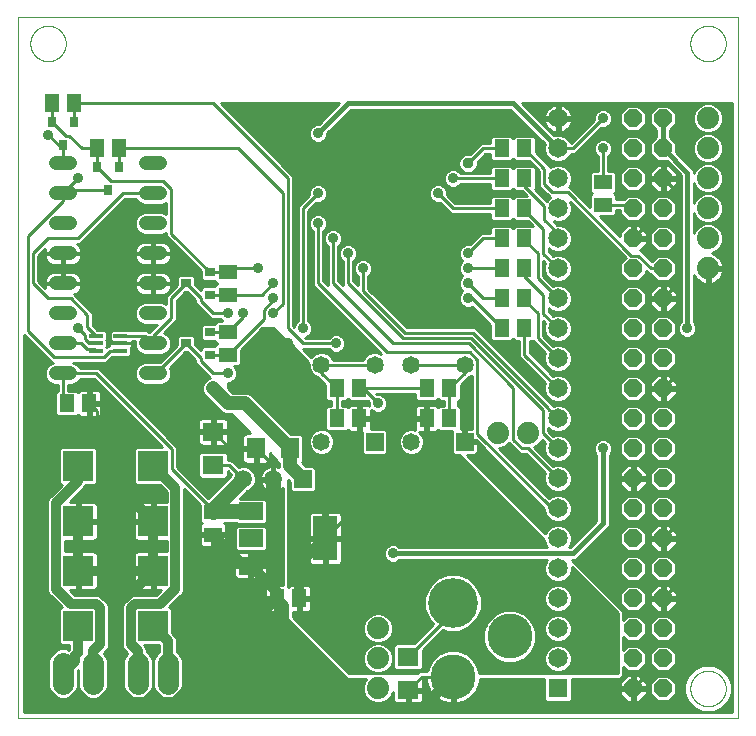
<source format=gbl>
G75*
%MOIN*%
%OFA0B0*%
%FSLAX25Y25*%
%IPPOS*%
%LPD*%
%AMOC8*
5,1,8,0,0,1.08239X$1,22.5*
%
%ADD10C,0.00000*%
%ADD11C,0.05846*%
%ADD12R,0.05846X0.05846*%
%ADD13R,0.05118X0.05906*%
%ADD14R,0.05906X0.05118*%
%ADD15C,0.16598*%
%ADD16C,0.15024*%
%ADD17C,0.07400*%
%ADD18R,0.10000X0.10000*%
%ADD19C,0.04800*%
%ADD20R,0.07874X0.05906*%
%ADD21R,0.07874X0.14961*%
%ADD22R,0.06496X0.06496*%
%ADD23C,0.06496*%
%ADD24C,0.07087*%
%ADD25R,0.03543X0.03150*%
%ADD26R,0.03150X0.03543*%
%ADD27OC8,0.06000*%
%ADD28R,0.04600X0.01400*%
%ADD29R,0.05906X0.05906*%
%ADD30C,0.05906*%
%ADD31R,0.07098X0.06299*%
%ADD32R,0.06299X0.07098*%
%ADD33C,0.01000*%
%ADD34C,0.03565*%
%ADD35C,0.03200*%
%ADD36C,0.01500*%
%ADD37C,0.02000*%
%ADD38C,0.05000*%
%ADD39C,0.04700*%
%ADD40C,0.03762*%
%ADD41C,0.01800*%
D10*
X0001500Y0020000D02*
X0001500Y0253701D01*
X0241421Y0253701D01*
X0241421Y0020000D01*
X0001500Y0020000D01*
X0005595Y0245000D02*
X0005597Y0245153D01*
X0005603Y0245306D01*
X0005613Y0245459D01*
X0005627Y0245612D01*
X0005645Y0245764D01*
X0005667Y0245916D01*
X0005692Y0246067D01*
X0005722Y0246218D01*
X0005755Y0246367D01*
X0005793Y0246516D01*
X0005834Y0246664D01*
X0005879Y0246810D01*
X0005928Y0246955D01*
X0005981Y0247099D01*
X0006037Y0247242D01*
X0006097Y0247383D01*
X0006161Y0247523D01*
X0006228Y0247660D01*
X0006299Y0247796D01*
X0006373Y0247930D01*
X0006451Y0248062D01*
X0006532Y0248192D01*
X0006617Y0248320D01*
X0006705Y0248446D01*
X0006796Y0248569D01*
X0006890Y0248690D01*
X0006987Y0248809D01*
X0007088Y0248925D01*
X0007191Y0249038D01*
X0007298Y0249148D01*
X0007407Y0249256D01*
X0007518Y0249361D01*
X0007633Y0249463D01*
X0007750Y0249562D01*
X0007870Y0249657D01*
X0007992Y0249750D01*
X0008117Y0249840D01*
X0008243Y0249926D01*
X0008372Y0250009D01*
X0008503Y0250088D01*
X0008636Y0250164D01*
X0008771Y0250237D01*
X0008908Y0250306D01*
X0009047Y0250371D01*
X0009187Y0250433D01*
X0009329Y0250491D01*
X0009472Y0250546D01*
X0009617Y0250597D01*
X0009763Y0250644D01*
X0009910Y0250687D01*
X0010058Y0250726D01*
X0010207Y0250762D01*
X0010357Y0250793D01*
X0010508Y0250821D01*
X0010660Y0250845D01*
X0010812Y0250865D01*
X0010964Y0250881D01*
X0011117Y0250893D01*
X0011270Y0250901D01*
X0011423Y0250905D01*
X0011577Y0250905D01*
X0011730Y0250901D01*
X0011883Y0250893D01*
X0012036Y0250881D01*
X0012188Y0250865D01*
X0012340Y0250845D01*
X0012492Y0250821D01*
X0012643Y0250793D01*
X0012793Y0250762D01*
X0012942Y0250726D01*
X0013090Y0250687D01*
X0013237Y0250644D01*
X0013383Y0250597D01*
X0013528Y0250546D01*
X0013671Y0250491D01*
X0013813Y0250433D01*
X0013953Y0250371D01*
X0014092Y0250306D01*
X0014229Y0250237D01*
X0014364Y0250164D01*
X0014497Y0250088D01*
X0014628Y0250009D01*
X0014757Y0249926D01*
X0014883Y0249840D01*
X0015008Y0249750D01*
X0015130Y0249657D01*
X0015250Y0249562D01*
X0015367Y0249463D01*
X0015482Y0249361D01*
X0015593Y0249256D01*
X0015702Y0249148D01*
X0015809Y0249038D01*
X0015912Y0248925D01*
X0016013Y0248809D01*
X0016110Y0248690D01*
X0016204Y0248569D01*
X0016295Y0248446D01*
X0016383Y0248320D01*
X0016468Y0248192D01*
X0016549Y0248062D01*
X0016627Y0247930D01*
X0016701Y0247796D01*
X0016772Y0247660D01*
X0016839Y0247523D01*
X0016903Y0247383D01*
X0016963Y0247242D01*
X0017019Y0247099D01*
X0017072Y0246955D01*
X0017121Y0246810D01*
X0017166Y0246664D01*
X0017207Y0246516D01*
X0017245Y0246367D01*
X0017278Y0246218D01*
X0017308Y0246067D01*
X0017333Y0245916D01*
X0017355Y0245764D01*
X0017373Y0245612D01*
X0017387Y0245459D01*
X0017397Y0245306D01*
X0017403Y0245153D01*
X0017405Y0245000D01*
X0017403Y0244847D01*
X0017397Y0244694D01*
X0017387Y0244541D01*
X0017373Y0244388D01*
X0017355Y0244236D01*
X0017333Y0244084D01*
X0017308Y0243933D01*
X0017278Y0243782D01*
X0017245Y0243633D01*
X0017207Y0243484D01*
X0017166Y0243336D01*
X0017121Y0243190D01*
X0017072Y0243045D01*
X0017019Y0242901D01*
X0016963Y0242758D01*
X0016903Y0242617D01*
X0016839Y0242477D01*
X0016772Y0242340D01*
X0016701Y0242204D01*
X0016627Y0242070D01*
X0016549Y0241938D01*
X0016468Y0241808D01*
X0016383Y0241680D01*
X0016295Y0241554D01*
X0016204Y0241431D01*
X0016110Y0241310D01*
X0016013Y0241191D01*
X0015912Y0241075D01*
X0015809Y0240962D01*
X0015702Y0240852D01*
X0015593Y0240744D01*
X0015482Y0240639D01*
X0015367Y0240537D01*
X0015250Y0240438D01*
X0015130Y0240343D01*
X0015008Y0240250D01*
X0014883Y0240160D01*
X0014757Y0240074D01*
X0014628Y0239991D01*
X0014497Y0239912D01*
X0014364Y0239836D01*
X0014229Y0239763D01*
X0014092Y0239694D01*
X0013953Y0239629D01*
X0013813Y0239567D01*
X0013671Y0239509D01*
X0013528Y0239454D01*
X0013383Y0239403D01*
X0013237Y0239356D01*
X0013090Y0239313D01*
X0012942Y0239274D01*
X0012793Y0239238D01*
X0012643Y0239207D01*
X0012492Y0239179D01*
X0012340Y0239155D01*
X0012188Y0239135D01*
X0012036Y0239119D01*
X0011883Y0239107D01*
X0011730Y0239099D01*
X0011577Y0239095D01*
X0011423Y0239095D01*
X0011270Y0239099D01*
X0011117Y0239107D01*
X0010964Y0239119D01*
X0010812Y0239135D01*
X0010660Y0239155D01*
X0010508Y0239179D01*
X0010357Y0239207D01*
X0010207Y0239238D01*
X0010058Y0239274D01*
X0009910Y0239313D01*
X0009763Y0239356D01*
X0009617Y0239403D01*
X0009472Y0239454D01*
X0009329Y0239509D01*
X0009187Y0239567D01*
X0009047Y0239629D01*
X0008908Y0239694D01*
X0008771Y0239763D01*
X0008636Y0239836D01*
X0008503Y0239912D01*
X0008372Y0239991D01*
X0008243Y0240074D01*
X0008117Y0240160D01*
X0007992Y0240250D01*
X0007870Y0240343D01*
X0007750Y0240438D01*
X0007633Y0240537D01*
X0007518Y0240639D01*
X0007407Y0240744D01*
X0007298Y0240852D01*
X0007191Y0240962D01*
X0007088Y0241075D01*
X0006987Y0241191D01*
X0006890Y0241310D01*
X0006796Y0241431D01*
X0006705Y0241554D01*
X0006617Y0241680D01*
X0006532Y0241808D01*
X0006451Y0241938D01*
X0006373Y0242070D01*
X0006299Y0242204D01*
X0006228Y0242340D01*
X0006161Y0242477D01*
X0006097Y0242617D01*
X0006037Y0242758D01*
X0005981Y0242901D01*
X0005928Y0243045D01*
X0005879Y0243190D01*
X0005834Y0243336D01*
X0005793Y0243484D01*
X0005755Y0243633D01*
X0005722Y0243782D01*
X0005692Y0243933D01*
X0005667Y0244084D01*
X0005645Y0244236D01*
X0005627Y0244388D01*
X0005613Y0244541D01*
X0005603Y0244694D01*
X0005597Y0244847D01*
X0005595Y0245000D01*
X0225595Y0245000D02*
X0225597Y0245153D01*
X0225603Y0245306D01*
X0225613Y0245459D01*
X0225627Y0245612D01*
X0225645Y0245764D01*
X0225667Y0245916D01*
X0225692Y0246067D01*
X0225722Y0246218D01*
X0225755Y0246367D01*
X0225793Y0246516D01*
X0225834Y0246664D01*
X0225879Y0246810D01*
X0225928Y0246955D01*
X0225981Y0247099D01*
X0226037Y0247242D01*
X0226097Y0247383D01*
X0226161Y0247523D01*
X0226228Y0247660D01*
X0226299Y0247796D01*
X0226373Y0247930D01*
X0226451Y0248062D01*
X0226532Y0248192D01*
X0226617Y0248320D01*
X0226705Y0248446D01*
X0226796Y0248569D01*
X0226890Y0248690D01*
X0226987Y0248809D01*
X0227088Y0248925D01*
X0227191Y0249038D01*
X0227298Y0249148D01*
X0227407Y0249256D01*
X0227518Y0249361D01*
X0227633Y0249463D01*
X0227750Y0249562D01*
X0227870Y0249657D01*
X0227992Y0249750D01*
X0228117Y0249840D01*
X0228243Y0249926D01*
X0228372Y0250009D01*
X0228503Y0250088D01*
X0228636Y0250164D01*
X0228771Y0250237D01*
X0228908Y0250306D01*
X0229047Y0250371D01*
X0229187Y0250433D01*
X0229329Y0250491D01*
X0229472Y0250546D01*
X0229617Y0250597D01*
X0229763Y0250644D01*
X0229910Y0250687D01*
X0230058Y0250726D01*
X0230207Y0250762D01*
X0230357Y0250793D01*
X0230508Y0250821D01*
X0230660Y0250845D01*
X0230812Y0250865D01*
X0230964Y0250881D01*
X0231117Y0250893D01*
X0231270Y0250901D01*
X0231423Y0250905D01*
X0231577Y0250905D01*
X0231730Y0250901D01*
X0231883Y0250893D01*
X0232036Y0250881D01*
X0232188Y0250865D01*
X0232340Y0250845D01*
X0232492Y0250821D01*
X0232643Y0250793D01*
X0232793Y0250762D01*
X0232942Y0250726D01*
X0233090Y0250687D01*
X0233237Y0250644D01*
X0233383Y0250597D01*
X0233528Y0250546D01*
X0233671Y0250491D01*
X0233813Y0250433D01*
X0233953Y0250371D01*
X0234092Y0250306D01*
X0234229Y0250237D01*
X0234364Y0250164D01*
X0234497Y0250088D01*
X0234628Y0250009D01*
X0234757Y0249926D01*
X0234883Y0249840D01*
X0235008Y0249750D01*
X0235130Y0249657D01*
X0235250Y0249562D01*
X0235367Y0249463D01*
X0235482Y0249361D01*
X0235593Y0249256D01*
X0235702Y0249148D01*
X0235809Y0249038D01*
X0235912Y0248925D01*
X0236013Y0248809D01*
X0236110Y0248690D01*
X0236204Y0248569D01*
X0236295Y0248446D01*
X0236383Y0248320D01*
X0236468Y0248192D01*
X0236549Y0248062D01*
X0236627Y0247930D01*
X0236701Y0247796D01*
X0236772Y0247660D01*
X0236839Y0247523D01*
X0236903Y0247383D01*
X0236963Y0247242D01*
X0237019Y0247099D01*
X0237072Y0246955D01*
X0237121Y0246810D01*
X0237166Y0246664D01*
X0237207Y0246516D01*
X0237245Y0246367D01*
X0237278Y0246218D01*
X0237308Y0246067D01*
X0237333Y0245916D01*
X0237355Y0245764D01*
X0237373Y0245612D01*
X0237387Y0245459D01*
X0237397Y0245306D01*
X0237403Y0245153D01*
X0237405Y0245000D01*
X0237403Y0244847D01*
X0237397Y0244694D01*
X0237387Y0244541D01*
X0237373Y0244388D01*
X0237355Y0244236D01*
X0237333Y0244084D01*
X0237308Y0243933D01*
X0237278Y0243782D01*
X0237245Y0243633D01*
X0237207Y0243484D01*
X0237166Y0243336D01*
X0237121Y0243190D01*
X0237072Y0243045D01*
X0237019Y0242901D01*
X0236963Y0242758D01*
X0236903Y0242617D01*
X0236839Y0242477D01*
X0236772Y0242340D01*
X0236701Y0242204D01*
X0236627Y0242070D01*
X0236549Y0241938D01*
X0236468Y0241808D01*
X0236383Y0241680D01*
X0236295Y0241554D01*
X0236204Y0241431D01*
X0236110Y0241310D01*
X0236013Y0241191D01*
X0235912Y0241075D01*
X0235809Y0240962D01*
X0235702Y0240852D01*
X0235593Y0240744D01*
X0235482Y0240639D01*
X0235367Y0240537D01*
X0235250Y0240438D01*
X0235130Y0240343D01*
X0235008Y0240250D01*
X0234883Y0240160D01*
X0234757Y0240074D01*
X0234628Y0239991D01*
X0234497Y0239912D01*
X0234364Y0239836D01*
X0234229Y0239763D01*
X0234092Y0239694D01*
X0233953Y0239629D01*
X0233813Y0239567D01*
X0233671Y0239509D01*
X0233528Y0239454D01*
X0233383Y0239403D01*
X0233237Y0239356D01*
X0233090Y0239313D01*
X0232942Y0239274D01*
X0232793Y0239238D01*
X0232643Y0239207D01*
X0232492Y0239179D01*
X0232340Y0239155D01*
X0232188Y0239135D01*
X0232036Y0239119D01*
X0231883Y0239107D01*
X0231730Y0239099D01*
X0231577Y0239095D01*
X0231423Y0239095D01*
X0231270Y0239099D01*
X0231117Y0239107D01*
X0230964Y0239119D01*
X0230812Y0239135D01*
X0230660Y0239155D01*
X0230508Y0239179D01*
X0230357Y0239207D01*
X0230207Y0239238D01*
X0230058Y0239274D01*
X0229910Y0239313D01*
X0229763Y0239356D01*
X0229617Y0239403D01*
X0229472Y0239454D01*
X0229329Y0239509D01*
X0229187Y0239567D01*
X0229047Y0239629D01*
X0228908Y0239694D01*
X0228771Y0239763D01*
X0228636Y0239836D01*
X0228503Y0239912D01*
X0228372Y0239991D01*
X0228243Y0240074D01*
X0228117Y0240160D01*
X0227992Y0240250D01*
X0227870Y0240343D01*
X0227750Y0240438D01*
X0227633Y0240537D01*
X0227518Y0240639D01*
X0227407Y0240744D01*
X0227298Y0240852D01*
X0227191Y0240962D01*
X0227088Y0241075D01*
X0226987Y0241191D01*
X0226890Y0241310D01*
X0226796Y0241431D01*
X0226705Y0241554D01*
X0226617Y0241680D01*
X0226532Y0241808D01*
X0226451Y0241938D01*
X0226373Y0242070D01*
X0226299Y0242204D01*
X0226228Y0242340D01*
X0226161Y0242477D01*
X0226097Y0242617D01*
X0226037Y0242758D01*
X0225981Y0242901D01*
X0225928Y0243045D01*
X0225879Y0243190D01*
X0225834Y0243336D01*
X0225793Y0243484D01*
X0225755Y0243633D01*
X0225722Y0243782D01*
X0225692Y0243933D01*
X0225667Y0244084D01*
X0225645Y0244236D01*
X0225627Y0244388D01*
X0225613Y0244541D01*
X0225603Y0244694D01*
X0225597Y0244847D01*
X0225595Y0245000D01*
X0225595Y0030000D02*
X0225597Y0030153D01*
X0225603Y0030306D01*
X0225613Y0030459D01*
X0225627Y0030612D01*
X0225645Y0030764D01*
X0225667Y0030916D01*
X0225692Y0031067D01*
X0225722Y0031218D01*
X0225755Y0031367D01*
X0225793Y0031516D01*
X0225834Y0031664D01*
X0225879Y0031810D01*
X0225928Y0031955D01*
X0225981Y0032099D01*
X0226037Y0032242D01*
X0226097Y0032383D01*
X0226161Y0032523D01*
X0226228Y0032660D01*
X0226299Y0032796D01*
X0226373Y0032930D01*
X0226451Y0033062D01*
X0226532Y0033192D01*
X0226617Y0033320D01*
X0226705Y0033446D01*
X0226796Y0033569D01*
X0226890Y0033690D01*
X0226987Y0033809D01*
X0227088Y0033925D01*
X0227191Y0034038D01*
X0227298Y0034148D01*
X0227407Y0034256D01*
X0227518Y0034361D01*
X0227633Y0034463D01*
X0227750Y0034562D01*
X0227870Y0034657D01*
X0227992Y0034750D01*
X0228117Y0034840D01*
X0228243Y0034926D01*
X0228372Y0035009D01*
X0228503Y0035088D01*
X0228636Y0035164D01*
X0228771Y0035237D01*
X0228908Y0035306D01*
X0229047Y0035371D01*
X0229187Y0035433D01*
X0229329Y0035491D01*
X0229472Y0035546D01*
X0229617Y0035597D01*
X0229763Y0035644D01*
X0229910Y0035687D01*
X0230058Y0035726D01*
X0230207Y0035762D01*
X0230357Y0035793D01*
X0230508Y0035821D01*
X0230660Y0035845D01*
X0230812Y0035865D01*
X0230964Y0035881D01*
X0231117Y0035893D01*
X0231270Y0035901D01*
X0231423Y0035905D01*
X0231577Y0035905D01*
X0231730Y0035901D01*
X0231883Y0035893D01*
X0232036Y0035881D01*
X0232188Y0035865D01*
X0232340Y0035845D01*
X0232492Y0035821D01*
X0232643Y0035793D01*
X0232793Y0035762D01*
X0232942Y0035726D01*
X0233090Y0035687D01*
X0233237Y0035644D01*
X0233383Y0035597D01*
X0233528Y0035546D01*
X0233671Y0035491D01*
X0233813Y0035433D01*
X0233953Y0035371D01*
X0234092Y0035306D01*
X0234229Y0035237D01*
X0234364Y0035164D01*
X0234497Y0035088D01*
X0234628Y0035009D01*
X0234757Y0034926D01*
X0234883Y0034840D01*
X0235008Y0034750D01*
X0235130Y0034657D01*
X0235250Y0034562D01*
X0235367Y0034463D01*
X0235482Y0034361D01*
X0235593Y0034256D01*
X0235702Y0034148D01*
X0235809Y0034038D01*
X0235912Y0033925D01*
X0236013Y0033809D01*
X0236110Y0033690D01*
X0236204Y0033569D01*
X0236295Y0033446D01*
X0236383Y0033320D01*
X0236468Y0033192D01*
X0236549Y0033062D01*
X0236627Y0032930D01*
X0236701Y0032796D01*
X0236772Y0032660D01*
X0236839Y0032523D01*
X0236903Y0032383D01*
X0236963Y0032242D01*
X0237019Y0032099D01*
X0237072Y0031955D01*
X0237121Y0031810D01*
X0237166Y0031664D01*
X0237207Y0031516D01*
X0237245Y0031367D01*
X0237278Y0031218D01*
X0237308Y0031067D01*
X0237333Y0030916D01*
X0237355Y0030764D01*
X0237373Y0030612D01*
X0237387Y0030459D01*
X0237397Y0030306D01*
X0237403Y0030153D01*
X0237405Y0030000D01*
X0237403Y0029847D01*
X0237397Y0029694D01*
X0237387Y0029541D01*
X0237373Y0029388D01*
X0237355Y0029236D01*
X0237333Y0029084D01*
X0237308Y0028933D01*
X0237278Y0028782D01*
X0237245Y0028633D01*
X0237207Y0028484D01*
X0237166Y0028336D01*
X0237121Y0028190D01*
X0237072Y0028045D01*
X0237019Y0027901D01*
X0236963Y0027758D01*
X0236903Y0027617D01*
X0236839Y0027477D01*
X0236772Y0027340D01*
X0236701Y0027204D01*
X0236627Y0027070D01*
X0236549Y0026938D01*
X0236468Y0026808D01*
X0236383Y0026680D01*
X0236295Y0026554D01*
X0236204Y0026431D01*
X0236110Y0026310D01*
X0236013Y0026191D01*
X0235912Y0026075D01*
X0235809Y0025962D01*
X0235702Y0025852D01*
X0235593Y0025744D01*
X0235482Y0025639D01*
X0235367Y0025537D01*
X0235250Y0025438D01*
X0235130Y0025343D01*
X0235008Y0025250D01*
X0234883Y0025160D01*
X0234757Y0025074D01*
X0234628Y0024991D01*
X0234497Y0024912D01*
X0234364Y0024836D01*
X0234229Y0024763D01*
X0234092Y0024694D01*
X0233953Y0024629D01*
X0233813Y0024567D01*
X0233671Y0024509D01*
X0233528Y0024454D01*
X0233383Y0024403D01*
X0233237Y0024356D01*
X0233090Y0024313D01*
X0232942Y0024274D01*
X0232793Y0024238D01*
X0232643Y0024207D01*
X0232492Y0024179D01*
X0232340Y0024155D01*
X0232188Y0024135D01*
X0232036Y0024119D01*
X0231883Y0024107D01*
X0231730Y0024099D01*
X0231577Y0024095D01*
X0231423Y0024095D01*
X0231270Y0024099D01*
X0231117Y0024107D01*
X0230964Y0024119D01*
X0230812Y0024135D01*
X0230660Y0024155D01*
X0230508Y0024179D01*
X0230357Y0024207D01*
X0230207Y0024238D01*
X0230058Y0024274D01*
X0229910Y0024313D01*
X0229763Y0024356D01*
X0229617Y0024403D01*
X0229472Y0024454D01*
X0229329Y0024509D01*
X0229187Y0024567D01*
X0229047Y0024629D01*
X0228908Y0024694D01*
X0228771Y0024763D01*
X0228636Y0024836D01*
X0228503Y0024912D01*
X0228372Y0024991D01*
X0228243Y0025074D01*
X0228117Y0025160D01*
X0227992Y0025250D01*
X0227870Y0025343D01*
X0227750Y0025438D01*
X0227633Y0025537D01*
X0227518Y0025639D01*
X0227407Y0025744D01*
X0227298Y0025852D01*
X0227191Y0025962D01*
X0227088Y0026075D01*
X0226987Y0026191D01*
X0226890Y0026310D01*
X0226796Y0026431D01*
X0226705Y0026554D01*
X0226617Y0026680D01*
X0226532Y0026808D01*
X0226451Y0026938D01*
X0226373Y0027070D01*
X0226299Y0027204D01*
X0226228Y0027340D01*
X0226161Y0027477D01*
X0226097Y0027617D01*
X0226037Y0027758D01*
X0225981Y0027901D01*
X0225928Y0028045D01*
X0225879Y0028190D01*
X0225834Y0028336D01*
X0225793Y0028484D01*
X0225755Y0028633D01*
X0225722Y0028782D01*
X0225692Y0028933D01*
X0225667Y0029084D01*
X0225645Y0029236D01*
X0225627Y0029388D01*
X0225613Y0029541D01*
X0225603Y0029694D01*
X0225597Y0029847D01*
X0225595Y0030000D01*
D11*
X0132642Y0112205D03*
X0132642Y0137795D03*
X0120358Y0137795D03*
X0102642Y0137795D03*
X0102642Y0112205D03*
X0150358Y0137795D03*
D12*
X0150358Y0112205D03*
X0120358Y0112205D03*
D13*
X0115240Y0120000D03*
X0107760Y0120000D03*
X0107760Y0130000D03*
X0115240Y0130000D03*
X0137760Y0130000D03*
X0145240Y0130000D03*
X0145240Y0120000D03*
X0137760Y0120000D03*
X0162760Y0150000D03*
X0170240Y0150000D03*
X0170240Y0160000D03*
X0162760Y0160000D03*
X0162760Y0170000D03*
X0170240Y0170000D03*
X0170240Y0180000D03*
X0162760Y0180000D03*
X0162760Y0190000D03*
X0170240Y0190000D03*
X0170240Y0200000D03*
X0162760Y0200000D03*
X0162760Y0210000D03*
X0170240Y0210000D03*
X0035240Y0210000D03*
X0027760Y0210000D03*
X0020240Y0225000D03*
X0012760Y0225000D03*
X0017760Y0125000D03*
X0025240Y0125000D03*
X0087760Y0060000D03*
X0095240Y0060000D03*
D14*
X0066500Y0081260D03*
X0066500Y0088740D03*
X0071500Y0141260D03*
X0071500Y0148740D03*
X0071500Y0161260D03*
X0071500Y0168740D03*
X0196500Y0191260D03*
X0196500Y0198740D03*
D15*
X0146500Y0058543D03*
D16*
X0165398Y0047323D03*
X0146500Y0033937D03*
D17*
X0121500Y0030000D03*
X0121500Y0040000D03*
X0121500Y0050000D03*
X0161500Y0115000D03*
X0171500Y0115000D03*
X0231500Y0170000D03*
X0231500Y0180000D03*
X0231500Y0190000D03*
X0231500Y0200000D03*
X0231500Y0210000D03*
X0231500Y0220000D03*
D18*
X0046500Y0104250D03*
X0046500Y0085750D03*
X0046500Y0069250D03*
X0046500Y0050750D03*
X0021500Y0050750D03*
X0021500Y0069250D03*
X0021500Y0085750D03*
X0021500Y0104250D03*
D19*
X0018900Y0135000D02*
X0014100Y0135000D01*
X0014100Y0145000D02*
X0018900Y0145000D01*
X0018900Y0155000D02*
X0014100Y0155000D01*
X0014100Y0165000D02*
X0018900Y0165000D01*
X0018900Y0175000D02*
X0014100Y0175000D01*
X0014100Y0185000D02*
X0018900Y0185000D01*
X0018900Y0195000D02*
X0014100Y0195000D01*
X0014100Y0205000D02*
X0018900Y0205000D01*
X0044100Y0205000D02*
X0048900Y0205000D01*
X0048900Y0195000D02*
X0044100Y0195000D01*
X0044100Y0185000D02*
X0048900Y0185000D01*
X0048900Y0175000D02*
X0044100Y0175000D01*
X0044100Y0165000D02*
X0048900Y0165000D01*
X0048900Y0155000D02*
X0044100Y0155000D01*
X0044100Y0145000D02*
X0048900Y0145000D01*
X0048900Y0135000D02*
X0044100Y0135000D01*
D20*
X0079098Y0089055D03*
X0079098Y0080000D03*
X0079098Y0070945D03*
D21*
X0103902Y0080000D03*
D22*
X0181500Y0030000D03*
D23*
X0181500Y0040000D03*
X0181500Y0050000D03*
X0181500Y0060000D03*
X0181500Y0070000D03*
X0181500Y0080000D03*
X0181500Y0090000D03*
X0181500Y0100000D03*
X0181500Y0110000D03*
X0181500Y0120000D03*
X0181500Y0130000D03*
X0181500Y0140000D03*
X0181500Y0150000D03*
X0181500Y0160000D03*
X0181500Y0170000D03*
X0181500Y0180000D03*
X0181500Y0190000D03*
X0181500Y0200000D03*
X0181500Y0210000D03*
X0181500Y0220000D03*
D24*
X0051500Y0038543D02*
X0051500Y0031457D01*
X0041500Y0031457D02*
X0041500Y0038543D01*
X0026500Y0038543D02*
X0026500Y0031457D01*
X0016500Y0031457D02*
X0016500Y0038543D01*
D25*
X0065437Y0141260D03*
X0065437Y0148740D03*
X0057563Y0145000D03*
X0065437Y0161260D03*
X0065437Y0168740D03*
X0057563Y0165000D03*
D26*
X0031500Y0196063D03*
X0027760Y0203937D03*
X0035240Y0203937D03*
X0020240Y0218937D03*
X0012760Y0218937D03*
X0016500Y0211063D03*
D27*
X0206500Y0210000D03*
X0206500Y0200000D03*
X0206500Y0190000D03*
X0206500Y0180000D03*
X0206500Y0170000D03*
X0206500Y0160000D03*
X0206500Y0150000D03*
X0206500Y0140000D03*
X0206500Y0130000D03*
X0206500Y0120000D03*
X0206500Y0110000D03*
X0206500Y0100000D03*
X0206500Y0090000D03*
X0206500Y0080000D03*
X0206500Y0070000D03*
X0206500Y0060000D03*
X0206500Y0050000D03*
X0206500Y0040000D03*
X0206500Y0030000D03*
X0216500Y0030000D03*
X0216500Y0040000D03*
X0216500Y0050000D03*
X0216500Y0060000D03*
X0216500Y0070000D03*
X0216500Y0080000D03*
X0216500Y0090000D03*
X0216500Y0100000D03*
X0216500Y0110000D03*
X0216500Y0120000D03*
X0216500Y0130000D03*
X0216500Y0140000D03*
X0216500Y0150000D03*
X0216500Y0160000D03*
X0216500Y0170000D03*
X0216500Y0180000D03*
X0216500Y0190000D03*
X0216500Y0200000D03*
X0216500Y0210000D03*
X0216500Y0220000D03*
X0206500Y0220000D03*
D28*
X0035600Y0147600D03*
X0035600Y0145000D03*
X0035600Y0142400D03*
X0027400Y0142400D03*
X0027400Y0145000D03*
X0027400Y0147600D03*
D29*
X0096500Y0099764D03*
D30*
X0086500Y0099764D03*
X0076500Y0099764D03*
D31*
X0066500Y0104402D03*
X0066500Y0115598D03*
X0131500Y0040598D03*
X0131500Y0029402D03*
D32*
X0092098Y0110000D03*
X0080902Y0110000D03*
D33*
X0072098Y0110000D01*
X0066500Y0115598D01*
X0067000Y0115857D02*
X0078097Y0115857D01*
X0077554Y0115049D02*
X0078905Y0115049D01*
X0072604Y0121350D01*
X0070774Y0121350D01*
X0069432Y0121906D01*
X0068406Y0122932D01*
X0063406Y0127932D01*
X0062850Y0129274D01*
X0062850Y0130726D01*
X0063406Y0132068D01*
X0064432Y0133094D01*
X0065450Y0133516D01*
X0064712Y0134254D01*
X0060565Y0138401D01*
X0060565Y0139452D01*
X0057892Y0142125D01*
X0057234Y0142125D01*
X0052086Y0136977D01*
X0052600Y0135736D01*
X0052600Y0134264D01*
X0052037Y0132904D01*
X0050996Y0131863D01*
X0049636Y0131300D01*
X0043364Y0131300D01*
X0042004Y0131863D01*
X0040963Y0132904D01*
X0040400Y0134264D01*
X0040400Y0135736D01*
X0040963Y0137096D01*
X0042004Y0138137D01*
X0043364Y0138700D01*
X0048717Y0138700D01*
X0054491Y0144474D01*
X0054491Y0147113D01*
X0055253Y0147875D01*
X0059873Y0147875D01*
X0060635Y0147113D01*
X0060635Y0144474D01*
X0062365Y0142743D01*
X0062365Y0143373D01*
X0063127Y0144135D01*
X0067247Y0144135D01*
X0067247Y0144357D01*
X0067890Y0145000D01*
X0067247Y0145643D01*
X0067247Y0145865D01*
X0063127Y0145865D01*
X0062365Y0146627D01*
X0062365Y0150853D01*
X0063127Y0151615D01*
X0067247Y0151615D01*
X0067247Y0151838D01*
X0068009Y0152599D01*
X0069541Y0152599D01*
X0068940Y0153200D01*
X0065766Y0153200D01*
X0064712Y0154254D01*
X0060565Y0158401D01*
X0060565Y0159452D01*
X0057892Y0162125D01*
X0057234Y0162125D01*
X0054400Y0159291D01*
X0054400Y0152722D01*
X0053346Y0151667D01*
X0050161Y0148483D01*
X0050996Y0148137D01*
X0052037Y0147096D01*
X0052600Y0145736D01*
X0052600Y0144264D01*
X0052037Y0142904D01*
X0050996Y0141863D01*
X0049636Y0141300D01*
X0043364Y0141300D01*
X0042004Y0141863D01*
X0040963Y0142904D01*
X0040400Y0144264D01*
X0040400Y0145736D01*
X0040427Y0145800D01*
X0039400Y0145800D01*
X0039400Y0145000D01*
X0035600Y0145000D01*
X0035000Y0145600D01*
X0032762Y0145600D01*
X0031500Y0146862D01*
X0031500Y0165000D01*
X0026500Y0165000D01*
X0016500Y0165000D01*
X0016800Y0164784D02*
X0046200Y0164784D01*
X0016800Y0164784D01*
X0016800Y0164700D02*
X0016800Y0165300D01*
X0016200Y0165300D01*
X0016200Y0168900D01*
X0013716Y0168900D01*
X0012962Y0168750D01*
X0012253Y0168456D01*
X0011614Y0168029D01*
X0011071Y0167486D01*
X0010644Y0166847D01*
X0010350Y0166138D01*
X0010200Y0165384D01*
X0010200Y0165300D01*
X0016200Y0165300D01*
X0016200Y0168900D01*
X0013716Y0168900D01*
X0012962Y0168750D01*
X0012253Y0168456D01*
X0011614Y0168029D01*
X0011500Y0167915D01*
X0011500Y0172085D01*
X0011614Y0171971D01*
X0012253Y0171544D01*
X0012962Y0171250D01*
X0013716Y0171100D01*
X0016200Y0171100D01*
X0016200Y0174700D01*
X0016800Y0174700D01*
X0016800Y0175300D01*
X0022800Y0175300D01*
X0022800Y0175384D01*
X0022650Y0176138D01*
X0022356Y0176847D01*
X0021929Y0177486D01*
X0021386Y0178029D01*
X0021131Y0178200D01*
X0022246Y0178200D01*
X0037246Y0193200D01*
X0040841Y0193200D01*
X0040963Y0192904D01*
X0042004Y0191863D01*
X0043364Y0191300D01*
X0049636Y0191300D01*
X0050800Y0191782D01*
X0050800Y0188218D01*
X0049636Y0188700D01*
X0043364Y0188700D01*
X0042004Y0188137D01*
X0040963Y0187096D01*
X0040400Y0185736D01*
X0040400Y0184264D01*
X0040963Y0182904D01*
X0042004Y0181863D01*
X0043364Y0181300D01*
X0049636Y0181300D01*
X0050800Y0181782D01*
X0050800Y0180832D01*
X0062365Y0169266D01*
X0062365Y0166627D01*
X0063127Y0165865D01*
X0067247Y0165865D01*
X0067247Y0165643D01*
X0067890Y0165000D01*
X0067247Y0164357D01*
X0067247Y0164135D01*
X0063127Y0164135D01*
X0062365Y0163373D01*
X0062365Y0162743D01*
X0060635Y0164474D01*
X0060635Y0167113D01*
X0059873Y0167875D01*
X0055253Y0167875D01*
X0054491Y0167113D01*
X0054491Y0164474D01*
X0051854Y0161837D01*
X0050800Y0160783D01*
X0050800Y0158218D01*
X0049636Y0158700D01*
X0043364Y0158700D01*
X0042004Y0158137D01*
X0040963Y0157096D01*
X0040400Y0155736D01*
X0040400Y0154264D01*
X0040963Y0152904D01*
X0042004Y0151863D01*
X0043364Y0151300D01*
X0047887Y0151300D01*
X0045316Y0148729D01*
X0044646Y0149400D01*
X0038638Y0149400D01*
X0038438Y0149600D01*
X0032762Y0149600D01*
X0032000Y0148838D01*
X0032000Y0146448D01*
X0031902Y0146279D01*
X0031800Y0145897D01*
X0031800Y0145000D01*
X0035600Y0145000D01*
X0035600Y0145000D01*
X0039400Y0145000D01*
X0039400Y0144103D01*
X0039298Y0143721D01*
X0039200Y0143552D01*
X0039200Y0141162D01*
X0038438Y0140400D01*
X0032784Y0140400D01*
X0030984Y0138600D01*
X0019877Y0138600D01*
X0020996Y0138137D01*
X0022037Y0137096D01*
X0022159Y0136800D01*
X0028334Y0136800D01*
X0054600Y0110534D01*
X0054600Y0103816D01*
X0064889Y0093527D01*
X0072442Y0101080D01*
X0072499Y0101219D01*
X0071349Y0102369D01*
X0071349Y0100713D01*
X0070588Y0099952D01*
X0062412Y0099952D01*
X0061651Y0100713D01*
X0061651Y0108090D01*
X0062412Y0108851D01*
X0070588Y0108851D01*
X0071349Y0108090D01*
X0071349Y0106202D01*
X0072608Y0106202D01*
X0075045Y0103764D01*
X0075654Y0104017D01*
X0077346Y0104017D01*
X0078909Y0103369D01*
X0080105Y0102173D01*
X0080753Y0100610D01*
X0080753Y0098918D01*
X0080105Y0097355D01*
X0078909Y0096158D01*
X0077816Y0095706D01*
X0075418Y0093308D01*
X0083574Y0093308D01*
X0084335Y0092546D01*
X0084335Y0085564D01*
X0083574Y0084802D01*
X0074623Y0084802D01*
X0074170Y0085255D01*
X0070365Y0085255D01*
X0070219Y0085109D01*
X0070374Y0085019D01*
X0070653Y0084740D01*
X0070851Y0084398D01*
X0070953Y0084016D01*
X0070953Y0081760D01*
X0067000Y0081760D01*
X0067000Y0080760D01*
X0070953Y0080760D01*
X0070953Y0078503D01*
X0070851Y0078122D01*
X0070653Y0077780D01*
X0070374Y0077500D01*
X0070032Y0077303D01*
X0069650Y0077201D01*
X0067000Y0077201D01*
X0067000Y0080760D01*
X0066000Y0080760D01*
X0062047Y0080760D01*
X0062047Y0078503D01*
X0062149Y0078122D01*
X0062347Y0077780D01*
X0062626Y0077500D01*
X0062968Y0077303D01*
X0063350Y0077201D01*
X0066000Y0077201D01*
X0066000Y0080760D01*
X0066000Y0081760D01*
X0062047Y0081760D01*
X0062047Y0084016D01*
X0062149Y0084398D01*
X0062347Y0084740D01*
X0062626Y0085019D01*
X0062781Y0085109D01*
X0062247Y0085643D01*
X0062247Y0091077D01*
X0056800Y0096525D01*
X0056800Y0062679D01*
X0056358Y0061613D01*
X0055543Y0060797D01*
X0051795Y0057050D01*
X0052038Y0057050D01*
X0052800Y0056288D01*
X0052800Y0048551D01*
X0053958Y0047393D01*
X0054400Y0046327D01*
X0054400Y0042493D01*
X0055606Y0041287D01*
X0056343Y0039507D01*
X0056343Y0030493D01*
X0055606Y0028713D01*
X0054244Y0027351D01*
X0052463Y0026613D01*
X0050537Y0026613D01*
X0048756Y0027351D01*
X0047394Y0028713D01*
X0046657Y0030493D01*
X0046657Y0039507D01*
X0047394Y0041287D01*
X0048600Y0042493D01*
X0048600Y0044450D01*
X0043507Y0044450D01*
X0043958Y0043999D01*
X0044400Y0042933D01*
X0044400Y0042493D01*
X0045606Y0041287D01*
X0046343Y0039507D01*
X0046343Y0030493D01*
X0045606Y0028713D01*
X0044244Y0027351D01*
X0042463Y0026613D01*
X0040537Y0026613D01*
X0038756Y0027351D01*
X0037394Y0028713D01*
X0036657Y0030493D01*
X0036657Y0039507D01*
X0037394Y0041287D01*
X0037931Y0041824D01*
X0036641Y0043113D01*
X0036200Y0044179D01*
X0036200Y0057321D01*
X0036641Y0058387D01*
X0037457Y0059203D01*
X0038047Y0059793D01*
X0038863Y0060608D01*
X0039929Y0061050D01*
X0047593Y0061050D01*
X0049293Y0062750D01*
X0047000Y0062750D01*
X0047000Y0068750D01*
X0046000Y0068750D01*
X0046000Y0062750D01*
X0041303Y0062750D01*
X0040921Y0062852D01*
X0040579Y0063050D01*
X0040300Y0063329D01*
X0040102Y0063671D01*
X0040000Y0064053D01*
X0040000Y0068750D01*
X0046000Y0068750D01*
X0046000Y0069750D01*
X0046000Y0075750D01*
X0041303Y0075750D01*
X0040921Y0075648D01*
X0040579Y0075450D01*
X0040300Y0075171D01*
X0040102Y0074829D01*
X0040000Y0074447D01*
X0040000Y0069750D01*
X0046000Y0069750D01*
X0047000Y0069750D01*
X0047000Y0075750D01*
X0051000Y0075750D01*
X0051000Y0079250D01*
X0047000Y0079250D01*
X0047000Y0085250D01*
X0046000Y0085250D01*
X0046000Y0079250D01*
X0041303Y0079250D01*
X0040921Y0079352D01*
X0040579Y0079550D01*
X0040300Y0079829D01*
X0040102Y0080171D01*
X0040000Y0080553D01*
X0040000Y0085250D01*
X0046000Y0085250D01*
X0046000Y0086250D01*
X0046000Y0092250D01*
X0041303Y0092250D01*
X0040921Y0092148D01*
X0040579Y0091950D01*
X0040300Y0091671D01*
X0040102Y0091329D01*
X0040000Y0090947D01*
X0040000Y0086250D01*
X0046000Y0086250D01*
X0047000Y0086250D01*
X0047000Y0092250D01*
X0051000Y0092250D01*
X0051000Y0095649D01*
X0048699Y0097950D01*
X0040962Y0097950D01*
X0040200Y0098712D01*
X0040200Y0109788D01*
X0040962Y0110550D01*
X0049493Y0110550D01*
X0026843Y0133200D01*
X0022159Y0133200D01*
X0022037Y0132904D01*
X0020996Y0131863D01*
X0019636Y0131300D01*
X0018300Y0131300D01*
X0018300Y0129253D01*
X0020857Y0129253D01*
X0021391Y0128719D01*
X0021481Y0128874D01*
X0021760Y0129153D01*
X0022102Y0129351D01*
X0022484Y0129453D01*
X0024740Y0129453D01*
X0024740Y0125500D01*
X0025740Y0125500D01*
X0025740Y0129453D01*
X0027997Y0129453D01*
X0028378Y0129351D01*
X0028720Y0129153D01*
X0028999Y0128874D01*
X0029197Y0128532D01*
X0029299Y0128150D01*
X0029299Y0125500D01*
X0025740Y0125500D01*
X0025740Y0124500D01*
X0025740Y0120547D01*
X0027997Y0120547D01*
X0028378Y0120649D01*
X0028720Y0120847D01*
X0028999Y0121126D01*
X0029197Y0121468D01*
X0029299Y0121850D01*
X0029299Y0124500D01*
X0025740Y0124500D01*
X0024740Y0124500D01*
X0024740Y0120547D01*
X0022484Y0120547D01*
X0022102Y0120649D01*
X0021760Y0120847D01*
X0021481Y0121126D01*
X0021391Y0121281D01*
X0020857Y0120747D01*
X0014662Y0120747D01*
X0013901Y0121509D01*
X0013901Y0128491D01*
X0014662Y0129253D01*
X0014700Y0129253D01*
X0014700Y0131300D01*
X0013364Y0131300D01*
X0012004Y0131863D01*
X0010963Y0132904D01*
X0010400Y0134264D01*
X0010400Y0135736D01*
X0010963Y0137096D01*
X0012004Y0138137D01*
X0013123Y0138600D01*
X0012722Y0138600D01*
X0003954Y0147367D01*
X0003500Y0147822D01*
X0003500Y0022000D01*
X0239421Y0022000D01*
X0239421Y0225000D01*
X0169399Y0225000D01*
X0180069Y0214330D01*
X0180595Y0214548D01*
X0182405Y0214548D01*
X0184076Y0213856D01*
X0185356Y0212576D01*
X0185677Y0211800D01*
X0185754Y0211800D01*
X0193417Y0219463D01*
X0193417Y0220613D01*
X0193887Y0221746D01*
X0194754Y0222613D01*
X0195887Y0223083D01*
X0197113Y0223083D01*
X0198246Y0222613D01*
X0199113Y0221746D01*
X0199583Y0220613D01*
X0199583Y0219387D01*
X0199113Y0218254D01*
X0198246Y0217387D01*
X0197113Y0216917D01*
X0195963Y0216917D01*
X0188300Y0209254D01*
X0187246Y0208200D01*
X0185677Y0208200D01*
X0185356Y0207424D01*
X0184076Y0206144D01*
X0182405Y0205452D01*
X0180595Y0205452D01*
X0178924Y0206144D01*
X0177644Y0207424D01*
X0176952Y0209095D01*
X0176952Y0210905D01*
X0177170Y0211431D01*
X0165651Y0222950D01*
X0112349Y0222950D01*
X0104583Y0215184D01*
X0104583Y0214387D01*
X0104113Y0213254D01*
X0103246Y0212387D01*
X0102113Y0211917D01*
X0100887Y0211917D01*
X0099754Y0212387D01*
X0098887Y0213254D01*
X0098417Y0214387D01*
X0098417Y0215613D01*
X0098887Y0216746D01*
X0099754Y0217613D01*
X0100887Y0218083D01*
X0101684Y0218083D01*
X0108601Y0225000D01*
X0069046Y0225000D01*
X0092246Y0201800D01*
X0093300Y0200746D01*
X0093300Y0150746D01*
X0093422Y0150624D01*
X0093887Y0151746D01*
X0094700Y0152560D01*
X0094700Y0190746D01*
X0098417Y0194463D01*
X0098417Y0195613D01*
X0098887Y0196746D01*
X0099754Y0197613D01*
X0100887Y0198083D01*
X0102113Y0198083D01*
X0103246Y0197613D01*
X0104113Y0196746D01*
X0104583Y0195613D01*
X0104583Y0194387D01*
X0104113Y0193254D01*
X0103246Y0192387D01*
X0102113Y0191917D01*
X0100963Y0191917D01*
X0098300Y0189254D01*
X0098300Y0152560D01*
X0099113Y0151746D01*
X0099583Y0150613D01*
X0099583Y0149387D01*
X0099113Y0148254D01*
X0098246Y0147387D01*
X0097124Y0146922D01*
X0097246Y0146800D01*
X0105023Y0146800D01*
X0105836Y0147613D01*
X0106969Y0148083D01*
X0108196Y0148083D01*
X0109329Y0147613D01*
X0110196Y0146746D01*
X0110665Y0145613D01*
X0110665Y0144387D01*
X0110196Y0143254D01*
X0109329Y0142387D01*
X0108196Y0141917D01*
X0106969Y0141917D01*
X0105836Y0142387D01*
X0105023Y0143200D01*
X0096553Y0143200D01*
X0098871Y0140881D01*
X0099313Y0140439D01*
X0100249Y0141376D01*
X0101802Y0142018D01*
X0103482Y0142018D01*
X0105034Y0141376D01*
X0106222Y0140188D01*
X0106467Y0139595D01*
X0116533Y0139595D01*
X0116778Y0140188D01*
X0117966Y0141376D01*
X0119518Y0142018D01*
X0121198Y0142018D01*
X0122458Y0141497D01*
X0099700Y0164254D01*
X0099700Y0182440D01*
X0098887Y0183254D01*
X0098417Y0184387D01*
X0098417Y0185613D01*
X0098887Y0186746D01*
X0099754Y0187613D01*
X0100887Y0188083D01*
X0102113Y0188083D01*
X0103246Y0187613D01*
X0104113Y0186746D01*
X0104583Y0185613D01*
X0104583Y0184387D01*
X0104113Y0183254D01*
X0103300Y0182440D01*
X0103300Y0165746D01*
X0104700Y0164346D01*
X0104700Y0177440D01*
X0103887Y0178254D01*
X0103417Y0179387D01*
X0103417Y0180613D01*
X0103887Y0181746D01*
X0104754Y0182613D01*
X0105887Y0183083D01*
X0107113Y0183083D01*
X0108246Y0182613D01*
X0109113Y0181746D01*
X0109583Y0180613D01*
X0109583Y0179387D01*
X0109113Y0178254D01*
X0108300Y0177440D01*
X0108300Y0165746D01*
X0109700Y0164346D01*
X0109700Y0172440D01*
X0108887Y0173254D01*
X0108417Y0174387D01*
X0108417Y0175613D01*
X0108887Y0176746D01*
X0109754Y0177613D01*
X0110887Y0178083D01*
X0112113Y0178083D01*
X0113246Y0177613D01*
X0114113Y0176746D01*
X0114583Y0175613D01*
X0114583Y0174387D01*
X0114113Y0173254D01*
X0113300Y0172440D01*
X0113300Y0165746D01*
X0114700Y0164346D01*
X0114700Y0167440D01*
X0113887Y0168254D01*
X0113417Y0169387D01*
X0113417Y0170613D01*
X0113887Y0171746D01*
X0114754Y0172613D01*
X0115887Y0173083D01*
X0117113Y0173083D01*
X0118246Y0172613D01*
X0119113Y0171746D01*
X0119583Y0170613D01*
X0119583Y0169387D01*
X0119113Y0168254D01*
X0118300Y0167440D01*
X0118300Y0163291D01*
X0131191Y0150400D01*
X0153908Y0150400D01*
X0179046Y0125263D01*
X0180005Y0124303D01*
X0180595Y0124548D01*
X0182405Y0124548D01*
X0184076Y0123856D01*
X0185356Y0122576D01*
X0186048Y0120905D01*
X0186048Y0119095D01*
X0185356Y0117424D01*
X0184076Y0116144D01*
X0182405Y0115452D01*
X0180595Y0115452D01*
X0178924Y0116144D01*
X0178300Y0116768D01*
X0178300Y0115746D01*
X0179819Y0114226D01*
X0180595Y0114548D01*
X0182405Y0114548D01*
X0184076Y0113856D01*
X0185356Y0112576D01*
X0186048Y0110905D01*
X0186048Y0109095D01*
X0185356Y0107424D01*
X0184076Y0106144D01*
X0182405Y0105452D01*
X0180595Y0105452D01*
X0178924Y0106144D01*
X0177644Y0107424D01*
X0176952Y0109095D01*
X0176952Y0110905D01*
X0177274Y0111681D01*
X0176046Y0112909D01*
X0175739Y0112168D01*
X0174332Y0110761D01*
X0173591Y0110454D01*
X0179819Y0104226D01*
X0180595Y0104548D01*
X0182405Y0104548D01*
X0184076Y0103856D01*
X0185356Y0102576D01*
X0186048Y0100905D01*
X0186048Y0099095D01*
X0185356Y0097424D01*
X0184076Y0096144D01*
X0182405Y0095452D01*
X0180595Y0095452D01*
X0178924Y0096144D01*
X0177644Y0097424D01*
X0176952Y0099095D01*
X0176952Y0100905D01*
X0177274Y0101681D01*
X0170754Y0108200D01*
X0168683Y0108200D01*
X0165754Y0111129D01*
X0165227Y0111656D01*
X0164332Y0110761D01*
X0162495Y0110000D01*
X0161974Y0110000D01*
X0178521Y0093453D01*
X0178924Y0093856D01*
X0180595Y0094548D01*
X0182405Y0094548D01*
X0184076Y0093856D01*
X0185356Y0092576D01*
X0186048Y0090905D01*
X0186048Y0089095D01*
X0185356Y0087424D01*
X0184076Y0086144D01*
X0182405Y0085452D01*
X0180595Y0085452D01*
X0178924Y0086144D01*
X0177644Y0087424D01*
X0176952Y0089095D01*
X0176952Y0089931D01*
X0154204Y0112679D01*
X0150833Y0112679D01*
X0150833Y0111730D01*
X0154781Y0111730D01*
X0154781Y0109084D01*
X0154679Y0108703D01*
X0154482Y0108360D01*
X0154203Y0108081D01*
X0153860Y0107884D01*
X0153479Y0107781D01*
X0151264Y0107781D01*
X0177300Y0081745D01*
X0177644Y0082576D01*
X0178924Y0083856D01*
X0180595Y0084548D01*
X0182405Y0084548D01*
X0184076Y0083856D01*
X0185356Y0082576D01*
X0186048Y0080905D01*
X0186048Y0079095D01*
X0185356Y0077424D01*
X0185132Y0077200D01*
X0185589Y0077200D01*
X0194300Y0085911D01*
X0194300Y0107840D01*
X0193887Y0108254D01*
X0193417Y0109387D01*
X0193417Y0110613D01*
X0193887Y0111746D01*
X0194754Y0112613D01*
X0195887Y0113083D01*
X0197113Y0113083D01*
X0198246Y0112613D01*
X0199113Y0111746D01*
X0199583Y0110613D01*
X0199583Y0109387D01*
X0199113Y0108254D01*
X0198700Y0107840D01*
X0198700Y0084089D01*
X0197411Y0082800D01*
X0187411Y0072800D01*
X0186246Y0072800D01*
X0202246Y0056800D01*
X0203300Y0055746D01*
X0203300Y0052881D01*
X0204719Y0054300D01*
X0208281Y0054300D01*
X0210800Y0051781D01*
X0210800Y0048219D01*
X0208281Y0045700D01*
X0204719Y0045700D01*
X0203300Y0047119D01*
X0203300Y0042881D01*
X0204719Y0044300D01*
X0208281Y0044300D01*
X0210800Y0041781D01*
X0210800Y0038219D01*
X0208281Y0035700D01*
X0204719Y0035700D01*
X0203300Y0037119D01*
X0203300Y0034254D01*
X0202246Y0033200D01*
X0186048Y0033200D01*
X0186048Y0026213D01*
X0185287Y0025452D01*
X0177713Y0025452D01*
X0176952Y0026213D01*
X0176952Y0033200D01*
X0155493Y0033200D01*
X0155358Y0032175D01*
X0155052Y0031034D01*
X0154600Y0029943D01*
X0154009Y0028920D01*
X0153290Y0027982D01*
X0152455Y0027147D01*
X0151517Y0026428D01*
X0150494Y0025837D01*
X0149403Y0025385D01*
X0148262Y0025079D01*
X0147091Y0024925D01*
X0147000Y0024925D01*
X0147000Y0033200D01*
X0146000Y0033200D01*
X0146000Y0024925D01*
X0145909Y0024925D01*
X0144738Y0025079D01*
X0143597Y0025385D01*
X0142506Y0025837D01*
X0141483Y0026428D01*
X0140545Y0027147D01*
X0139710Y0027982D01*
X0138991Y0028920D01*
X0138400Y0029943D01*
X0137948Y0031034D01*
X0137642Y0032175D01*
X0137507Y0033200D01*
X0136407Y0033200D01*
X0136447Y0033130D01*
X0136549Y0032749D01*
X0136549Y0029902D01*
X0132000Y0029902D01*
X0132000Y0028902D01*
X0136549Y0028902D01*
X0136549Y0026054D01*
X0136447Y0025673D01*
X0136249Y0025331D01*
X0135970Y0025052D01*
X0135628Y0024854D01*
X0135247Y0024752D01*
X0132000Y0024752D01*
X0132000Y0028902D01*
X0131000Y0028902D01*
X0131000Y0024752D01*
X0127753Y0024752D01*
X0127372Y0024854D01*
X0127030Y0025052D01*
X0126750Y0025331D01*
X0126553Y0025673D01*
X0126451Y0026054D01*
X0126451Y0028887D01*
X0125739Y0027168D01*
X0124332Y0025761D01*
X0122495Y0025000D01*
X0120505Y0025000D01*
X0118668Y0025761D01*
X0117261Y0027168D01*
X0116500Y0029005D01*
X0116500Y0030995D01*
X0117261Y0032832D01*
X0117629Y0033200D01*
X0110754Y0033200D01*
X0109700Y0034254D01*
X0109700Y0034254D01*
X0090754Y0053200D01*
X0089700Y0054254D01*
X0089700Y0055547D01*
X0088260Y0055547D01*
X0088260Y0059500D01*
X0087260Y0059500D01*
X0087260Y0055547D01*
X0085003Y0055547D01*
X0084622Y0055649D01*
X0084280Y0055847D01*
X0084000Y0056126D01*
X0083803Y0056468D01*
X0083701Y0056850D01*
X0083701Y0059500D01*
X0087260Y0059500D01*
X0087260Y0060500D01*
X0087260Y0064453D01*
X0085003Y0064453D01*
X0084622Y0064351D01*
X0084280Y0064153D01*
X0084000Y0063874D01*
X0083803Y0063532D01*
X0083701Y0063150D01*
X0083701Y0060500D01*
X0087260Y0060500D01*
X0088260Y0060500D01*
X0088260Y0064453D01*
X0089700Y0064453D01*
X0089700Y0096667D01*
X0089401Y0096367D01*
X0088834Y0095955D01*
X0088209Y0095637D01*
X0087543Y0095421D01*
X0086984Y0095332D01*
X0086984Y0099279D01*
X0086016Y0099279D01*
X0086016Y0095332D01*
X0085457Y0095421D01*
X0084791Y0095637D01*
X0084166Y0095955D01*
X0083599Y0096367D01*
X0083104Y0096863D01*
X0082692Y0097430D01*
X0082373Y0098055D01*
X0082157Y0098721D01*
X0082068Y0099280D01*
X0086016Y0099280D01*
X0086016Y0100248D01*
X0086016Y0104195D01*
X0085457Y0104107D01*
X0084791Y0103890D01*
X0084166Y0103572D01*
X0083599Y0103160D01*
X0083104Y0102665D01*
X0082692Y0102098D01*
X0082373Y0101473D01*
X0082157Y0100806D01*
X0082068Y0100248D01*
X0086016Y0100248D01*
X0086984Y0100248D01*
X0086984Y0104195D01*
X0087543Y0104107D01*
X0088209Y0103890D01*
X0088448Y0103768D01*
X0088448Y0105151D01*
X0088410Y0105151D01*
X0087649Y0105912D01*
X0087649Y0106306D01*
X0085551Y0108403D01*
X0085551Y0106253D01*
X0085449Y0105872D01*
X0087689Y0105872D01*
X0087084Y0106870D02*
X0085551Y0106870D01*
X0085551Y0107869D02*
X0086085Y0107869D01*
X0085449Y0105872D02*
X0085251Y0105530D01*
X0084972Y0105250D01*
X0084630Y0105053D01*
X0084249Y0104951D01*
X0081402Y0104951D01*
X0081402Y0109500D01*
X0080402Y0109500D01*
X0080402Y0104951D01*
X0077554Y0104951D01*
X0077173Y0105053D01*
X0076831Y0105250D01*
X0076552Y0105530D01*
X0076354Y0105872D01*
X0072937Y0105872D01*
X0073936Y0104873D02*
X0088448Y0104873D01*
X0088448Y0103875D02*
X0088239Y0103875D01*
X0086984Y0103875D02*
X0086016Y0103875D01*
X0086500Y0104402D02*
X0086500Y0099764D01*
X0086016Y0099881D02*
X0080753Y0099881D01*
X0080738Y0098882D02*
X0082131Y0098882D01*
X0082460Y0097884D02*
X0080324Y0097884D01*
X0079636Y0096885D02*
X0083087Y0096885D01*
X0084301Y0095887D02*
X0078253Y0095887D01*
X0076999Y0094888D02*
X0089700Y0094888D01*
X0089700Y0093890D02*
X0076000Y0093890D01*
X0076500Y0099764D02*
X0071862Y0104402D01*
X0066500Y0104402D01*
X0061651Y0104873D02*
X0054600Y0104873D01*
X0054600Y0103875D02*
X0061651Y0103875D01*
X0061651Y0102876D02*
X0055539Y0102876D01*
X0056538Y0101878D02*
X0061651Y0101878D01*
X0061651Y0100879D02*
X0057536Y0100879D01*
X0058535Y0099881D02*
X0071243Y0099881D01*
X0071349Y0100879D02*
X0072242Y0100879D01*
X0071840Y0101878D02*
X0071349Y0101878D01*
X0070245Y0098882D02*
X0059533Y0098882D01*
X0060532Y0097884D02*
X0069246Y0097884D01*
X0068248Y0096885D02*
X0061530Y0096885D01*
X0062529Y0095887D02*
X0067249Y0095887D01*
X0066251Y0094888D02*
X0063527Y0094888D01*
X0064526Y0093890D02*
X0065252Y0093890D01*
X0062247Y0090894D02*
X0056800Y0090894D01*
X0056800Y0089896D02*
X0062247Y0089896D01*
X0062247Y0088897D02*
X0056800Y0088897D01*
X0056800Y0087899D02*
X0062247Y0087899D01*
X0062247Y0086900D02*
X0056800Y0086900D01*
X0056800Y0085902D02*
X0062247Y0085902D01*
X0062510Y0084903D02*
X0056800Y0084903D01*
X0056800Y0083905D02*
X0062047Y0083905D01*
X0062047Y0082906D02*
X0056800Y0082906D01*
X0056800Y0081908D02*
X0062047Y0081908D01*
X0062047Y0079911D02*
X0056800Y0079911D01*
X0056800Y0080909D02*
X0066000Y0080909D01*
X0066000Y0079911D02*
X0067000Y0079911D01*
X0067000Y0080909D02*
X0073861Y0080909D01*
X0073861Y0079911D02*
X0070953Y0079911D01*
X0070953Y0078912D02*
X0073861Y0078912D01*
X0073861Y0077914D02*
X0070730Y0077914D01*
X0073861Y0076915D02*
X0056800Y0076915D01*
X0056800Y0075917D02*
X0074454Y0075917D01*
X0074623Y0075747D02*
X0083574Y0075747D01*
X0084335Y0076509D01*
X0084335Y0083491D01*
X0083574Y0084253D01*
X0074623Y0084253D01*
X0073861Y0083491D01*
X0073861Y0076509D01*
X0074623Y0075747D01*
X0074582Y0075295D02*
X0074240Y0075098D01*
X0073961Y0074819D01*
X0073764Y0074477D01*
X0073661Y0074095D01*
X0073661Y0071445D01*
X0078598Y0071445D01*
X0078598Y0070445D01*
X0073661Y0070445D01*
X0073661Y0067795D01*
X0073764Y0067413D01*
X0073961Y0067071D01*
X0074240Y0066792D01*
X0074582Y0066594D01*
X0074964Y0066492D01*
X0078598Y0066492D01*
X0078598Y0070445D01*
X0079598Y0070445D01*
X0079598Y0066492D01*
X0083233Y0066492D01*
X0083614Y0066594D01*
X0083956Y0066792D01*
X0084236Y0067071D01*
X0084433Y0067413D01*
X0084535Y0067795D01*
X0084535Y0070445D01*
X0079598Y0070445D01*
X0079598Y0071445D01*
X0078598Y0071445D01*
X0078598Y0075398D01*
X0074964Y0075398D01*
X0074582Y0075295D01*
X0074061Y0074918D02*
X0056800Y0074918D01*
X0056800Y0073920D02*
X0073661Y0073920D01*
X0073661Y0072921D02*
X0056800Y0072921D01*
X0056800Y0071923D02*
X0073661Y0071923D01*
X0073661Y0069926D02*
X0056800Y0069926D01*
X0056800Y0070924D02*
X0078598Y0070924D01*
X0078598Y0069926D02*
X0079598Y0069926D01*
X0079598Y0070924D02*
X0089700Y0070924D01*
X0089700Y0069926D02*
X0084535Y0069926D01*
X0084535Y0068927D02*
X0089700Y0068927D01*
X0089700Y0067929D02*
X0084535Y0067929D01*
X0084095Y0066930D02*
X0089700Y0066930D01*
X0089700Y0065932D02*
X0056800Y0065932D01*
X0056800Y0066930D02*
X0074102Y0066930D01*
X0073661Y0067929D02*
X0056800Y0067929D01*
X0056800Y0068927D02*
X0073661Y0068927D01*
X0078598Y0068927D02*
X0079598Y0068927D01*
X0079598Y0067929D02*
X0078598Y0067929D01*
X0078598Y0066930D02*
X0079598Y0066930D01*
X0079598Y0071445D02*
X0084535Y0071445D01*
X0084535Y0074095D01*
X0084433Y0074477D01*
X0084236Y0074819D01*
X0083956Y0075098D01*
X0083614Y0075295D01*
X0083233Y0075398D01*
X0079598Y0075398D01*
X0079598Y0071445D01*
X0079598Y0071923D02*
X0078598Y0071923D01*
X0078598Y0072921D02*
X0079598Y0072921D01*
X0079598Y0073920D02*
X0078598Y0073920D01*
X0078598Y0074918D02*
X0079598Y0074918D01*
X0083743Y0075917D02*
X0089700Y0075917D01*
X0089700Y0076915D02*
X0084335Y0076915D01*
X0084335Y0077914D02*
X0089700Y0077914D01*
X0089700Y0078912D02*
X0084335Y0078912D01*
X0084335Y0079911D02*
X0089700Y0079911D01*
X0089700Y0080909D02*
X0084335Y0080909D01*
X0084335Y0081908D02*
X0089700Y0081908D01*
X0089700Y0082906D02*
X0084335Y0082906D01*
X0083922Y0083905D02*
X0089700Y0083905D01*
X0089700Y0084903D02*
X0083675Y0084903D01*
X0084335Y0085902D02*
X0089700Y0085902D01*
X0089700Y0086900D02*
X0084335Y0086900D01*
X0084335Y0087899D02*
X0089700Y0087899D01*
X0089700Y0088897D02*
X0084335Y0088897D01*
X0084335Y0089896D02*
X0089700Y0089896D01*
X0089700Y0090894D02*
X0084335Y0090894D01*
X0084335Y0091893D02*
X0089700Y0091893D01*
X0089700Y0092891D02*
X0083990Y0092891D01*
X0086016Y0095887D02*
X0086984Y0095887D01*
X0086984Y0096885D02*
X0086016Y0096885D01*
X0086016Y0097884D02*
X0086984Y0097884D01*
X0086984Y0098882D02*
X0086016Y0098882D01*
X0086016Y0100879D02*
X0086984Y0100879D01*
X0086984Y0101878D02*
X0086016Y0101878D01*
X0086016Y0102876D02*
X0086984Y0102876D01*
X0086500Y0104402D02*
X0080902Y0110000D01*
X0080402Y0109866D02*
X0054600Y0109866D01*
X0054600Y0108868D02*
X0076252Y0108868D01*
X0076252Y0109500D02*
X0076252Y0106253D01*
X0076354Y0105872D01*
X0076252Y0106870D02*
X0071349Y0106870D01*
X0071349Y0107869D02*
X0076252Y0107869D01*
X0076252Y0109500D02*
X0080402Y0109500D01*
X0080402Y0110500D01*
X0076252Y0110500D01*
X0076252Y0113747D01*
X0076354Y0114128D01*
X0076552Y0114470D01*
X0076831Y0114749D01*
X0077173Y0114947D01*
X0077554Y0115049D01*
X0077020Y0114859D02*
X0071549Y0114859D01*
X0071549Y0115098D02*
X0067000Y0115098D01*
X0067000Y0110949D01*
X0070247Y0110949D01*
X0070628Y0111051D01*
X0070970Y0111249D01*
X0071249Y0111528D01*
X0071447Y0111870D01*
X0071549Y0112251D01*
X0071549Y0115098D01*
X0071549Y0116098D02*
X0071549Y0118946D01*
X0071447Y0119327D01*
X0071249Y0119669D01*
X0070970Y0119948D01*
X0070628Y0120146D01*
X0070247Y0120248D01*
X0067000Y0120248D01*
X0067000Y0116098D01*
X0071549Y0116098D01*
X0071549Y0116856D02*
X0077099Y0116856D01*
X0076100Y0117854D02*
X0071549Y0117854D01*
X0071549Y0118853D02*
X0075102Y0118853D01*
X0074103Y0119851D02*
X0071067Y0119851D01*
X0073105Y0120850D02*
X0044284Y0120850D01*
X0043286Y0121848D02*
X0069571Y0121848D01*
X0068491Y0122847D02*
X0042287Y0122847D01*
X0041289Y0123845D02*
X0067493Y0123845D01*
X0066494Y0124844D02*
X0040290Y0124844D01*
X0039292Y0125842D02*
X0065496Y0125842D01*
X0064497Y0126841D02*
X0038293Y0126841D01*
X0037295Y0127839D02*
X0063499Y0127839D01*
X0063031Y0128838D02*
X0036296Y0128838D01*
X0035298Y0129836D02*
X0062850Y0129836D01*
X0062895Y0130835D02*
X0034299Y0130835D01*
X0033301Y0131833D02*
X0042077Y0131833D01*
X0041036Y0132832D02*
X0032302Y0132832D01*
X0031304Y0133830D02*
X0040580Y0133830D01*
X0040400Y0134829D02*
X0030305Y0134829D01*
X0029307Y0135827D02*
X0040438Y0135827D01*
X0040851Y0136826D02*
X0022149Y0136826D01*
X0021308Y0137824D02*
X0041692Y0137824D01*
X0042113Y0141818D02*
X0039200Y0141818D01*
X0039200Y0142817D02*
X0041051Y0142817D01*
X0040586Y0143815D02*
X0039323Y0143815D01*
X0039400Y0144814D02*
X0040400Y0144814D01*
X0038858Y0140820D02*
X0050837Y0140820D01*
X0050887Y0141818D02*
X0051836Y0141818D01*
X0051949Y0142817D02*
X0052834Y0142817D01*
X0052414Y0143815D02*
X0053833Y0143815D01*
X0054491Y0144814D02*
X0052600Y0144814D01*
X0052568Y0145812D02*
X0054491Y0145812D01*
X0054491Y0146811D02*
X0052155Y0146811D01*
X0051323Y0147809D02*
X0055188Y0147809D01*
X0052483Y0150805D02*
X0062365Y0150805D01*
X0062365Y0149806D02*
X0051485Y0149806D01*
X0050486Y0148808D02*
X0062365Y0148808D01*
X0062365Y0147809D02*
X0059938Y0147809D01*
X0060635Y0146811D02*
X0062365Y0146811D01*
X0060635Y0145812D02*
X0067247Y0145812D01*
X0067704Y0144814D02*
X0060635Y0144814D01*
X0061293Y0143815D02*
X0062808Y0143815D01*
X0062365Y0142817D02*
X0062292Y0142817D01*
X0062365Y0140198D02*
X0062365Y0139147D01*
X0066512Y0135000D01*
X0071500Y0135000D01*
X0071500Y0131917D02*
X0072113Y0131917D01*
X0073246Y0132387D01*
X0074113Y0133254D01*
X0074583Y0134387D01*
X0074583Y0135613D01*
X0074113Y0136746D01*
X0073459Y0137401D01*
X0074991Y0137401D01*
X0075753Y0138162D01*
X0075753Y0142967D01*
X0082786Y0150000D01*
X0086500Y0150000D01*
X0098419Y0138081D01*
X0098419Y0136955D01*
X0099061Y0135403D01*
X0100249Y0134215D01*
X0101529Y0133685D01*
X0101896Y0133318D01*
X0103901Y0131313D01*
X0103901Y0126509D01*
X0104662Y0125747D01*
X0105960Y0125747D01*
X0105960Y0124253D01*
X0104662Y0124253D01*
X0103901Y0123491D01*
X0103901Y0116509D01*
X0104335Y0116074D01*
X0103482Y0116428D01*
X0101802Y0116428D01*
X0100249Y0115785D01*
X0099061Y0114597D01*
X0098419Y0113045D01*
X0098419Y0111365D01*
X0099061Y0109812D01*
X0100249Y0108624D01*
X0101802Y0107981D01*
X0103482Y0107981D01*
X0105034Y0108624D01*
X0106222Y0109812D01*
X0106865Y0111365D01*
X0106865Y0113045D01*
X0106222Y0114597D01*
X0105072Y0115747D01*
X0110857Y0115747D01*
X0111391Y0116281D01*
X0111481Y0116126D01*
X0111760Y0115847D01*
X0112102Y0115649D01*
X0112484Y0115547D01*
X0114740Y0115547D01*
X0114740Y0119500D01*
X0115740Y0119500D01*
X0115740Y0115547D01*
X0116135Y0115547D01*
X0116135Y0108743D01*
X0116897Y0107981D01*
X0123820Y0107981D01*
X0124581Y0108743D01*
X0124581Y0115666D01*
X0123820Y0116428D01*
X0119174Y0116428D01*
X0119197Y0116468D01*
X0119299Y0116850D01*
X0119299Y0119500D01*
X0115740Y0119500D01*
X0115740Y0120500D01*
X0114740Y0120500D01*
X0114740Y0124453D01*
X0112484Y0124453D01*
X0112102Y0124351D01*
X0111760Y0124153D01*
X0111481Y0123874D01*
X0111391Y0123719D01*
X0110857Y0124253D01*
X0109560Y0124253D01*
X0109560Y0125747D01*
X0110857Y0125747D01*
X0111500Y0126390D01*
X0112143Y0125747D01*
X0118207Y0125747D01*
X0118417Y0125537D01*
X0118417Y0124387D01*
X0118449Y0124309D01*
X0118378Y0124351D01*
X0117997Y0124453D01*
X0115740Y0124453D01*
X0115740Y0120500D01*
X0119299Y0120500D01*
X0119299Y0122841D01*
X0119754Y0122387D01*
X0120887Y0121917D01*
X0122113Y0121917D01*
X0123246Y0122387D01*
X0124113Y0123254D01*
X0124583Y0124387D01*
X0124583Y0125613D01*
X0124113Y0126746D01*
X0123246Y0127613D01*
X0122113Y0128083D01*
X0120963Y0128083D01*
X0120846Y0128200D01*
X0133901Y0128200D01*
X0133901Y0126509D01*
X0134662Y0125747D01*
X0140857Y0125747D01*
X0141500Y0126390D01*
X0142143Y0125747D01*
X0143440Y0125747D01*
X0143440Y0124253D01*
X0142143Y0124253D01*
X0141609Y0123719D01*
X0141519Y0123874D01*
X0141240Y0124153D01*
X0140898Y0124351D01*
X0140516Y0124453D01*
X0138260Y0124453D01*
X0138260Y0120500D01*
X0137260Y0120500D01*
X0137260Y0124453D01*
X0135003Y0124453D01*
X0134622Y0124351D01*
X0134280Y0124153D01*
X0134000Y0123874D01*
X0133803Y0123532D01*
X0133701Y0123150D01*
X0133701Y0120500D01*
X0137260Y0120500D01*
X0137260Y0119500D01*
X0138260Y0119500D01*
X0138260Y0115547D01*
X0140516Y0115547D01*
X0140898Y0115649D01*
X0141240Y0115847D01*
X0141519Y0116126D01*
X0141609Y0116281D01*
X0142143Y0115747D01*
X0146216Y0115747D01*
X0146135Y0115666D01*
X0146135Y0108743D01*
X0146897Y0107981D01*
X0148518Y0107981D01*
X0176952Y0079548D01*
X0176952Y0079095D01*
X0177644Y0077424D01*
X0177868Y0077200D01*
X0128660Y0077200D01*
X0128246Y0077613D01*
X0127113Y0078083D01*
X0125887Y0078083D01*
X0124754Y0077613D01*
X0123887Y0076746D01*
X0123417Y0075613D01*
X0123417Y0074387D01*
X0123887Y0073254D01*
X0124754Y0072387D01*
X0125887Y0071917D01*
X0127113Y0071917D01*
X0128246Y0072387D01*
X0128660Y0072800D01*
X0177868Y0072800D01*
X0177644Y0072576D01*
X0176952Y0070905D01*
X0176952Y0069095D01*
X0177644Y0067424D01*
X0178924Y0066144D01*
X0180595Y0065452D01*
X0182405Y0065452D01*
X0184076Y0066144D01*
X0185356Y0067424D01*
X0186048Y0069095D01*
X0186048Y0070452D01*
X0201500Y0055000D01*
X0201500Y0035000D01*
X0155312Y0035000D01*
X0155312Y0035690D01*
X0153970Y0038928D01*
X0151491Y0041407D01*
X0148253Y0042749D01*
X0144747Y0042749D01*
X0141509Y0041407D01*
X0139030Y0038928D01*
X0137708Y0035737D01*
X0135290Y0035737D01*
X0134553Y0035000D01*
X0111974Y0035000D01*
X0093181Y0053793D01*
X0093181Y0055547D01*
X0094740Y0055547D01*
X0094740Y0059500D01*
X0095740Y0059500D01*
X0095740Y0055547D01*
X0097997Y0055547D01*
X0098378Y0055649D01*
X0098720Y0055847D01*
X0098999Y0056126D01*
X0099197Y0056468D01*
X0099299Y0056850D01*
X0099299Y0059500D01*
X0095740Y0059500D01*
X0095740Y0060500D01*
X0094740Y0060500D01*
X0094740Y0064453D01*
X0092484Y0064453D01*
X0092102Y0064351D01*
X0091760Y0064153D01*
X0091500Y0063893D01*
X0091500Y0099602D01*
X0092247Y0098855D01*
X0092247Y0096273D01*
X0093009Y0095511D01*
X0099991Y0095511D01*
X0100753Y0096273D01*
X0100753Y0103255D01*
X0099991Y0104017D01*
X0097409Y0104017D01*
X0096031Y0105395D01*
X0096548Y0105912D01*
X0096548Y0114088D01*
X0095787Y0114849D01*
X0092411Y0114849D01*
X0079166Y0128094D01*
X0077824Y0128650D01*
X0073012Y0128650D01*
X0071500Y0130162D01*
X0071500Y0131917D01*
X0071500Y0131833D02*
X0103381Y0131833D01*
X0103901Y0130835D02*
X0071500Y0130835D01*
X0071826Y0129836D02*
X0103901Y0129836D01*
X0103901Y0128838D02*
X0072824Y0128838D01*
X0073691Y0132832D02*
X0102382Y0132832D01*
X0101178Y0133830D02*
X0074352Y0133830D01*
X0074583Y0134829D02*
X0099636Y0134829D01*
X0098886Y0135827D02*
X0074494Y0135827D01*
X0074034Y0136826D02*
X0098472Y0136826D01*
X0098419Y0137824D02*
X0075415Y0137824D01*
X0075753Y0138823D02*
X0097677Y0138823D01*
X0096679Y0139821D02*
X0075753Y0139821D01*
X0075753Y0140820D02*
X0095680Y0140820D01*
X0094682Y0141818D02*
X0075753Y0141818D01*
X0075753Y0142817D02*
X0093683Y0142817D01*
X0092685Y0143815D02*
X0076601Y0143815D01*
X0077600Y0144814D02*
X0091686Y0144814D01*
X0090688Y0145812D02*
X0078598Y0145812D01*
X0079597Y0146811D02*
X0089689Y0146811D01*
X0088691Y0147809D02*
X0080595Y0147809D01*
X0081594Y0148808D02*
X0087692Y0148808D01*
X0086694Y0149806D02*
X0082592Y0149806D01*
X0083417Y0153177D02*
X0083417Y0156277D01*
X0086500Y0159360D01*
X0086500Y0160000D01*
X0089700Y0158200D02*
X0089700Y0195000D01*
X0074700Y0210000D01*
X0035240Y0210000D01*
X0035240Y0203937D01*
X0032562Y0199135D02*
X0049998Y0199135D01*
X0052600Y0196533D01*
X0052600Y0181577D01*
X0065437Y0168740D01*
X0071500Y0168740D01*
X0072760Y0170000D01*
X0081500Y0170000D01*
X0086500Y0165000D02*
X0082760Y0161260D01*
X0071500Y0161260D01*
X0065437Y0161260D01*
X0062365Y0160198D02*
X0062365Y0159147D01*
X0066512Y0155000D01*
X0071500Y0155000D01*
X0069338Y0152802D02*
X0054400Y0152802D01*
X0054400Y0153801D02*
X0065166Y0153801D01*
X0064167Y0154799D02*
X0054400Y0154799D01*
X0054400Y0155798D02*
X0063169Y0155798D01*
X0062170Y0156796D02*
X0054400Y0156796D01*
X0054400Y0157795D02*
X0061172Y0157795D01*
X0060565Y0158793D02*
X0054400Y0158793D01*
X0054900Y0159792D02*
X0060226Y0159792D01*
X0059227Y0160790D02*
X0055899Y0160790D01*
X0056897Y0161789D02*
X0058229Y0161789D01*
X0057563Y0165000D02*
X0062365Y0160198D01*
X0062321Y0162787D02*
X0062365Y0162787D01*
X0062778Y0163786D02*
X0061323Y0163786D01*
X0060635Y0164784D02*
X0067674Y0164784D01*
X0067247Y0165783D02*
X0060635Y0165783D01*
X0060635Y0166781D02*
X0062365Y0166781D01*
X0062365Y0167780D02*
X0059968Y0167780D01*
X0062365Y0168778D02*
X0049896Y0168778D01*
X0051500Y0168778D01*
X0051386Y0168029D02*
X0050747Y0168456D01*
X0050038Y0168750D01*
X0049284Y0168900D01*
X0046800Y0168900D01*
X0046800Y0165300D01*
X0046200Y0165300D01*
X0046200Y0168900D01*
X0043716Y0168900D01*
X0042962Y0168750D01*
X0042253Y0168456D01*
X0041614Y0168029D01*
X0041071Y0167486D01*
X0040644Y0166847D01*
X0040350Y0166138D01*
X0040200Y0165384D01*
X0040200Y0165300D01*
X0046200Y0165300D01*
X0046200Y0168900D01*
X0043716Y0168900D01*
X0042962Y0168750D01*
X0042253Y0168456D01*
X0041614Y0168029D01*
X0041071Y0167486D01*
X0040644Y0166847D01*
X0040350Y0166138D01*
X0040200Y0165384D01*
X0040200Y0165300D01*
X0046200Y0165300D01*
X0046800Y0165300D01*
X0052800Y0165300D01*
X0052800Y0165384D01*
X0052650Y0166138D01*
X0052356Y0166847D01*
X0051929Y0167486D01*
X0051386Y0168029D01*
X0050747Y0168456D01*
X0050038Y0168750D01*
X0049284Y0168900D01*
X0046800Y0168900D01*
X0046800Y0165300D01*
X0046800Y0164700D01*
X0052800Y0164700D01*
X0052800Y0164616D01*
X0052650Y0163862D01*
X0052356Y0163153D01*
X0051929Y0162514D01*
X0051386Y0161971D01*
X0050747Y0161544D01*
X0050038Y0161250D01*
X0049284Y0161100D01*
X0046800Y0161100D01*
X0046800Y0164700D01*
X0046200Y0164700D01*
X0046200Y0161100D01*
X0043716Y0161100D01*
X0042962Y0161250D01*
X0042253Y0161544D01*
X0041614Y0161971D01*
X0041071Y0162514D01*
X0040644Y0163153D01*
X0040350Y0163862D01*
X0040200Y0164616D01*
X0040200Y0164700D01*
X0046200Y0164700D01*
X0046200Y0165300D01*
X0046200Y0164700D01*
X0046800Y0164700D01*
X0046800Y0161100D01*
X0049284Y0161100D01*
X0050038Y0161250D01*
X0050747Y0161544D01*
X0051386Y0161971D01*
X0051500Y0162085D01*
X0051500Y0161483D01*
X0050800Y0160783D01*
X0050800Y0160000D01*
X0021678Y0160000D01*
X0020314Y0161364D01*
X0020747Y0161544D01*
X0021386Y0161971D01*
X0021929Y0162514D01*
X0022356Y0163153D01*
X0022650Y0163862D01*
X0022800Y0164616D01*
X0022800Y0164700D01*
X0016800Y0164700D01*
X0016800Y0165300D01*
X0016800Y0168900D01*
X0019284Y0168900D01*
X0020038Y0168750D01*
X0020747Y0168456D01*
X0021386Y0168029D01*
X0021929Y0167486D01*
X0022356Y0166847D01*
X0022650Y0166138D01*
X0022800Y0165384D01*
X0022800Y0165300D01*
X0016800Y0165300D01*
X0016200Y0165300D01*
X0016200Y0164700D01*
X0010200Y0164700D01*
X0010200Y0164616D01*
X0010350Y0163862D01*
X0010468Y0163578D01*
X0008300Y0165746D01*
X0008300Y0174254D01*
X0010468Y0176422D01*
X0010350Y0176138D01*
X0010200Y0175384D01*
X0010200Y0175300D01*
X0016200Y0175300D01*
X0016200Y0174700D01*
X0010200Y0174700D01*
X0010200Y0174616D01*
X0010350Y0173862D01*
X0010644Y0173153D01*
X0011071Y0172514D01*
X0011614Y0171971D01*
X0012253Y0171544D01*
X0012962Y0171250D01*
X0013716Y0171100D01*
X0016200Y0171100D01*
X0016200Y0174700D01*
X0016800Y0174700D01*
X0022800Y0174700D01*
X0022800Y0174616D01*
X0022650Y0173862D01*
X0022356Y0173153D01*
X0021929Y0172514D01*
X0021386Y0171971D01*
X0020747Y0171544D01*
X0020038Y0171250D01*
X0019284Y0171100D01*
X0016800Y0171100D01*
X0016800Y0174700D01*
X0016800Y0175300D01*
X0022800Y0175300D01*
X0022800Y0175384D01*
X0022650Y0176138D01*
X0022356Y0176847D01*
X0021929Y0177486D01*
X0021386Y0178029D01*
X0021131Y0178200D01*
X0022246Y0178200D01*
X0024046Y0180000D01*
X0051500Y0180000D01*
X0051500Y0177915D01*
X0051386Y0178029D01*
X0050747Y0178456D01*
X0050038Y0178750D01*
X0049284Y0178900D01*
X0046800Y0178900D01*
X0046800Y0175300D01*
X0046200Y0175300D01*
X0046200Y0178900D01*
X0043716Y0178900D01*
X0042962Y0178750D01*
X0042253Y0178456D01*
X0041614Y0178029D01*
X0041071Y0177486D01*
X0040644Y0176847D01*
X0040350Y0176138D01*
X0040200Y0175384D01*
X0040200Y0175300D01*
X0046200Y0175300D01*
X0046200Y0178900D01*
X0043716Y0178900D01*
X0042962Y0178750D01*
X0042253Y0178456D01*
X0041614Y0178029D01*
X0041071Y0177486D01*
X0040644Y0176847D01*
X0040350Y0176138D01*
X0040200Y0175384D01*
X0040200Y0175300D01*
X0046200Y0175300D01*
X0046800Y0175300D01*
X0052800Y0175300D01*
X0052800Y0175384D01*
X0052650Y0176138D01*
X0052356Y0176847D01*
X0051929Y0177486D01*
X0051386Y0178029D01*
X0050747Y0178456D01*
X0050038Y0178750D01*
X0049284Y0178900D01*
X0046800Y0178900D01*
X0046800Y0175300D01*
X0046800Y0174700D01*
X0052800Y0174700D01*
X0052800Y0174616D01*
X0052650Y0173862D01*
X0052356Y0173153D01*
X0051929Y0172514D01*
X0051386Y0171971D01*
X0050747Y0171544D01*
X0050038Y0171250D01*
X0049284Y0171100D01*
X0046800Y0171100D01*
X0046800Y0174700D01*
X0046200Y0174700D01*
X0046200Y0171100D01*
X0043716Y0171100D01*
X0042962Y0171250D01*
X0042253Y0171544D01*
X0041614Y0171971D01*
X0041071Y0172514D01*
X0040644Y0173153D01*
X0040350Y0173862D01*
X0040200Y0174616D01*
X0040200Y0174700D01*
X0046200Y0174700D01*
X0046200Y0175300D01*
X0046200Y0174700D01*
X0046800Y0174700D01*
X0046800Y0171100D01*
X0049284Y0171100D01*
X0050038Y0171250D01*
X0050747Y0171544D01*
X0051386Y0171971D01*
X0051500Y0172085D01*
X0051500Y0167915D01*
X0051386Y0168029D01*
X0051636Y0167780D02*
X0055158Y0167780D01*
X0054491Y0166781D02*
X0052384Y0166781D01*
X0052721Y0165783D02*
X0054491Y0165783D01*
X0054491Y0164784D02*
X0046800Y0164784D01*
X0046500Y0165000D02*
X0036500Y0165000D01*
X0031500Y0165000D01*
X0031500Y0170000D01*
X0026500Y0170000D01*
X0026500Y0165000D01*
X0022800Y0165300D02*
X0022800Y0165384D01*
X0022650Y0166138D01*
X0022356Y0166847D01*
X0021929Y0167486D01*
X0021386Y0168029D01*
X0020747Y0168456D01*
X0020038Y0168750D01*
X0019284Y0168900D01*
X0016800Y0168900D01*
X0016800Y0165300D01*
X0022800Y0165300D01*
X0022721Y0165783D02*
X0040279Y0165783D01*
X0022721Y0165783D01*
X0022384Y0166781D02*
X0040616Y0166781D01*
X0022384Y0166781D01*
X0021636Y0167780D02*
X0041364Y0167780D01*
X0021636Y0167780D01*
X0019896Y0168778D02*
X0043104Y0168778D01*
X0019896Y0168778D01*
X0019284Y0171100D02*
X0020038Y0171250D01*
X0020747Y0171544D01*
X0021386Y0171971D01*
X0021929Y0172514D01*
X0022356Y0173153D01*
X0022650Y0173862D01*
X0022800Y0174616D01*
X0022800Y0174700D01*
X0016800Y0174700D01*
X0016800Y0171100D01*
X0019284Y0171100D01*
X0021091Y0171774D02*
X0041909Y0171774D01*
X0021091Y0171774D01*
X0022102Y0172772D02*
X0040898Y0172772D01*
X0022102Y0172772D01*
X0022612Y0173771D02*
X0040388Y0173771D01*
X0022612Y0173771D01*
X0022724Y0175768D02*
X0040276Y0175768D01*
X0022724Y0175768D01*
X0022390Y0176766D02*
X0040610Y0176766D01*
X0022390Y0176766D01*
X0021651Y0177765D02*
X0041349Y0177765D01*
X0021651Y0177765D01*
X0022809Y0178763D02*
X0043029Y0178763D01*
X0022809Y0178763D01*
X0023807Y0179762D02*
X0051500Y0179762D01*
X0051870Y0179762D02*
X0023807Y0179762D01*
X0024806Y0180760D02*
X0050871Y0180760D01*
X0050800Y0181759D02*
X0050744Y0181759D01*
X0051500Y0178763D02*
X0049971Y0178763D01*
X0052868Y0178763D01*
X0053867Y0177765D02*
X0051651Y0177765D01*
X0052390Y0176766D02*
X0054865Y0176766D01*
X0055864Y0175768D02*
X0052724Y0175768D01*
X0052612Y0173771D02*
X0057861Y0173771D01*
X0056862Y0174769D02*
X0046800Y0174769D01*
X0046500Y0175000D02*
X0036500Y0175000D01*
X0036500Y0170000D01*
X0031500Y0170000D01*
X0031500Y0175000D01*
X0036500Y0175000D01*
X0040200Y0174700D02*
X0040200Y0174616D01*
X0040350Y0173862D01*
X0040644Y0173153D01*
X0041071Y0172514D01*
X0041614Y0171971D01*
X0042253Y0171544D01*
X0042962Y0171250D01*
X0043716Y0171100D01*
X0046200Y0171100D01*
X0046200Y0174700D01*
X0040200Y0174700D01*
X0036500Y0170000D02*
X0036500Y0165000D01*
X0040200Y0164700D02*
X0040200Y0164616D01*
X0040350Y0163862D01*
X0040644Y0163153D01*
X0041071Y0162514D01*
X0041614Y0161971D01*
X0042253Y0161544D01*
X0042962Y0161250D01*
X0043716Y0161100D01*
X0046200Y0161100D01*
X0046200Y0164700D01*
X0040200Y0164700D01*
X0040382Y0163786D02*
X0022618Y0163786D01*
X0040382Y0163786D01*
X0040888Y0162787D02*
X0022112Y0162787D01*
X0040888Y0162787D01*
X0041886Y0161789D02*
X0021114Y0161789D01*
X0041886Y0161789D01*
X0041662Y0157795D02*
X0023884Y0157795D01*
X0022885Y0158793D02*
X0050800Y0158793D01*
X0050800Y0159792D02*
X0021887Y0159792D01*
X0020888Y0160790D02*
X0050808Y0160790D01*
X0020888Y0160790D01*
X0020747Y0161544D02*
X0021386Y0161971D01*
X0021929Y0162514D01*
X0022356Y0163153D01*
X0022650Y0163862D01*
X0022800Y0164616D01*
X0022800Y0164700D01*
X0016800Y0164700D01*
X0016200Y0164784D02*
X0009261Y0164784D01*
X0008300Y0165783D02*
X0010279Y0165783D01*
X0010616Y0166781D02*
X0008300Y0166781D01*
X0008300Y0167780D02*
X0011364Y0167780D01*
X0011500Y0168778D02*
X0013104Y0168778D01*
X0008300Y0168778D01*
X0008300Y0169777D02*
X0061855Y0169777D01*
X0060856Y0170775D02*
X0008300Y0170775D01*
X0008300Y0171774D02*
X0011909Y0171774D01*
X0011500Y0171774D01*
X0011500Y0170775D02*
X0051500Y0170775D01*
X0051500Y0169777D02*
X0011500Y0169777D01*
X0010898Y0172772D02*
X0008300Y0172772D01*
X0008300Y0173771D02*
X0010388Y0173771D01*
X0008815Y0174769D02*
X0016200Y0174769D01*
X0016500Y0175000D02*
X0026500Y0175000D01*
X0026500Y0170000D01*
X0026500Y0175000D02*
X0031500Y0175000D01*
X0025804Y0181759D02*
X0042256Y0181759D01*
X0041110Y0182757D02*
X0026803Y0182757D01*
X0027801Y0183756D02*
X0040610Y0183756D01*
X0040400Y0184754D02*
X0028800Y0184754D01*
X0029798Y0185753D02*
X0040407Y0185753D01*
X0040821Y0186751D02*
X0030797Y0186751D01*
X0031795Y0187750D02*
X0041617Y0187750D01*
X0042292Y0191744D02*
X0035790Y0191744D01*
X0036788Y0192742D02*
X0041125Y0192742D01*
X0036500Y0195000D02*
X0021500Y0180000D01*
X0011500Y0180000D01*
X0006500Y0175000D01*
X0006500Y0165000D01*
X0011500Y0160000D01*
X0019133Y0160000D01*
X0024583Y0154550D01*
X0024583Y0150417D01*
X0027400Y0147600D01*
X0027946Y0149600D02*
X0026383Y0151163D01*
X0026383Y0155296D01*
X0020314Y0161364D01*
X0020747Y0161544D01*
X0016800Y0165783D02*
X0016200Y0165783D01*
X0016800Y0165783D01*
X0016800Y0166781D02*
X0016200Y0166781D01*
X0016800Y0166781D01*
X0016800Y0167780D02*
X0016200Y0167780D01*
X0016800Y0167780D01*
X0016800Y0168778D02*
X0016200Y0168778D01*
X0016800Y0168778D01*
X0016800Y0171774D02*
X0016200Y0171774D01*
X0016800Y0171774D01*
X0016800Y0172772D02*
X0016200Y0172772D01*
X0016800Y0172772D01*
X0016800Y0173771D02*
X0016200Y0173771D01*
X0016800Y0173771D01*
X0016800Y0174769D02*
X0046200Y0174769D01*
X0016800Y0174769D01*
X0010276Y0175768D02*
X0009813Y0175768D01*
X0004700Y0180833D02*
X0004700Y0149167D01*
X0013467Y0140400D01*
X0030238Y0140400D01*
X0032238Y0142400D01*
X0035600Y0142400D01*
X0035600Y0145000D02*
X0031800Y0145000D01*
X0031800Y0144200D01*
X0031493Y0144200D01*
X0030966Y0143673D01*
X0030938Y0143700D01*
X0031000Y0143762D01*
X0031000Y0146238D01*
X0030938Y0146300D01*
X0031000Y0146362D01*
X0031000Y0148838D01*
X0030238Y0149600D01*
X0027946Y0149600D01*
X0027739Y0149806D02*
X0046394Y0149806D01*
X0047392Y0150805D02*
X0026741Y0150805D01*
X0026383Y0151803D02*
X0042148Y0151803D01*
X0041065Y0152802D02*
X0026383Y0152802D01*
X0026383Y0153801D02*
X0040592Y0153801D01*
X0040400Y0154799D02*
X0026383Y0154799D01*
X0025881Y0155798D02*
X0040426Y0155798D01*
X0040839Y0156796D02*
X0024882Y0156796D01*
X0021500Y0150000D02*
X0023800Y0147700D01*
X0023800Y0146362D01*
X0025162Y0145000D01*
X0027400Y0145000D01*
X0026800Y0143000D02*
X0024562Y0143000D01*
X0022562Y0145000D01*
X0016500Y0145000D01*
X0011500Y0139821D02*
X0003500Y0139821D01*
X0003500Y0138823D02*
X0012499Y0138823D01*
X0011692Y0137824D02*
X0003500Y0137824D01*
X0003500Y0136826D02*
X0010851Y0136826D01*
X0010438Y0135827D02*
X0003500Y0135827D01*
X0003500Y0134829D02*
X0010400Y0134829D01*
X0010580Y0133830D02*
X0003500Y0133830D01*
X0003500Y0132832D02*
X0011036Y0132832D01*
X0012077Y0131833D02*
X0003500Y0131833D01*
X0003500Y0130835D02*
X0014700Y0130835D01*
X0014700Y0129836D02*
X0003500Y0129836D01*
X0003500Y0128838D02*
X0014247Y0128838D01*
X0013901Y0127839D02*
X0003500Y0127839D01*
X0003500Y0126841D02*
X0013901Y0126841D01*
X0013901Y0125842D02*
X0003500Y0125842D01*
X0003500Y0124844D02*
X0013901Y0124844D01*
X0013901Y0123845D02*
X0003500Y0123845D01*
X0003500Y0122847D02*
X0013901Y0122847D01*
X0013901Y0121848D02*
X0003500Y0121848D01*
X0003500Y0120850D02*
X0014560Y0120850D01*
X0017760Y0125000D02*
X0016500Y0126260D01*
X0016500Y0135000D01*
X0027588Y0135000D01*
X0052800Y0109788D01*
X0052800Y0103070D01*
X0066815Y0089055D01*
X0070490Y0084903D02*
X0074522Y0084903D01*
X0074275Y0083905D02*
X0070953Y0083905D01*
X0070953Y0082906D02*
X0073861Y0082906D01*
X0073861Y0081908D02*
X0070953Y0081908D01*
X0067000Y0078912D02*
X0066000Y0078912D01*
X0066000Y0077914D02*
X0067000Y0077914D01*
X0062270Y0077914D02*
X0056800Y0077914D01*
X0056800Y0078912D02*
X0062047Y0078912D01*
X0051000Y0078912D02*
X0017000Y0078912D01*
X0017000Y0079250D02*
X0017000Y0075750D01*
X0021000Y0075750D01*
X0021000Y0069750D01*
X0022000Y0069750D01*
X0022000Y0075750D01*
X0026697Y0075750D01*
X0027079Y0075648D01*
X0027421Y0075450D01*
X0027700Y0075171D01*
X0027898Y0074829D01*
X0028000Y0074447D01*
X0028000Y0069750D01*
X0022000Y0069750D01*
X0022000Y0068750D01*
X0028000Y0068750D01*
X0028000Y0064053D01*
X0027898Y0063671D01*
X0027700Y0063329D01*
X0027421Y0063050D01*
X0027079Y0062852D01*
X0026697Y0062750D01*
X0022000Y0062750D01*
X0022000Y0068750D01*
X0021000Y0068750D01*
X0021000Y0062750D01*
X0018707Y0062750D01*
X0020407Y0061050D01*
X0028071Y0061050D01*
X0029137Y0060608D01*
X0029953Y0059793D01*
X0031358Y0058387D01*
X0031800Y0057321D01*
X0031800Y0044179D01*
X0031358Y0043113D01*
X0030069Y0041824D01*
X0030606Y0041287D01*
X0031343Y0039507D01*
X0031343Y0030493D01*
X0030606Y0028713D01*
X0029244Y0027351D01*
X0027463Y0026613D01*
X0025537Y0026613D01*
X0023756Y0027351D01*
X0022394Y0028713D01*
X0021657Y0030493D01*
X0021657Y0036055D01*
X0021343Y0035742D01*
X0021343Y0030493D01*
X0020606Y0028713D01*
X0019244Y0027351D01*
X0017463Y0026613D01*
X0015537Y0026613D01*
X0013756Y0027351D01*
X0012394Y0028713D01*
X0011657Y0030493D01*
X0011657Y0039507D01*
X0012394Y0041287D01*
X0013756Y0042649D01*
X0015537Y0043387D01*
X0017463Y0043387D01*
X0018435Y0042984D01*
X0018600Y0043150D01*
X0018600Y0044450D01*
X0015962Y0044450D01*
X0015200Y0045212D01*
X0015200Y0056288D01*
X0015962Y0057050D01*
X0016205Y0057050D01*
X0012457Y0060797D01*
X0011641Y0061613D01*
X0011200Y0062679D01*
X0011200Y0092321D01*
X0011641Y0093387D01*
X0012457Y0094203D01*
X0016205Y0097950D01*
X0015962Y0097950D01*
X0015200Y0098712D01*
X0015200Y0109788D01*
X0015962Y0110550D01*
X0027038Y0110550D01*
X0027800Y0109788D01*
X0027800Y0098712D01*
X0027038Y0097950D01*
X0024144Y0097950D01*
X0023958Y0097501D01*
X0018707Y0092250D01*
X0021000Y0092250D01*
X0021000Y0086250D01*
X0022000Y0086250D01*
X0022000Y0092250D01*
X0026697Y0092250D01*
X0027079Y0092148D01*
X0027421Y0091950D01*
X0027700Y0091671D01*
X0027898Y0091329D01*
X0028000Y0090947D01*
X0028000Y0086250D01*
X0022000Y0086250D01*
X0022000Y0085250D01*
X0028000Y0085250D01*
X0028000Y0080553D01*
X0027898Y0080171D01*
X0027700Y0079829D01*
X0027421Y0079550D01*
X0027079Y0079352D01*
X0026697Y0079250D01*
X0022000Y0079250D01*
X0022000Y0085250D01*
X0021000Y0085250D01*
X0021000Y0079250D01*
X0017000Y0079250D01*
X0017000Y0077914D02*
X0051000Y0077914D01*
X0051000Y0076915D02*
X0017000Y0076915D01*
X0017000Y0075917D02*
X0051000Y0075917D01*
X0047000Y0074918D02*
X0046000Y0074918D01*
X0046000Y0073920D02*
X0047000Y0073920D01*
X0047000Y0072921D02*
X0046000Y0072921D01*
X0046000Y0071923D02*
X0047000Y0071923D01*
X0047000Y0070924D02*
X0046000Y0070924D01*
X0046000Y0069926D02*
X0047000Y0069926D01*
X0046000Y0068927D02*
X0022000Y0068927D01*
X0022000Y0067929D02*
X0021000Y0067929D01*
X0021000Y0066930D02*
X0022000Y0066930D01*
X0022000Y0065932D02*
X0021000Y0065932D01*
X0021000Y0064933D02*
X0022000Y0064933D01*
X0022000Y0063934D02*
X0021000Y0063934D01*
X0021000Y0062936D02*
X0022000Y0062936D01*
X0019520Y0061937D02*
X0048480Y0061937D01*
X0047000Y0062936D02*
X0046000Y0062936D01*
X0046000Y0063934D02*
X0047000Y0063934D01*
X0047000Y0064933D02*
X0046000Y0064933D01*
X0046000Y0065932D02*
X0047000Y0065932D01*
X0047000Y0066930D02*
X0046000Y0066930D01*
X0046000Y0067929D02*
X0047000Y0067929D01*
X0040000Y0067929D02*
X0028000Y0067929D01*
X0028000Y0066930D02*
X0040000Y0066930D01*
X0040000Y0065932D02*
X0028000Y0065932D01*
X0028000Y0064933D02*
X0040000Y0064933D01*
X0040032Y0063934D02*
X0027968Y0063934D01*
X0027224Y0062936D02*
X0040776Y0062936D01*
X0039661Y0060939D02*
X0028339Y0060939D01*
X0029805Y0059940D02*
X0038195Y0059940D01*
X0037197Y0058942D02*
X0030803Y0058942D01*
X0031542Y0057943D02*
X0036458Y0057943D01*
X0036200Y0056945D02*
X0031800Y0056945D01*
X0031800Y0055946D02*
X0036200Y0055946D01*
X0036200Y0054948D02*
X0031800Y0054948D01*
X0031800Y0053949D02*
X0036200Y0053949D01*
X0036200Y0052951D02*
X0031800Y0052951D01*
X0031800Y0051952D02*
X0036200Y0051952D01*
X0036200Y0050954D02*
X0031800Y0050954D01*
X0031800Y0049955D02*
X0036200Y0049955D01*
X0036200Y0048957D02*
X0031800Y0048957D01*
X0031800Y0047958D02*
X0036200Y0047958D01*
X0036200Y0046960D02*
X0031800Y0046960D01*
X0031800Y0045961D02*
X0036200Y0045961D01*
X0036200Y0044963D02*
X0031800Y0044963D01*
X0031711Y0043964D02*
X0036289Y0043964D01*
X0036789Y0042966D02*
X0031211Y0042966D01*
X0030213Y0041967D02*
X0037787Y0041967D01*
X0037262Y0040969D02*
X0030738Y0040969D01*
X0031151Y0039970D02*
X0036849Y0039970D01*
X0036657Y0038972D02*
X0031343Y0038972D01*
X0031343Y0037973D02*
X0036657Y0037973D01*
X0036657Y0036975D02*
X0031343Y0036975D01*
X0031343Y0035976D02*
X0036657Y0035976D01*
X0036657Y0034978D02*
X0031343Y0034978D01*
X0031343Y0033979D02*
X0036657Y0033979D01*
X0036657Y0032981D02*
X0031343Y0032981D01*
X0031343Y0031982D02*
X0036657Y0031982D01*
X0036657Y0030984D02*
X0031343Y0030984D01*
X0031133Y0029985D02*
X0036867Y0029985D01*
X0037281Y0028987D02*
X0030719Y0028987D01*
X0029881Y0027988D02*
X0038119Y0027988D01*
X0039628Y0026990D02*
X0028372Y0026990D01*
X0024628Y0026990D02*
X0018372Y0026990D01*
X0019881Y0027988D02*
X0023119Y0027988D01*
X0022281Y0028987D02*
X0020719Y0028987D01*
X0021133Y0029985D02*
X0021867Y0029985D01*
X0021657Y0030984D02*
X0021343Y0030984D01*
X0021343Y0031982D02*
X0021657Y0031982D01*
X0021657Y0032981D02*
X0021343Y0032981D01*
X0021343Y0033979D02*
X0021657Y0033979D01*
X0021657Y0034978D02*
X0021343Y0034978D01*
X0021577Y0035976D02*
X0021657Y0035976D01*
X0018600Y0043964D02*
X0003500Y0043964D01*
X0003500Y0042966D02*
X0014521Y0042966D01*
X0013074Y0041967D02*
X0003500Y0041967D01*
X0003500Y0040969D02*
X0012262Y0040969D01*
X0011849Y0039970D02*
X0003500Y0039970D01*
X0003500Y0038972D02*
X0011657Y0038972D01*
X0011657Y0037973D02*
X0003500Y0037973D01*
X0003500Y0036975D02*
X0011657Y0036975D01*
X0011657Y0035976D02*
X0003500Y0035976D01*
X0003500Y0034978D02*
X0011657Y0034978D01*
X0011657Y0033979D02*
X0003500Y0033979D01*
X0003500Y0032981D02*
X0011657Y0032981D01*
X0011657Y0031982D02*
X0003500Y0031982D01*
X0003500Y0030984D02*
X0011657Y0030984D01*
X0011867Y0029985D02*
X0003500Y0029985D01*
X0003500Y0028987D02*
X0012281Y0028987D01*
X0013119Y0027988D02*
X0003500Y0027988D01*
X0003500Y0026990D02*
X0014628Y0026990D01*
X0003500Y0025991D02*
X0118438Y0025991D01*
X0117439Y0026990D02*
X0053372Y0026990D01*
X0054881Y0027988D02*
X0116921Y0027988D01*
X0116508Y0028987D02*
X0055719Y0028987D01*
X0056133Y0029985D02*
X0116500Y0029985D01*
X0116500Y0030984D02*
X0056343Y0030984D01*
X0056343Y0031982D02*
X0116909Y0031982D01*
X0117410Y0032981D02*
X0056343Y0032981D01*
X0056343Y0033979D02*
X0109975Y0033979D01*
X0108977Y0034978D02*
X0056343Y0034978D01*
X0056343Y0035976D02*
X0107978Y0035976D01*
X0106980Y0036975D02*
X0056343Y0036975D01*
X0056343Y0037973D02*
X0105981Y0037973D01*
X0104983Y0038972D02*
X0056343Y0038972D01*
X0056151Y0039970D02*
X0103984Y0039970D01*
X0102986Y0040969D02*
X0055738Y0040969D01*
X0054926Y0041967D02*
X0101987Y0041967D01*
X0100989Y0042966D02*
X0054400Y0042966D01*
X0054400Y0043964D02*
X0099990Y0043964D01*
X0098992Y0044963D02*
X0054400Y0044963D01*
X0054400Y0045961D02*
X0097993Y0045961D01*
X0096995Y0046960D02*
X0054138Y0046960D01*
X0053393Y0047958D02*
X0095996Y0047958D01*
X0094998Y0048957D02*
X0052800Y0048957D01*
X0052800Y0049955D02*
X0093999Y0049955D01*
X0093001Y0050954D02*
X0052800Y0050954D01*
X0052800Y0051952D02*
X0092002Y0051952D01*
X0091004Y0052951D02*
X0052800Y0052951D01*
X0052800Y0053949D02*
X0090005Y0053949D01*
X0089700Y0054948D02*
X0052800Y0054948D01*
X0052800Y0055946D02*
X0084180Y0055946D01*
X0083701Y0056945D02*
X0052144Y0056945D01*
X0052689Y0057943D02*
X0083701Y0057943D01*
X0083701Y0058942D02*
X0053687Y0058942D01*
X0054686Y0059940D02*
X0087260Y0059940D01*
X0087260Y0058942D02*
X0088260Y0058942D01*
X0088260Y0057943D02*
X0087260Y0057943D01*
X0087260Y0056945D02*
X0088260Y0056945D01*
X0088260Y0055946D02*
X0087260Y0055946D01*
X0087260Y0060939D02*
X0088260Y0060939D01*
X0088260Y0061937D02*
X0087260Y0061937D01*
X0087260Y0062936D02*
X0088260Y0062936D01*
X0088260Y0063934D02*
X0087260Y0063934D01*
X0089700Y0064933D02*
X0056800Y0064933D01*
X0056800Y0063934D02*
X0084061Y0063934D01*
X0083701Y0062936D02*
X0056800Y0062936D01*
X0056493Y0061937D02*
X0083701Y0061937D01*
X0083701Y0060939D02*
X0055684Y0060939D01*
X0040000Y0069926D02*
X0028000Y0069926D01*
X0028000Y0070924D02*
X0040000Y0070924D01*
X0040000Y0071923D02*
X0028000Y0071923D01*
X0028000Y0072921D02*
X0040000Y0072921D01*
X0040000Y0073920D02*
X0028000Y0073920D01*
X0027846Y0074918D02*
X0040154Y0074918D01*
X0040253Y0079911D02*
X0027747Y0079911D01*
X0028000Y0080909D02*
X0040000Y0080909D01*
X0040000Y0081908D02*
X0028000Y0081908D01*
X0028000Y0082906D02*
X0040000Y0082906D01*
X0040000Y0083905D02*
X0028000Y0083905D01*
X0028000Y0084903D02*
X0040000Y0084903D01*
X0040000Y0086900D02*
X0028000Y0086900D01*
X0028000Y0087899D02*
X0040000Y0087899D01*
X0040000Y0088897D02*
X0028000Y0088897D01*
X0028000Y0089896D02*
X0040000Y0089896D01*
X0040000Y0090894D02*
X0028000Y0090894D01*
X0027478Y0091893D02*
X0040522Y0091893D01*
X0046000Y0091893D02*
X0047000Y0091893D01*
X0047000Y0090894D02*
X0046000Y0090894D01*
X0046000Y0089896D02*
X0047000Y0089896D01*
X0047000Y0088897D02*
X0046000Y0088897D01*
X0046000Y0087899D02*
X0047000Y0087899D01*
X0047000Y0086900D02*
X0046000Y0086900D01*
X0046000Y0085902D02*
X0022000Y0085902D01*
X0022000Y0086900D02*
X0021000Y0086900D01*
X0021000Y0087899D02*
X0022000Y0087899D01*
X0022000Y0088897D02*
X0021000Y0088897D01*
X0021000Y0089896D02*
X0022000Y0089896D01*
X0022000Y0090894D02*
X0021000Y0090894D01*
X0021000Y0091893D02*
X0022000Y0091893D01*
X0020347Y0093890D02*
X0051000Y0093890D01*
X0051000Y0094888D02*
X0021345Y0094888D01*
X0022344Y0095887D02*
X0050762Y0095887D01*
X0049763Y0096885D02*
X0023342Y0096885D01*
X0024117Y0097884D02*
X0048765Y0097884D01*
X0051000Y0092891D02*
X0019348Y0092891D01*
X0015140Y0096885D02*
X0003500Y0096885D01*
X0003500Y0095887D02*
X0014142Y0095887D01*
X0013143Y0094888D02*
X0003500Y0094888D01*
X0003500Y0093890D02*
X0012145Y0093890D01*
X0011436Y0092891D02*
X0003500Y0092891D01*
X0003500Y0091893D02*
X0011200Y0091893D01*
X0011200Y0090894D02*
X0003500Y0090894D01*
X0003500Y0089896D02*
X0011200Y0089896D01*
X0011200Y0088897D02*
X0003500Y0088897D01*
X0003500Y0087899D02*
X0011200Y0087899D01*
X0011200Y0086900D02*
X0003500Y0086900D01*
X0003500Y0085902D02*
X0011200Y0085902D01*
X0011200Y0084903D02*
X0003500Y0084903D01*
X0003500Y0083905D02*
X0011200Y0083905D01*
X0011200Y0082906D02*
X0003500Y0082906D01*
X0003500Y0081908D02*
X0011200Y0081908D01*
X0011200Y0080909D02*
X0003500Y0080909D01*
X0003500Y0079911D02*
X0011200Y0079911D01*
X0011200Y0078912D02*
X0003500Y0078912D01*
X0003500Y0077914D02*
X0011200Y0077914D01*
X0011200Y0076915D02*
X0003500Y0076915D01*
X0003500Y0075917D02*
X0011200Y0075917D01*
X0011200Y0074918D02*
X0003500Y0074918D01*
X0003500Y0073920D02*
X0011200Y0073920D01*
X0011200Y0072921D02*
X0003500Y0072921D01*
X0003500Y0071923D02*
X0011200Y0071923D01*
X0011200Y0070924D02*
X0003500Y0070924D01*
X0003500Y0069926D02*
X0011200Y0069926D01*
X0011200Y0068927D02*
X0003500Y0068927D01*
X0003500Y0067929D02*
X0011200Y0067929D01*
X0011200Y0066930D02*
X0003500Y0066930D01*
X0003500Y0065932D02*
X0011200Y0065932D01*
X0011200Y0064933D02*
X0003500Y0064933D01*
X0003500Y0063934D02*
X0011200Y0063934D01*
X0011200Y0062936D02*
X0003500Y0062936D01*
X0003500Y0061937D02*
X0011507Y0061937D01*
X0012316Y0060939D02*
X0003500Y0060939D01*
X0003500Y0059940D02*
X0013314Y0059940D01*
X0014313Y0058942D02*
X0003500Y0058942D01*
X0003500Y0057943D02*
X0015311Y0057943D01*
X0015856Y0056945D02*
X0003500Y0056945D01*
X0003500Y0055946D02*
X0015200Y0055946D01*
X0015200Y0054948D02*
X0003500Y0054948D01*
X0003500Y0053949D02*
X0015200Y0053949D01*
X0015200Y0052951D02*
X0003500Y0052951D01*
X0003500Y0051952D02*
X0015200Y0051952D01*
X0015200Y0050954D02*
X0003500Y0050954D01*
X0003500Y0049955D02*
X0015200Y0049955D01*
X0015200Y0048957D02*
X0003500Y0048957D01*
X0003500Y0047958D02*
X0015200Y0047958D01*
X0015200Y0046960D02*
X0003500Y0046960D01*
X0003500Y0045961D02*
X0015200Y0045961D01*
X0015449Y0044963D02*
X0003500Y0044963D01*
X0003500Y0024993D02*
X0127132Y0024993D01*
X0126468Y0025991D02*
X0124562Y0025991D01*
X0125561Y0026990D02*
X0126451Y0026990D01*
X0126451Y0027988D02*
X0126079Y0027988D01*
X0131000Y0027988D02*
X0132000Y0027988D01*
X0132000Y0026990D02*
X0131000Y0026990D01*
X0131000Y0025991D02*
X0132000Y0025991D01*
X0132000Y0024993D02*
X0131000Y0024993D01*
X0132000Y0028987D02*
X0138952Y0028987D01*
X0138383Y0029985D02*
X0136549Y0029985D01*
X0136549Y0030984D02*
X0137969Y0030984D01*
X0137694Y0031982D02*
X0136549Y0031982D01*
X0136487Y0032981D02*
X0137536Y0032981D01*
X0136035Y0033937D02*
X0146500Y0033937D01*
X0146000Y0032981D02*
X0147000Y0032981D01*
X0147000Y0031982D02*
X0146000Y0031982D01*
X0146000Y0030984D02*
X0147000Y0030984D01*
X0147000Y0029985D02*
X0146000Y0029985D01*
X0146000Y0028987D02*
X0147000Y0028987D01*
X0147000Y0027988D02*
X0146000Y0027988D01*
X0146000Y0026990D02*
X0147000Y0026990D01*
X0147000Y0025991D02*
X0146000Y0025991D01*
X0146000Y0024993D02*
X0147000Y0024993D01*
X0147602Y0024993D02*
X0225327Y0024993D01*
X0224798Y0025522D02*
X0227022Y0023298D01*
X0229927Y0022095D01*
X0233073Y0022095D01*
X0235978Y0023298D01*
X0238202Y0025522D01*
X0239405Y0028427D01*
X0239405Y0031573D01*
X0238202Y0034478D01*
X0235978Y0036702D01*
X0233073Y0037905D01*
X0229927Y0037905D01*
X0227022Y0036702D01*
X0224798Y0034478D01*
X0223595Y0031573D01*
X0223595Y0028427D01*
X0224798Y0025522D01*
X0224604Y0025991D02*
X0218572Y0025991D01*
X0218281Y0025700D02*
X0220800Y0028219D01*
X0220800Y0031781D01*
X0218281Y0034300D01*
X0214719Y0034300D01*
X0212200Y0031781D01*
X0212200Y0028219D01*
X0214719Y0025700D01*
X0218281Y0025700D01*
X0219571Y0026990D02*
X0224190Y0026990D01*
X0223777Y0027988D02*
X0220569Y0027988D01*
X0220800Y0028987D02*
X0223595Y0028987D01*
X0223595Y0029985D02*
X0220800Y0029985D01*
X0220800Y0030984D02*
X0223595Y0030984D01*
X0223764Y0031982D02*
X0220599Y0031982D01*
X0219600Y0032981D02*
X0224178Y0032981D01*
X0224591Y0033979D02*
X0218602Y0033979D01*
X0218281Y0035700D02*
X0214719Y0035700D01*
X0212200Y0038219D01*
X0212200Y0041781D01*
X0214719Y0044300D01*
X0218281Y0044300D01*
X0220800Y0041781D01*
X0220800Y0038219D01*
X0218281Y0035700D01*
X0218557Y0035976D02*
X0226296Y0035976D01*
X0225298Y0034978D02*
X0203300Y0034978D01*
X0203300Y0035976D02*
X0204443Y0035976D01*
X0203444Y0036975D02*
X0203300Y0036975D01*
X0201500Y0036975D02*
X0184907Y0036975D01*
X0185356Y0037424D02*
X0186048Y0039095D01*
X0186048Y0040905D01*
X0185356Y0042576D01*
X0184076Y0043856D01*
X0182405Y0044548D01*
X0180595Y0044548D01*
X0178924Y0043856D01*
X0177644Y0042576D01*
X0176952Y0040905D01*
X0176952Y0039095D01*
X0177644Y0037424D01*
X0178924Y0036144D01*
X0180595Y0035452D01*
X0182405Y0035452D01*
X0184076Y0036144D01*
X0185356Y0037424D01*
X0185583Y0037973D02*
X0201500Y0037973D01*
X0201500Y0038972D02*
X0185997Y0038972D01*
X0186048Y0039970D02*
X0201500Y0039970D01*
X0201500Y0040969D02*
X0186021Y0040969D01*
X0185608Y0041967D02*
X0201500Y0041967D01*
X0201500Y0042966D02*
X0184966Y0042966D01*
X0183814Y0043964D02*
X0201500Y0043964D01*
X0201500Y0044963D02*
X0173958Y0044963D01*
X0174209Y0045570D02*
X0172868Y0042331D01*
X0170389Y0039853D01*
X0167150Y0038511D01*
X0163645Y0038511D01*
X0160406Y0039853D01*
X0157927Y0042331D01*
X0156586Y0045570D01*
X0156586Y0049076D01*
X0157927Y0052314D01*
X0160406Y0054793D01*
X0163645Y0056135D01*
X0167150Y0056135D01*
X0170389Y0054793D01*
X0172868Y0052314D01*
X0174209Y0049076D01*
X0174209Y0045570D01*
X0174209Y0045961D02*
X0179366Y0045961D01*
X0178924Y0046144D02*
X0180595Y0045452D01*
X0182405Y0045452D01*
X0184076Y0046144D01*
X0185356Y0047424D01*
X0186048Y0049095D01*
X0186048Y0050905D01*
X0185356Y0052576D01*
X0184076Y0053856D01*
X0182405Y0054548D01*
X0180595Y0054548D01*
X0178924Y0053856D01*
X0177644Y0052576D01*
X0176952Y0050905D01*
X0176952Y0049095D01*
X0177644Y0047424D01*
X0178924Y0046144D01*
X0178108Y0046960D02*
X0174209Y0046960D01*
X0174209Y0047958D02*
X0177423Y0047958D01*
X0177009Y0048957D02*
X0174209Y0048957D01*
X0173845Y0049955D02*
X0176952Y0049955D01*
X0176972Y0050954D02*
X0173431Y0050954D01*
X0173018Y0051952D02*
X0177386Y0051952D01*
X0178019Y0052951D02*
X0172231Y0052951D01*
X0171233Y0053949D02*
X0179150Y0053949D01*
X0179402Y0055946D02*
X0167605Y0055946D01*
X0170015Y0054948D02*
X0201500Y0054948D01*
X0201500Y0053949D02*
X0183850Y0053949D01*
X0184981Y0052951D02*
X0201500Y0052951D01*
X0201500Y0051952D02*
X0185614Y0051952D01*
X0186028Y0050954D02*
X0201500Y0050954D01*
X0201500Y0049955D02*
X0186048Y0049955D01*
X0185991Y0048957D02*
X0201500Y0048957D01*
X0201500Y0047958D02*
X0185577Y0047958D01*
X0184892Y0046960D02*
X0201500Y0046960D01*
X0201500Y0045961D02*
X0183634Y0045961D01*
X0179186Y0043964D02*
X0173544Y0043964D01*
X0173131Y0042966D02*
X0178034Y0042966D01*
X0177392Y0041967D02*
X0172504Y0041967D01*
X0171505Y0040969D02*
X0176979Y0040969D01*
X0176952Y0039970D02*
X0170507Y0039970D01*
X0168263Y0038972D02*
X0177003Y0038972D01*
X0177417Y0037973D02*
X0154366Y0037973D01*
X0154780Y0036975D02*
X0178093Y0036975D01*
X0179330Y0035976D02*
X0155193Y0035976D01*
X0153927Y0038972D02*
X0162533Y0038972D01*
X0160288Y0039970D02*
X0152929Y0039970D01*
X0151930Y0040969D02*
X0159290Y0040969D01*
X0158291Y0041967D02*
X0150140Y0041967D01*
X0148409Y0048944D02*
X0144591Y0048944D01*
X0143035Y0049588D01*
X0136349Y0042902D01*
X0136349Y0036910D01*
X0135588Y0036149D01*
X0127412Y0036149D01*
X0126651Y0036910D01*
X0126651Y0044287D01*
X0127412Y0045048D01*
X0133404Y0045048D01*
X0139912Y0051556D01*
X0138362Y0053106D01*
X0136901Y0056634D01*
X0136901Y0060453D01*
X0138362Y0063981D01*
X0141062Y0066681D01*
X0144591Y0068143D01*
X0148409Y0068143D01*
X0151938Y0066681D01*
X0154638Y0063981D01*
X0156099Y0060453D01*
X0156099Y0056634D01*
X0154638Y0053106D01*
X0151938Y0050405D01*
X0148409Y0048944D01*
X0148440Y0048957D02*
X0156586Y0048957D01*
X0156586Y0047958D02*
X0141405Y0047958D01*
X0140407Y0046960D02*
X0156586Y0046960D01*
X0156586Y0045961D02*
X0139408Y0045961D01*
X0138410Y0044963D02*
X0156837Y0044963D01*
X0157251Y0043964D02*
X0137411Y0043964D01*
X0136413Y0042966D02*
X0157665Y0042966D01*
X0156950Y0049955D02*
X0150851Y0049955D01*
X0152486Y0050954D02*
X0157364Y0050954D01*
X0157777Y0051952D02*
X0153484Y0051952D01*
X0154483Y0052951D02*
X0158564Y0052951D01*
X0159562Y0053949D02*
X0154987Y0053949D01*
X0155401Y0054948D02*
X0160780Y0054948D01*
X0163190Y0055946D02*
X0155814Y0055946D01*
X0156099Y0056945D02*
X0178123Y0056945D01*
X0177644Y0057424D02*
X0178924Y0056144D01*
X0180595Y0055452D01*
X0182405Y0055452D01*
X0184076Y0056144D01*
X0185356Y0057424D01*
X0186048Y0059095D01*
X0186048Y0060905D01*
X0185356Y0062576D01*
X0184076Y0063856D01*
X0182405Y0064548D01*
X0180595Y0064548D01*
X0178924Y0063856D01*
X0177644Y0062576D01*
X0176952Y0060905D01*
X0176952Y0059095D01*
X0177644Y0057424D01*
X0177429Y0057943D02*
X0156099Y0057943D01*
X0156099Y0058942D02*
X0177016Y0058942D01*
X0176952Y0059940D02*
X0156099Y0059940D01*
X0155898Y0060939D02*
X0176966Y0060939D01*
X0177380Y0061937D02*
X0155484Y0061937D01*
X0155071Y0062936D02*
X0178004Y0062936D01*
X0179114Y0063934D02*
X0154657Y0063934D01*
X0153686Y0064933D02*
X0191567Y0064933D01*
X0192565Y0063934D02*
X0183886Y0063934D01*
X0184996Y0062936D02*
X0193564Y0062936D01*
X0194563Y0061937D02*
X0185620Y0061937D01*
X0186034Y0060939D02*
X0195561Y0060939D01*
X0196560Y0059940D02*
X0186048Y0059940D01*
X0185984Y0058942D02*
X0197558Y0058942D01*
X0198557Y0057943D02*
X0185571Y0057943D01*
X0184877Y0056945D02*
X0199555Y0056945D01*
X0200554Y0055946D02*
X0183598Y0055946D01*
X0183562Y0065932D02*
X0190568Y0065932D01*
X0189570Y0066930D02*
X0184862Y0066930D01*
X0185565Y0067929D02*
X0188571Y0067929D01*
X0187573Y0068927D02*
X0185978Y0068927D01*
X0186048Y0069926D02*
X0186574Y0069926D01*
X0188121Y0070924D02*
X0202200Y0070924D01*
X0202200Y0071781D02*
X0202200Y0068219D01*
X0204719Y0065700D01*
X0208281Y0065700D01*
X0210800Y0068219D01*
X0210800Y0071781D01*
X0208281Y0074300D01*
X0204719Y0074300D01*
X0202200Y0071781D01*
X0202341Y0071923D02*
X0187123Y0071923D01*
X0187532Y0072921D02*
X0203340Y0072921D01*
X0204339Y0073920D02*
X0188531Y0073920D01*
X0189529Y0074918D02*
X0239421Y0074918D01*
X0239421Y0073920D02*
X0218661Y0073920D01*
X0218281Y0074300D02*
X0214719Y0074300D01*
X0212200Y0071781D01*
X0212200Y0068219D01*
X0214719Y0065700D01*
X0218281Y0065700D01*
X0220800Y0068219D01*
X0220800Y0071781D01*
X0218281Y0074300D01*
X0218364Y0075500D02*
X0221000Y0078136D01*
X0221000Y0079500D01*
X0217000Y0079500D01*
X0217000Y0080500D01*
X0216000Y0080500D01*
X0216000Y0084500D01*
X0214636Y0084500D01*
X0212000Y0081864D01*
X0212000Y0080500D01*
X0216000Y0080500D01*
X0216000Y0079500D01*
X0212000Y0079500D01*
X0212000Y0078136D01*
X0214636Y0075500D01*
X0216000Y0075500D01*
X0216000Y0079500D01*
X0217000Y0079500D01*
X0217000Y0075500D01*
X0218364Y0075500D01*
X0218781Y0075917D02*
X0239421Y0075917D01*
X0239421Y0076915D02*
X0219779Y0076915D01*
X0220778Y0077914D02*
X0239421Y0077914D01*
X0239421Y0078912D02*
X0221000Y0078912D01*
X0221000Y0080500D02*
X0217000Y0080500D01*
X0217000Y0084500D01*
X0218364Y0084500D01*
X0221000Y0081864D01*
X0221000Y0080500D01*
X0221000Y0080909D02*
X0239421Y0080909D01*
X0239421Y0079911D02*
X0217000Y0079911D01*
X0216500Y0080000D02*
X0221500Y0085000D01*
X0221500Y0065000D01*
X0216500Y0060000D01*
X0216500Y0056081D01*
X0212200Y0051781D01*
X0212200Y0048219D01*
X0214719Y0045700D01*
X0218281Y0045700D01*
X0220800Y0048219D01*
X0220800Y0051781D01*
X0218281Y0054300D01*
X0214719Y0054300D01*
X0212200Y0051781D01*
X0212200Y0035700D01*
X0206500Y0030000D01*
X0207000Y0029985D02*
X0212200Y0029985D01*
X0212200Y0028987D02*
X0211000Y0028987D01*
X0211000Y0029500D02*
X0207000Y0029500D01*
X0207000Y0030500D01*
X0206000Y0030500D01*
X0206000Y0034500D01*
X0204636Y0034500D01*
X0202000Y0031864D01*
X0202000Y0030500D01*
X0206000Y0030500D01*
X0206000Y0029500D01*
X0202000Y0029500D01*
X0202000Y0028136D01*
X0204636Y0025500D01*
X0206000Y0025500D01*
X0206000Y0029500D01*
X0207000Y0029500D01*
X0207000Y0025500D01*
X0208364Y0025500D01*
X0211000Y0028136D01*
X0211000Y0029500D01*
X0211000Y0030500D02*
X0211000Y0031864D01*
X0208364Y0034500D01*
X0207000Y0034500D01*
X0207000Y0030500D01*
X0211000Y0030500D01*
X0211000Y0030984D02*
X0212200Y0030984D01*
X0212401Y0031982D02*
X0210882Y0031982D01*
X0209883Y0032981D02*
X0213400Y0032981D01*
X0214398Y0033979D02*
X0208885Y0033979D01*
X0207000Y0033979D02*
X0206000Y0033979D01*
X0206000Y0032981D02*
X0207000Y0032981D01*
X0207000Y0031982D02*
X0206000Y0031982D01*
X0206000Y0030984D02*
X0207000Y0030984D01*
X0206000Y0029985D02*
X0186048Y0029985D01*
X0186048Y0028987D02*
X0202000Y0028987D01*
X0202148Y0027988D02*
X0186048Y0027988D01*
X0186048Y0026990D02*
X0203146Y0026990D01*
X0204145Y0025991D02*
X0185826Y0025991D01*
X0186048Y0030984D02*
X0202000Y0030984D01*
X0202118Y0031982D02*
X0186048Y0031982D01*
X0186048Y0032981D02*
X0203117Y0032981D01*
X0203025Y0033979D02*
X0204115Y0033979D01*
X0201500Y0035976D02*
X0183670Y0035976D01*
X0176952Y0032981D02*
X0155464Y0032981D01*
X0155306Y0031982D02*
X0176952Y0031982D01*
X0176952Y0030984D02*
X0155031Y0030984D01*
X0154617Y0029985D02*
X0176952Y0029985D01*
X0176952Y0028987D02*
X0154048Y0028987D01*
X0153294Y0027988D02*
X0176952Y0027988D01*
X0176952Y0026990D02*
X0152249Y0026990D01*
X0150761Y0025991D02*
X0177174Y0025991D01*
X0203300Y0042966D02*
X0203385Y0042966D01*
X0203300Y0043964D02*
X0204383Y0043964D01*
X0203300Y0044963D02*
X0239421Y0044963D01*
X0239421Y0045961D02*
X0218542Y0045961D01*
X0219541Y0046960D02*
X0239421Y0046960D01*
X0239421Y0047958D02*
X0220539Y0047958D01*
X0220800Y0048957D02*
X0239421Y0048957D01*
X0239421Y0049955D02*
X0220800Y0049955D01*
X0220800Y0050954D02*
X0239421Y0050954D01*
X0239421Y0051952D02*
X0220629Y0051952D01*
X0219630Y0052951D02*
X0239421Y0052951D01*
X0239421Y0053949D02*
X0218632Y0053949D01*
X0218364Y0055500D02*
X0221000Y0058136D01*
X0221000Y0059500D01*
X0217000Y0059500D01*
X0217000Y0060500D01*
X0216000Y0060500D01*
X0216000Y0064500D01*
X0214636Y0064500D01*
X0212000Y0061864D01*
X0212000Y0060500D01*
X0216000Y0060500D01*
X0216000Y0059500D01*
X0212000Y0059500D01*
X0212000Y0058136D01*
X0214636Y0055500D01*
X0216000Y0055500D01*
X0216000Y0059500D01*
X0217000Y0059500D01*
X0217000Y0055500D01*
X0218364Y0055500D01*
X0218810Y0055946D02*
X0239421Y0055946D01*
X0239421Y0054948D02*
X0203300Y0054948D01*
X0203300Y0053949D02*
X0204368Y0053949D01*
X0203370Y0052951D02*
X0203300Y0052951D01*
X0203099Y0055946D02*
X0204472Y0055946D01*
X0204719Y0055700D02*
X0208281Y0055700D01*
X0210800Y0058219D01*
X0210800Y0061781D01*
X0208281Y0064300D01*
X0204719Y0064300D01*
X0202200Y0061781D01*
X0202200Y0058219D01*
X0204719Y0055700D01*
X0203474Y0056945D02*
X0202101Y0056945D01*
X0202475Y0057943D02*
X0201102Y0057943D01*
X0200104Y0058942D02*
X0202200Y0058942D01*
X0202200Y0059940D02*
X0199105Y0059940D01*
X0198107Y0060939D02*
X0202200Y0060939D01*
X0202356Y0061937D02*
X0197108Y0061937D01*
X0196110Y0062936D02*
X0203355Y0062936D01*
X0204353Y0063934D02*
X0195111Y0063934D01*
X0194113Y0064933D02*
X0239421Y0064933D01*
X0239421Y0063934D02*
X0218929Y0063934D01*
X0218364Y0064500D02*
X0221000Y0061864D01*
X0221000Y0060500D01*
X0217000Y0060500D01*
X0217000Y0064500D01*
X0218364Y0064500D01*
X0218513Y0065932D02*
X0239421Y0065932D01*
X0239421Y0066930D02*
X0219511Y0066930D01*
X0220510Y0067929D02*
X0239421Y0067929D01*
X0239421Y0068927D02*
X0220800Y0068927D01*
X0220800Y0069926D02*
X0239421Y0069926D01*
X0239421Y0070924D02*
X0220800Y0070924D01*
X0220659Y0071923D02*
X0239421Y0071923D01*
X0239421Y0072921D02*
X0219660Y0072921D01*
X0217000Y0075917D02*
X0216000Y0075917D01*
X0216000Y0076915D02*
X0217000Y0076915D01*
X0217000Y0077914D02*
X0216000Y0077914D01*
X0216000Y0078912D02*
X0217000Y0078912D01*
X0216000Y0079911D02*
X0210800Y0079911D01*
X0210800Y0080909D02*
X0212000Y0080909D01*
X0212044Y0081908D02*
X0210673Y0081908D01*
X0210800Y0081781D02*
X0208281Y0084300D01*
X0204719Y0084300D01*
X0202200Y0081781D01*
X0202200Y0078219D01*
X0204719Y0075700D01*
X0208281Y0075700D01*
X0210800Y0078219D01*
X0210800Y0081781D01*
X0209675Y0082906D02*
X0213042Y0082906D01*
X0214041Y0083905D02*
X0208676Y0083905D01*
X0208281Y0085700D02*
X0204719Y0085700D01*
X0202200Y0088219D01*
X0202200Y0091781D01*
X0204719Y0094300D01*
X0208281Y0094300D01*
X0210800Y0091781D01*
X0210800Y0088219D01*
X0208281Y0085700D01*
X0208483Y0085902D02*
X0214517Y0085902D01*
X0214719Y0085700D02*
X0218281Y0085700D01*
X0220800Y0088219D01*
X0220800Y0091781D01*
X0218281Y0094300D01*
X0214719Y0094300D01*
X0212200Y0091781D01*
X0212200Y0088219D01*
X0214719Y0085700D01*
X0213519Y0086900D02*
X0209481Y0086900D01*
X0210480Y0087899D02*
X0212520Y0087899D01*
X0212200Y0088897D02*
X0210800Y0088897D01*
X0210800Y0089896D02*
X0212200Y0089896D01*
X0212200Y0090894D02*
X0210800Y0090894D01*
X0210688Y0091893D02*
X0212312Y0091893D01*
X0213310Y0092891D02*
X0209690Y0092891D01*
X0208691Y0093890D02*
X0214309Y0093890D01*
X0214719Y0095700D02*
X0218281Y0095700D01*
X0220800Y0098219D01*
X0220800Y0101781D01*
X0218281Y0104300D01*
X0214719Y0104300D01*
X0212200Y0101781D01*
X0212200Y0098219D01*
X0214719Y0095700D01*
X0214532Y0095887D02*
X0208751Y0095887D01*
X0208364Y0095500D02*
X0211000Y0098136D01*
X0211000Y0099500D01*
X0207000Y0099500D01*
X0207000Y0100500D01*
X0206000Y0100500D01*
X0206000Y0104500D01*
X0204636Y0104500D01*
X0202000Y0101864D01*
X0202000Y0100500D01*
X0206000Y0100500D01*
X0206000Y0099500D01*
X0202000Y0099500D01*
X0202000Y0098136D01*
X0204636Y0095500D01*
X0206000Y0095500D01*
X0206000Y0099500D01*
X0207000Y0099500D01*
X0207000Y0095500D01*
X0208364Y0095500D01*
X0207000Y0095887D02*
X0206000Y0095887D01*
X0206000Y0096885D02*
X0207000Y0096885D01*
X0207000Y0097884D02*
X0206000Y0097884D01*
X0206000Y0098882D02*
X0207000Y0098882D01*
X0207000Y0099881D02*
X0212200Y0099881D01*
X0212200Y0100879D02*
X0211000Y0100879D01*
X0211000Y0100500D02*
X0211000Y0101864D01*
X0208364Y0104500D01*
X0207000Y0104500D01*
X0207000Y0100500D01*
X0211000Y0100500D01*
X0210986Y0101878D02*
X0212297Y0101878D01*
X0213295Y0102876D02*
X0209987Y0102876D01*
X0208989Y0103875D02*
X0214294Y0103875D01*
X0214719Y0105700D02*
X0218281Y0105700D01*
X0220800Y0108219D01*
X0220800Y0111781D01*
X0218281Y0114300D01*
X0214719Y0114300D01*
X0212200Y0111781D01*
X0212200Y0108219D01*
X0214719Y0105700D01*
X0214547Y0105872D02*
X0208453Y0105872D01*
X0208281Y0105700D02*
X0210800Y0108219D01*
X0210800Y0111781D01*
X0208281Y0114300D01*
X0204719Y0114300D01*
X0202200Y0111781D01*
X0202200Y0108219D01*
X0204719Y0105700D01*
X0208281Y0105700D01*
X0209452Y0106870D02*
X0213548Y0106870D01*
X0212550Y0107869D02*
X0210450Y0107869D01*
X0210800Y0108868D02*
X0212200Y0108868D01*
X0212200Y0109866D02*
X0210800Y0109866D01*
X0210800Y0110865D02*
X0212200Y0110865D01*
X0212282Y0111863D02*
X0210718Y0111863D01*
X0209720Y0112862D02*
X0213280Y0112862D01*
X0214279Y0113860D02*
X0208721Y0113860D01*
X0208281Y0115700D02*
X0204719Y0115700D01*
X0202200Y0118219D01*
X0202200Y0121781D01*
X0204719Y0124300D01*
X0208281Y0124300D01*
X0210800Y0121781D01*
X0210800Y0118219D01*
X0208281Y0115700D01*
X0208438Y0115857D02*
X0214562Y0115857D01*
X0214719Y0115700D02*
X0218281Y0115700D01*
X0220800Y0118219D01*
X0220800Y0121781D01*
X0218281Y0124300D01*
X0214719Y0124300D01*
X0212200Y0121781D01*
X0212200Y0118219D01*
X0214719Y0115700D01*
X0213563Y0116856D02*
X0209437Y0116856D01*
X0210435Y0117854D02*
X0212565Y0117854D01*
X0212200Y0118853D02*
X0210800Y0118853D01*
X0210800Y0119851D02*
X0212200Y0119851D01*
X0212200Y0120850D02*
X0210800Y0120850D01*
X0210733Y0121848D02*
X0212267Y0121848D01*
X0213266Y0122847D02*
X0209734Y0122847D01*
X0208736Y0123845D02*
X0214264Y0123845D01*
X0214636Y0125500D02*
X0212000Y0128136D01*
X0212000Y0129500D01*
X0216000Y0129500D01*
X0216000Y0130500D01*
X0216000Y0134500D01*
X0214636Y0134500D01*
X0212000Y0131864D01*
X0212000Y0130500D01*
X0216000Y0130500D01*
X0217000Y0130500D01*
X0217000Y0134500D01*
X0218364Y0134500D01*
X0221000Y0131864D01*
X0221000Y0130500D01*
X0217000Y0130500D01*
X0217000Y0129500D01*
X0221000Y0129500D01*
X0221000Y0128136D01*
X0218364Y0125500D01*
X0217000Y0125500D01*
X0217000Y0129500D01*
X0216000Y0129500D01*
X0216000Y0125500D01*
X0214636Y0125500D01*
X0214294Y0125842D02*
X0208423Y0125842D01*
X0208281Y0125700D02*
X0210800Y0128219D01*
X0210800Y0131781D01*
X0208281Y0134300D01*
X0204719Y0134300D01*
X0202200Y0131781D01*
X0202200Y0128219D01*
X0204719Y0125700D01*
X0208281Y0125700D01*
X0209422Y0126841D02*
X0213295Y0126841D01*
X0212297Y0127839D02*
X0210420Y0127839D01*
X0210800Y0128838D02*
X0212000Y0128838D01*
X0210800Y0129836D02*
X0216000Y0129836D01*
X0216500Y0130000D02*
X0221500Y0135000D01*
X0221500Y0085000D01*
X0219958Y0082906D02*
X0239421Y0082906D01*
X0239421Y0081908D02*
X0220956Y0081908D01*
X0218959Y0083905D02*
X0239421Y0083905D01*
X0239421Y0084903D02*
X0198700Y0084903D01*
X0198700Y0085902D02*
X0204517Y0085902D01*
X0203519Y0086900D02*
X0198700Y0086900D01*
X0198700Y0087899D02*
X0202520Y0087899D01*
X0202200Y0088897D02*
X0198700Y0088897D01*
X0198700Y0089896D02*
X0202200Y0089896D01*
X0202200Y0090894D02*
X0198700Y0090894D01*
X0198700Y0091893D02*
X0202312Y0091893D01*
X0203310Y0092891D02*
X0198700Y0092891D01*
X0198700Y0093890D02*
X0204309Y0093890D01*
X0204249Y0095887D02*
X0198700Y0095887D01*
X0198700Y0096885D02*
X0203251Y0096885D01*
X0202252Y0097884D02*
X0198700Y0097884D01*
X0198700Y0098882D02*
X0202000Y0098882D01*
X0202000Y0100879D02*
X0198700Y0100879D01*
X0198700Y0099881D02*
X0206000Y0099881D01*
X0206000Y0100879D02*
X0207000Y0100879D01*
X0207000Y0101878D02*
X0206000Y0101878D01*
X0206000Y0102876D02*
X0207000Y0102876D01*
X0207000Y0103875D02*
X0206000Y0103875D01*
X0204011Y0103875D02*
X0198700Y0103875D01*
X0198700Y0104873D02*
X0239421Y0104873D01*
X0239421Y0103875D02*
X0218706Y0103875D01*
X0219705Y0102876D02*
X0239421Y0102876D01*
X0239421Y0101878D02*
X0220703Y0101878D01*
X0220800Y0100879D02*
X0239421Y0100879D01*
X0239421Y0099881D02*
X0220800Y0099881D01*
X0220800Y0098882D02*
X0239421Y0098882D01*
X0239421Y0097884D02*
X0220465Y0097884D01*
X0219466Y0096885D02*
X0239421Y0096885D01*
X0239421Y0095887D02*
X0218468Y0095887D01*
X0218691Y0093890D02*
X0239421Y0093890D01*
X0239421Y0094888D02*
X0198700Y0094888D01*
X0194300Y0094888D02*
X0177086Y0094888D01*
X0178085Y0093890D02*
X0179006Y0093890D01*
X0179545Y0095887D02*
X0176088Y0095887D01*
X0175089Y0096885D02*
X0178183Y0096885D01*
X0177454Y0097884D02*
X0174091Y0097884D01*
X0173092Y0098882D02*
X0177040Y0098882D01*
X0176952Y0099881D02*
X0172094Y0099881D01*
X0171095Y0100879D02*
X0176952Y0100879D01*
X0177076Y0101878D02*
X0170097Y0101878D01*
X0169098Y0102876D02*
X0176078Y0102876D01*
X0175079Y0103875D02*
X0168100Y0103875D01*
X0167101Y0104873D02*
X0174081Y0104873D01*
X0173082Y0105872D02*
X0166102Y0105872D01*
X0165104Y0106870D02*
X0172084Y0106870D01*
X0171085Y0107869D02*
X0164105Y0107869D01*
X0163107Y0108868D02*
X0168016Y0108868D01*
X0167017Y0109866D02*
X0162108Y0109866D01*
X0164436Y0110865D02*
X0166019Y0110865D01*
X0166500Y0112929D02*
X0166500Y0130172D01*
X0151672Y0145000D01*
X0126500Y0145000D01*
X0106500Y0165000D01*
X0106500Y0180000D01*
X0109324Y0178763D02*
X0152718Y0178763D01*
X0152037Y0178083D02*
X0150887Y0178083D01*
X0149754Y0177613D01*
X0148887Y0176746D01*
X0148417Y0175613D01*
X0148417Y0174387D01*
X0148887Y0173254D01*
X0149640Y0172500D01*
X0148887Y0171746D01*
X0148417Y0170613D01*
X0148417Y0169387D01*
X0148887Y0168254D01*
X0149640Y0167500D01*
X0148887Y0166746D01*
X0148417Y0165613D01*
X0148417Y0164387D01*
X0148887Y0163254D01*
X0149640Y0162500D01*
X0148887Y0161746D01*
X0148417Y0160613D01*
X0148417Y0159387D01*
X0148887Y0158254D01*
X0149754Y0157387D01*
X0150887Y0156917D01*
X0152113Y0156917D01*
X0152950Y0157264D01*
X0158901Y0151313D01*
X0158901Y0146509D01*
X0159662Y0145747D01*
X0165857Y0145747D01*
X0166500Y0146390D01*
X0167143Y0145747D01*
X0168440Y0145747D01*
X0168440Y0140514D01*
X0169495Y0139460D01*
X0177274Y0131681D01*
X0176952Y0130905D01*
X0176952Y0129095D01*
X0177644Y0127424D01*
X0178924Y0126144D01*
X0180595Y0125452D01*
X0182405Y0125452D01*
X0184076Y0126144D01*
X0185356Y0127424D01*
X0186048Y0129095D01*
X0186048Y0130905D01*
X0185356Y0132576D01*
X0184076Y0133856D01*
X0182405Y0134548D01*
X0180595Y0134548D01*
X0179819Y0134226D01*
X0172040Y0142005D01*
X0172040Y0145747D01*
X0173207Y0145747D01*
X0173929Y0145026D01*
X0177274Y0141681D01*
X0176952Y0140905D01*
X0176952Y0139095D01*
X0177644Y0137424D01*
X0178924Y0136144D01*
X0180595Y0135452D01*
X0182405Y0135452D01*
X0184076Y0136144D01*
X0185356Y0137424D01*
X0186048Y0139095D01*
X0186048Y0140905D01*
X0185356Y0142576D01*
X0184076Y0143856D01*
X0182405Y0144548D01*
X0180595Y0144548D01*
X0179819Y0144226D01*
X0176474Y0147571D01*
X0176474Y0152480D01*
X0177274Y0151681D01*
X0176952Y0150905D01*
X0176952Y0149095D01*
X0177644Y0147424D01*
X0178924Y0146144D01*
X0180595Y0145452D01*
X0182405Y0145452D01*
X0184076Y0146144D01*
X0185356Y0147424D01*
X0186048Y0149095D01*
X0186048Y0150905D01*
X0185356Y0152576D01*
X0184076Y0153856D01*
X0182405Y0154548D01*
X0180595Y0154548D01*
X0179819Y0154226D01*
X0178349Y0155696D01*
X0178349Y0156719D01*
X0178924Y0156144D01*
X0180595Y0155452D01*
X0182405Y0155452D01*
X0184076Y0156144D01*
X0185356Y0157424D01*
X0186048Y0159095D01*
X0186048Y0160905D01*
X0185356Y0162576D01*
X0184076Y0163856D01*
X0182405Y0164548D01*
X0180595Y0164548D01*
X0179819Y0164226D01*
X0176474Y0167571D01*
X0176474Y0172480D01*
X0177274Y0171681D01*
X0176952Y0170905D01*
X0176952Y0169095D01*
X0177644Y0167424D01*
X0178924Y0166144D01*
X0180595Y0165452D01*
X0182405Y0165452D01*
X0184076Y0166144D01*
X0185356Y0167424D01*
X0186048Y0169095D01*
X0186048Y0170905D01*
X0185356Y0172576D01*
X0184076Y0173856D01*
X0182405Y0174548D01*
X0180595Y0174548D01*
X0179819Y0174226D01*
X0178349Y0175696D01*
X0178349Y0176719D01*
X0178924Y0176144D01*
X0180595Y0175452D01*
X0182405Y0175452D01*
X0184076Y0176144D01*
X0185356Y0177424D01*
X0186048Y0179095D01*
X0186048Y0180905D01*
X0185356Y0182576D01*
X0184076Y0183856D01*
X0182405Y0184548D01*
X0181203Y0184548D01*
X0180089Y0185662D01*
X0180595Y0185452D01*
X0182405Y0185452D01*
X0184076Y0186144D01*
X0185356Y0187424D01*
X0186048Y0189095D01*
X0186048Y0190905D01*
X0185523Y0192171D01*
X0204057Y0173638D01*
X0202200Y0171781D01*
X0202200Y0168219D01*
X0204719Y0165700D01*
X0208281Y0165700D01*
X0210800Y0168219D01*
X0210800Y0169236D01*
X0211836Y0168200D01*
X0212219Y0168200D01*
X0214719Y0165700D01*
X0218281Y0165700D01*
X0220800Y0168219D01*
X0220800Y0171781D01*
X0218281Y0174300D01*
X0214719Y0174300D01*
X0212773Y0172354D01*
X0209027Y0176100D01*
X0208964Y0176100D01*
X0211000Y0178136D01*
X0211000Y0179500D01*
X0207000Y0179500D01*
X0207000Y0180500D01*
X0206000Y0180500D01*
X0206000Y0184500D01*
X0204636Y0184500D01*
X0202000Y0181864D01*
X0202000Y0180786D01*
X0195385Y0187401D01*
X0199991Y0187401D01*
X0200753Y0188162D01*
X0200753Y0189460D01*
X0202200Y0189460D01*
X0202200Y0188219D01*
X0204719Y0185700D01*
X0208281Y0185700D01*
X0210800Y0188219D01*
X0210800Y0191781D01*
X0208281Y0194300D01*
X0204719Y0194300D01*
X0203479Y0193060D01*
X0200753Y0193060D01*
X0200753Y0194357D01*
X0200110Y0195000D01*
X0200753Y0195643D01*
X0200753Y0201838D01*
X0199991Y0202599D01*
X0198300Y0202599D01*
X0198300Y0207440D01*
X0199113Y0208254D01*
X0199583Y0209387D01*
X0199583Y0210613D01*
X0199113Y0211746D01*
X0198246Y0212613D01*
X0197113Y0213083D01*
X0195887Y0213083D01*
X0194754Y0212613D01*
X0193887Y0211746D01*
X0193417Y0210613D01*
X0193417Y0209387D01*
X0193887Y0208254D01*
X0194700Y0207440D01*
X0194700Y0202599D01*
X0193009Y0202599D01*
X0192247Y0201838D01*
X0192247Y0195643D01*
X0192890Y0195000D01*
X0192247Y0194357D01*
X0192247Y0190538D01*
X0186588Y0196198D01*
X0185534Y0197252D01*
X0185184Y0197252D01*
X0185356Y0197424D01*
X0186048Y0199095D01*
X0186048Y0200905D01*
X0185356Y0202576D01*
X0184076Y0203856D01*
X0182405Y0204548D01*
X0180595Y0204548D01*
X0178924Y0203856D01*
X0178752Y0203684D01*
X0178752Y0204034D01*
X0177698Y0205088D01*
X0174099Y0208687D01*
X0174099Y0213491D01*
X0173338Y0214253D01*
X0167143Y0214253D01*
X0166500Y0213610D01*
X0165857Y0214253D01*
X0159662Y0214253D01*
X0158901Y0213491D01*
X0158901Y0211800D01*
X0155754Y0211800D01*
X0152135Y0208180D01*
X0152133Y0208181D01*
X0150867Y0208181D01*
X0149698Y0207697D01*
X0148803Y0206802D01*
X0148319Y0205633D01*
X0148319Y0204367D01*
X0148803Y0203198D01*
X0149698Y0202303D01*
X0150867Y0201819D01*
X0152133Y0201819D01*
X0153302Y0202303D01*
X0154197Y0203198D01*
X0154681Y0204367D01*
X0154681Y0205633D01*
X0154680Y0205635D01*
X0157246Y0208200D01*
X0158901Y0208200D01*
X0158901Y0206509D01*
X0159662Y0205747D01*
X0165857Y0205747D01*
X0166500Y0206390D01*
X0167143Y0205747D01*
X0171947Y0205747D01*
X0175152Y0202543D01*
X0175152Y0197371D01*
X0176206Y0196316D01*
X0176206Y0196316D01*
X0177816Y0194706D01*
X0178795Y0193727D01*
X0177706Y0192638D01*
X0173968Y0196377D01*
X0174099Y0196509D01*
X0174099Y0203491D01*
X0173338Y0204253D01*
X0167143Y0204253D01*
X0166500Y0203610D01*
X0165857Y0204253D01*
X0159662Y0204253D01*
X0158901Y0203491D01*
X0158901Y0201800D01*
X0149060Y0201800D01*
X0148246Y0202613D01*
X0147113Y0203083D01*
X0145887Y0203083D01*
X0144754Y0202613D01*
X0143887Y0201746D01*
X0143417Y0200613D01*
X0143417Y0199387D01*
X0143887Y0198254D01*
X0144754Y0197387D01*
X0145887Y0196917D01*
X0147113Y0196917D01*
X0148246Y0197387D01*
X0149060Y0198200D01*
X0158901Y0198200D01*
X0158901Y0196509D01*
X0159662Y0195747D01*
X0165857Y0195747D01*
X0166500Y0196390D01*
X0167143Y0195747D01*
X0169506Y0195747D01*
X0171001Y0194253D01*
X0167143Y0194253D01*
X0166500Y0193610D01*
X0165857Y0194253D01*
X0159662Y0194253D01*
X0158901Y0193491D01*
X0158901Y0191800D01*
X0147246Y0191800D01*
X0144583Y0194463D01*
X0144583Y0195613D01*
X0144113Y0196746D01*
X0143246Y0197613D01*
X0142113Y0198083D01*
X0140887Y0198083D01*
X0139754Y0197613D01*
X0138887Y0196746D01*
X0138417Y0195613D01*
X0138417Y0194387D01*
X0138887Y0193254D01*
X0139754Y0192387D01*
X0140887Y0191917D01*
X0142037Y0191917D01*
X0145754Y0188200D01*
X0158901Y0188200D01*
X0158901Y0186509D01*
X0159662Y0185747D01*
X0165857Y0185747D01*
X0166500Y0186390D01*
X0167143Y0185747D01*
X0171554Y0185747D01*
X0173048Y0184253D01*
X0167143Y0184253D01*
X0166500Y0183610D01*
X0165857Y0184253D01*
X0159662Y0184253D01*
X0158901Y0183491D01*
X0158901Y0181800D01*
X0155754Y0181800D01*
X0152037Y0178083D01*
X0150119Y0177765D02*
X0112881Y0177765D01*
X0114093Y0176766D02*
X0148907Y0176766D01*
X0148481Y0175768D02*
X0114519Y0175768D01*
X0114583Y0174769D02*
X0148417Y0174769D01*
X0148673Y0173771D02*
X0114327Y0173771D01*
X0113632Y0172772D02*
X0115137Y0172772D01*
X0113914Y0171774D02*
X0113300Y0171774D01*
X0113300Y0170775D02*
X0113484Y0170775D01*
X0113417Y0169777D02*
X0113300Y0169777D01*
X0113300Y0168778D02*
X0113669Y0168778D01*
X0113300Y0167780D02*
X0114361Y0167780D01*
X0114700Y0166781D02*
X0113300Y0166781D01*
X0113300Y0165783D02*
X0114700Y0165783D01*
X0114700Y0164784D02*
X0114261Y0164784D01*
X0116500Y0162546D02*
X0130446Y0148600D01*
X0153163Y0148600D01*
X0178300Y0123463D01*
X0178300Y0123200D01*
X0181500Y0120000D01*
X0184087Y0123845D02*
X0204264Y0123845D01*
X0203266Y0122847D02*
X0185085Y0122847D01*
X0185657Y0121848D02*
X0202267Y0121848D01*
X0202200Y0120850D02*
X0186048Y0120850D01*
X0186048Y0119851D02*
X0202200Y0119851D01*
X0202200Y0118853D02*
X0185947Y0118853D01*
X0185534Y0117854D02*
X0202565Y0117854D01*
X0203563Y0116856D02*
X0184787Y0116856D01*
X0183383Y0115857D02*
X0204562Y0115857D01*
X0204279Y0113860D02*
X0184066Y0113860D01*
X0185070Y0112862D02*
X0195353Y0112862D01*
X0194003Y0111863D02*
X0185651Y0111863D01*
X0186048Y0110865D02*
X0193521Y0110865D01*
X0193417Y0109866D02*
X0186048Y0109866D01*
X0185954Y0108868D02*
X0193632Y0108868D01*
X0194271Y0107869D02*
X0185540Y0107869D01*
X0184802Y0106870D02*
X0194300Y0106870D01*
X0194300Y0105872D02*
X0183419Y0105872D01*
X0184030Y0103875D02*
X0194300Y0103875D01*
X0194300Y0104873D02*
X0179172Y0104873D01*
X0179581Y0105872D02*
X0178174Y0105872D01*
X0178198Y0106870D02*
X0177175Y0106870D01*
X0177460Y0107869D02*
X0176177Y0107869D01*
X0177046Y0108868D02*
X0175178Y0108868D01*
X0174180Y0109866D02*
X0176952Y0109866D01*
X0176952Y0110865D02*
X0174436Y0110865D01*
X0175434Y0111863D02*
X0177091Y0111863D01*
X0176093Y0112862D02*
X0176026Y0112862D01*
X0176500Y0115000D02*
X0176500Y0122717D01*
X0152417Y0146800D01*
X0129700Y0146800D01*
X0111500Y0165000D01*
X0111500Y0175000D01*
X0108673Y0173771D02*
X0108300Y0173771D01*
X0108300Y0174769D02*
X0108417Y0174769D01*
X0108481Y0175768D02*
X0108300Y0175768D01*
X0108300Y0176766D02*
X0108907Y0176766D01*
X0108624Y0177765D02*
X0110119Y0177765D01*
X0109583Y0179762D02*
X0153716Y0179762D01*
X0154715Y0180760D02*
X0109522Y0180760D01*
X0109101Y0181759D02*
X0155713Y0181759D01*
X0156500Y0180000D02*
X0151500Y0175000D01*
X0149368Y0172772D02*
X0117863Y0172772D01*
X0119086Y0171774D02*
X0148914Y0171774D01*
X0148484Y0170775D02*
X0119516Y0170775D01*
X0119583Y0169777D02*
X0148417Y0169777D01*
X0148669Y0168778D02*
X0119331Y0168778D01*
X0118639Y0167780D02*
X0149361Y0167780D01*
X0148922Y0166781D02*
X0118300Y0166781D01*
X0118300Y0165783D02*
X0148488Y0165783D01*
X0148417Y0164784D02*
X0118300Y0164784D01*
X0118300Y0163786D02*
X0148666Y0163786D01*
X0149353Y0162787D02*
X0118804Y0162787D01*
X0119803Y0161789D02*
X0148929Y0161789D01*
X0148491Y0160790D02*
X0120801Y0160790D01*
X0121800Y0159792D02*
X0148417Y0159792D01*
X0148663Y0158793D02*
X0122798Y0158793D01*
X0123797Y0157795D02*
X0149346Y0157795D01*
X0151500Y0160000D02*
X0152760Y0160000D01*
X0162760Y0150000D01*
X0158901Y0149806D02*
X0154502Y0149806D01*
X0155501Y0148808D02*
X0158901Y0148808D01*
X0158901Y0147809D02*
X0156499Y0147809D01*
X0157498Y0146811D02*
X0158901Y0146811D01*
X0158496Y0145812D02*
X0159597Y0145812D01*
X0159495Y0144814D02*
X0168440Y0144814D01*
X0168440Y0143815D02*
X0160493Y0143815D01*
X0161492Y0142817D02*
X0168440Y0142817D01*
X0168440Y0141818D02*
X0162490Y0141818D01*
X0163489Y0140820D02*
X0168440Y0140820D01*
X0169133Y0139821D02*
X0164487Y0139821D01*
X0165486Y0138823D02*
X0170132Y0138823D01*
X0171130Y0137824D02*
X0166484Y0137824D01*
X0167483Y0136826D02*
X0172129Y0136826D01*
X0173127Y0135827D02*
X0168481Y0135827D01*
X0169480Y0134829D02*
X0174126Y0134829D01*
X0175124Y0133830D02*
X0170478Y0133830D01*
X0171477Y0132832D02*
X0176123Y0132832D01*
X0177121Y0131833D02*
X0172475Y0131833D01*
X0173474Y0130835D02*
X0176952Y0130835D01*
X0176952Y0129836D02*
X0174472Y0129836D01*
X0175471Y0128838D02*
X0177059Y0128838D01*
X0177472Y0127839D02*
X0176469Y0127839D01*
X0177468Y0126841D02*
X0178227Y0126841D01*
X0178466Y0125842D02*
X0179653Y0125842D01*
X0179465Y0124844D02*
X0239421Y0124844D01*
X0239421Y0125842D02*
X0218706Y0125842D01*
X0219705Y0126841D02*
X0239421Y0126841D01*
X0239421Y0127839D02*
X0220703Y0127839D01*
X0221000Y0128838D02*
X0239421Y0128838D01*
X0239421Y0129836D02*
X0217000Y0129836D01*
X0217000Y0128838D02*
X0216000Y0128838D01*
X0216000Y0127839D02*
X0217000Y0127839D01*
X0217000Y0126841D02*
X0216000Y0126841D01*
X0216000Y0125842D02*
X0217000Y0125842D01*
X0218736Y0123845D02*
X0239421Y0123845D01*
X0239421Y0122847D02*
X0219734Y0122847D01*
X0220733Y0121848D02*
X0239421Y0121848D01*
X0239421Y0120850D02*
X0220800Y0120850D01*
X0220800Y0119851D02*
X0239421Y0119851D01*
X0239421Y0118853D02*
X0220800Y0118853D01*
X0220435Y0117854D02*
X0239421Y0117854D01*
X0239421Y0116856D02*
X0219437Y0116856D01*
X0218438Y0115857D02*
X0239421Y0115857D01*
X0239421Y0114859D02*
X0179187Y0114859D01*
X0179617Y0115857D02*
X0178300Y0115857D01*
X0176500Y0115000D02*
X0181500Y0110000D01*
X0185055Y0102876D02*
X0194300Y0102876D01*
X0194300Y0101878D02*
X0185645Y0101878D01*
X0186048Y0100879D02*
X0194300Y0100879D01*
X0194300Y0099881D02*
X0186048Y0099881D01*
X0185960Y0098882D02*
X0194300Y0098882D01*
X0194300Y0097884D02*
X0185546Y0097884D01*
X0184817Y0096885D02*
X0194300Y0096885D01*
X0194300Y0095887D02*
X0183455Y0095887D01*
X0183994Y0093890D02*
X0194300Y0093890D01*
X0194300Y0092891D02*
X0185041Y0092891D01*
X0185639Y0091893D02*
X0194300Y0091893D01*
X0194300Y0090894D02*
X0186048Y0090894D01*
X0186048Y0089896D02*
X0194300Y0089896D01*
X0194300Y0088897D02*
X0185966Y0088897D01*
X0185552Y0087899D02*
X0194300Y0087899D01*
X0194300Y0086900D02*
X0184832Y0086900D01*
X0183491Y0085902D02*
X0194290Y0085902D01*
X0193292Y0084903D02*
X0174142Y0084903D01*
X0173144Y0085902D02*
X0179509Y0085902D01*
X0178168Y0086900D02*
X0172145Y0086900D01*
X0171147Y0087899D02*
X0177448Y0087899D01*
X0177034Y0088897D02*
X0170148Y0088897D01*
X0169150Y0089896D02*
X0176952Y0089896D01*
X0175989Y0090894D02*
X0168151Y0090894D01*
X0167153Y0091893D02*
X0174991Y0091893D01*
X0173992Y0092891D02*
X0166154Y0092891D01*
X0165156Y0093890D02*
X0172993Y0093890D01*
X0171995Y0094888D02*
X0164157Y0094888D01*
X0163159Y0095887D02*
X0170996Y0095887D01*
X0169998Y0096885D02*
X0162160Y0096885D01*
X0161162Y0097884D02*
X0168999Y0097884D01*
X0168001Y0098882D02*
X0160163Y0098882D01*
X0159165Y0099881D02*
X0167002Y0099881D01*
X0166004Y0100879D02*
X0158166Y0100879D01*
X0157168Y0101878D02*
X0165005Y0101878D01*
X0164007Y0102876D02*
X0156169Y0102876D01*
X0155171Y0103875D02*
X0163008Y0103875D01*
X0162010Y0104873D02*
X0154172Y0104873D01*
X0153174Y0105872D02*
X0161011Y0105872D01*
X0160013Y0106870D02*
X0152175Y0106870D01*
X0150628Y0105872D02*
X0096508Y0105872D01*
X0096548Y0106870D02*
X0149630Y0106870D01*
X0148631Y0107869D02*
X0096548Y0107869D01*
X0096548Y0108868D02*
X0100006Y0108868D01*
X0099039Y0109866D02*
X0096548Y0109866D01*
X0096548Y0110865D02*
X0098626Y0110865D01*
X0098419Y0111863D02*
X0096548Y0111863D01*
X0096548Y0112862D02*
X0098419Y0112862D01*
X0098756Y0113860D02*
X0096548Y0113860D01*
X0099323Y0114859D02*
X0092402Y0114859D01*
X0091403Y0115857D02*
X0100424Y0115857D01*
X0103901Y0116856D02*
X0090405Y0116856D01*
X0089406Y0117854D02*
X0103901Y0117854D01*
X0103901Y0118853D02*
X0088408Y0118853D01*
X0087409Y0119851D02*
X0103901Y0119851D01*
X0103901Y0120850D02*
X0086411Y0120850D01*
X0085412Y0121848D02*
X0103901Y0121848D01*
X0103901Y0122847D02*
X0084414Y0122847D01*
X0083415Y0123845D02*
X0104255Y0123845D01*
X0105960Y0124844D02*
X0082417Y0124844D01*
X0081418Y0125842D02*
X0104567Y0125842D01*
X0103901Y0126841D02*
X0080420Y0126841D01*
X0079421Y0127839D02*
X0103901Y0127839D01*
X0107760Y0130000D02*
X0107760Y0120000D01*
X0111265Y0123845D02*
X0111464Y0123845D01*
X0110952Y0125842D02*
X0112048Y0125842D01*
X0109560Y0124844D02*
X0118417Y0124844D01*
X0115740Y0123845D02*
X0114740Y0123845D01*
X0114740Y0122847D02*
X0115740Y0122847D01*
X0115740Y0121848D02*
X0114740Y0121848D01*
X0114740Y0120850D02*
X0115740Y0120850D01*
X0115240Y0120000D02*
X0115240Y0091339D01*
X0103902Y0080000D01*
X0104402Y0079911D02*
X0176589Y0079911D01*
X0177028Y0078912D02*
X0109339Y0078912D01*
X0109339Y0079500D02*
X0104402Y0079500D01*
X0104402Y0080500D01*
X0109339Y0080500D01*
X0109339Y0087678D01*
X0109236Y0088059D01*
X0109039Y0088401D01*
X0108760Y0088681D01*
X0108418Y0088878D01*
X0108036Y0088980D01*
X0104402Y0088980D01*
X0104402Y0080500D01*
X0103402Y0080500D01*
X0103402Y0088980D01*
X0099767Y0088980D01*
X0099386Y0088878D01*
X0099044Y0088681D01*
X0098764Y0088401D01*
X0098567Y0088059D01*
X0098465Y0087678D01*
X0098465Y0080500D01*
X0103402Y0080500D01*
X0103402Y0079500D01*
X0104402Y0079500D01*
X0104402Y0071020D01*
X0108036Y0071020D01*
X0108418Y0071122D01*
X0108760Y0071319D01*
X0109039Y0071599D01*
X0109236Y0071941D01*
X0109339Y0072322D01*
X0109339Y0079500D01*
X0109339Y0080909D02*
X0175591Y0080909D01*
X0174592Y0081908D02*
X0109339Y0081908D01*
X0109339Y0082906D02*
X0173594Y0082906D01*
X0172595Y0083905D02*
X0109339Y0083905D01*
X0109339Y0084903D02*
X0171597Y0084903D01*
X0170598Y0085902D02*
X0109339Y0085902D01*
X0109339Y0086900D02*
X0169600Y0086900D01*
X0168601Y0087899D02*
X0109279Y0087899D01*
X0108346Y0088897D02*
X0167603Y0088897D01*
X0166604Y0089896D02*
X0091500Y0089896D01*
X0091500Y0090894D02*
X0165606Y0090894D01*
X0164607Y0091893D02*
X0091500Y0091893D01*
X0091500Y0092891D02*
X0163609Y0092891D01*
X0162610Y0093890D02*
X0091500Y0093890D01*
X0091500Y0094888D02*
X0161612Y0094888D01*
X0160613Y0095887D02*
X0100367Y0095887D01*
X0100753Y0096885D02*
X0159615Y0096885D01*
X0158616Y0097884D02*
X0100753Y0097884D01*
X0100753Y0098882D02*
X0157618Y0098882D01*
X0156619Y0099881D02*
X0100753Y0099881D01*
X0100753Y0100879D02*
X0155621Y0100879D01*
X0154622Y0101878D02*
X0100753Y0101878D01*
X0100753Y0102876D02*
X0153624Y0102876D01*
X0152625Y0103875D02*
X0100133Y0103875D01*
X0096552Y0104873D02*
X0151627Y0104873D01*
X0153805Y0107869D02*
X0159014Y0107869D01*
X0158016Y0108868D02*
X0154723Y0108868D01*
X0154781Y0109866D02*
X0157017Y0109866D01*
X0156019Y0110865D02*
X0154781Y0110865D01*
X0155020Y0111863D02*
X0150833Y0111863D01*
X0150833Y0112679D02*
X0149884Y0112679D01*
X0149884Y0116628D01*
X0149099Y0116628D01*
X0149099Y0123491D01*
X0148338Y0124253D01*
X0148300Y0124253D01*
X0148300Y0125747D01*
X0148338Y0125747D01*
X0149099Y0126509D01*
X0149099Y0131313D01*
X0151104Y0133318D01*
X0151471Y0133685D01*
X0152751Y0134215D01*
X0152781Y0134246D01*
X0152781Y0116628D01*
X0150833Y0116628D01*
X0150833Y0112679D01*
X0150833Y0112862D02*
X0149884Y0112862D01*
X0149884Y0113860D02*
X0150833Y0113860D01*
X0150833Y0114859D02*
X0149884Y0114859D01*
X0149884Y0115857D02*
X0150833Y0115857D01*
X0149099Y0116856D02*
X0152781Y0116856D01*
X0152781Y0117854D02*
X0149099Y0117854D01*
X0149099Y0118853D02*
X0152781Y0118853D01*
X0152781Y0119851D02*
X0149099Y0119851D01*
X0149099Y0120850D02*
X0152781Y0120850D01*
X0152781Y0121848D02*
X0149099Y0121848D01*
X0149099Y0122847D02*
X0152781Y0122847D01*
X0152781Y0123845D02*
X0148745Y0123845D01*
X0148300Y0124844D02*
X0152781Y0124844D01*
X0152781Y0125842D02*
X0148433Y0125842D01*
X0149099Y0126841D02*
X0152781Y0126841D01*
X0152781Y0127839D02*
X0149099Y0127839D01*
X0149099Y0128838D02*
X0152781Y0128838D01*
X0152781Y0129836D02*
X0149099Y0129836D01*
X0149099Y0130835D02*
X0152781Y0130835D01*
X0152781Y0131833D02*
X0149619Y0131833D01*
X0150618Y0132832D02*
X0152781Y0132832D01*
X0152781Y0133830D02*
X0151822Y0133830D01*
X0150358Y0135118D02*
X0150358Y0137795D01*
X0132642Y0137795D01*
X0124481Y0142019D02*
X0152108Y0142019D01*
X0154581Y0139545D01*
X0154581Y0114847D01*
X0179429Y0090000D01*
X0181500Y0090000D01*
X0179042Y0083905D02*
X0175141Y0083905D01*
X0176139Y0082906D02*
X0177974Y0082906D01*
X0177367Y0081908D02*
X0177138Y0081908D01*
X0177441Y0077914D02*
X0127521Y0077914D01*
X0125479Y0077914D02*
X0109339Y0077914D01*
X0109339Y0076915D02*
X0124056Y0076915D01*
X0123543Y0075917D02*
X0109339Y0075917D01*
X0109339Y0074918D02*
X0123417Y0074918D01*
X0123611Y0073920D02*
X0109339Y0073920D01*
X0109339Y0072921D02*
X0124219Y0072921D01*
X0125874Y0071923D02*
X0109226Y0071923D01*
X0104402Y0071923D02*
X0103402Y0071923D01*
X0103402Y0071020D02*
X0099767Y0071020D01*
X0099386Y0071122D01*
X0099044Y0071319D01*
X0098764Y0071599D01*
X0098567Y0071941D01*
X0098465Y0072322D01*
X0098465Y0079500D01*
X0103402Y0079500D01*
X0103402Y0071020D01*
X0103402Y0072921D02*
X0104402Y0072921D01*
X0104402Y0073920D02*
X0103402Y0073920D01*
X0103402Y0074918D02*
X0104402Y0074918D01*
X0104402Y0075917D02*
X0103402Y0075917D01*
X0103402Y0076915D02*
X0104402Y0076915D01*
X0104402Y0077914D02*
X0103402Y0077914D01*
X0103402Y0078912D02*
X0104402Y0078912D01*
X0103402Y0079911D02*
X0091500Y0079911D01*
X0091500Y0080909D02*
X0098465Y0080909D01*
X0098465Y0081908D02*
X0091500Y0081908D01*
X0091500Y0082906D02*
X0098465Y0082906D01*
X0098465Y0083905D02*
X0091500Y0083905D01*
X0091500Y0084903D02*
X0098465Y0084903D01*
X0098465Y0085902D02*
X0091500Y0085902D01*
X0091500Y0086900D02*
X0098465Y0086900D01*
X0098524Y0087899D02*
X0091500Y0087899D01*
X0091500Y0088897D02*
X0099457Y0088897D01*
X0103402Y0088897D02*
X0104402Y0088897D01*
X0104402Y0087899D02*
X0103402Y0087899D01*
X0103402Y0086900D02*
X0104402Y0086900D01*
X0104402Y0085902D02*
X0103402Y0085902D01*
X0103402Y0084903D02*
X0104402Y0084903D01*
X0104402Y0083905D02*
X0103402Y0083905D01*
X0103402Y0082906D02*
X0104402Y0082906D01*
X0104402Y0081908D02*
X0103402Y0081908D01*
X0103402Y0080909D02*
X0104402Y0080909D01*
X0098465Y0078912D02*
X0091500Y0078912D01*
X0091500Y0077914D02*
X0098465Y0077914D01*
X0098465Y0076915D02*
X0091500Y0076915D01*
X0091500Y0075917D02*
X0098465Y0075917D01*
X0098465Y0074918D02*
X0091500Y0074918D01*
X0091500Y0073920D02*
X0098465Y0073920D01*
X0098465Y0072921D02*
X0091500Y0072921D01*
X0091500Y0071923D02*
X0098577Y0071923D01*
X0091500Y0070924D02*
X0176960Y0070924D01*
X0176952Y0069926D02*
X0091500Y0069926D01*
X0091500Y0068927D02*
X0177022Y0068927D01*
X0177435Y0067929D02*
X0148926Y0067929D01*
X0151337Y0066930D02*
X0178138Y0066930D01*
X0179438Y0065932D02*
X0152687Y0065932D01*
X0144074Y0067929D02*
X0091500Y0067929D01*
X0091500Y0066930D02*
X0141663Y0066930D01*
X0140313Y0065932D02*
X0091500Y0065932D01*
X0091500Y0064933D02*
X0139314Y0064933D01*
X0138343Y0063934D02*
X0098939Y0063934D01*
X0098999Y0063874D02*
X0098720Y0064153D01*
X0098378Y0064351D01*
X0097997Y0064453D01*
X0095740Y0064453D01*
X0095740Y0060500D01*
X0099299Y0060500D01*
X0099299Y0063150D01*
X0099197Y0063532D01*
X0098999Y0063874D01*
X0099299Y0062936D02*
X0137929Y0062936D01*
X0137516Y0061937D02*
X0099299Y0061937D01*
X0099299Y0060939D02*
X0137102Y0060939D01*
X0136901Y0059940D02*
X0095740Y0059940D01*
X0095740Y0058942D02*
X0094740Y0058942D01*
X0094740Y0057943D02*
X0095740Y0057943D01*
X0095740Y0056945D02*
X0094740Y0056945D01*
X0094740Y0055946D02*
X0095740Y0055946D01*
X0093181Y0054948D02*
X0120380Y0054948D01*
X0120505Y0055000D02*
X0118668Y0054239D01*
X0117261Y0052832D01*
X0116500Y0050995D01*
X0116500Y0049005D01*
X0117261Y0047168D01*
X0118668Y0045761D01*
X0120505Y0045000D01*
X0118668Y0044239D01*
X0117261Y0042832D01*
X0116500Y0040995D01*
X0116500Y0039005D01*
X0117261Y0037168D01*
X0118668Y0035761D01*
X0120505Y0035000D01*
X0122495Y0035000D01*
X0124332Y0035761D01*
X0125739Y0037168D01*
X0126500Y0039005D01*
X0126500Y0040995D01*
X0125739Y0042832D01*
X0124332Y0044239D01*
X0122495Y0045000D01*
X0120505Y0045000D01*
X0122495Y0045000D01*
X0124332Y0045761D01*
X0125739Y0047168D01*
X0126500Y0049005D01*
X0126500Y0050995D01*
X0125739Y0052832D01*
X0124332Y0054239D01*
X0122495Y0055000D01*
X0120505Y0055000D01*
X0122620Y0054948D02*
X0137599Y0054948D01*
X0137186Y0055946D02*
X0098820Y0055946D01*
X0099299Y0056945D02*
X0136901Y0056945D01*
X0136901Y0057943D02*
X0099299Y0057943D01*
X0099299Y0058942D02*
X0136901Y0058942D01*
X0138013Y0053949D02*
X0124622Y0053949D01*
X0125620Y0052951D02*
X0138517Y0052951D01*
X0139516Y0051952D02*
X0126103Y0051952D01*
X0126500Y0050954D02*
X0139310Y0050954D01*
X0138311Y0049955D02*
X0126500Y0049955D01*
X0126480Y0048957D02*
X0137313Y0048957D01*
X0136314Y0047958D02*
X0126066Y0047958D01*
X0125531Y0046960D02*
X0135316Y0046960D01*
X0134317Y0045961D02*
X0124532Y0045961D01*
X0124607Y0043964D02*
X0126651Y0043964D01*
X0126651Y0042966D02*
X0125605Y0042966D01*
X0126097Y0041967D02*
X0126651Y0041967D01*
X0126651Y0040969D02*
X0126500Y0040969D01*
X0126500Y0039970D02*
X0126651Y0039970D01*
X0126651Y0038972D02*
X0126486Y0038972D01*
X0126651Y0037973D02*
X0126072Y0037973D01*
X0125546Y0036975D02*
X0126651Y0036975D01*
X0124547Y0035976D02*
X0137807Y0035976D01*
X0138220Y0036975D02*
X0136349Y0036975D01*
X0136349Y0037973D02*
X0138634Y0037973D01*
X0139073Y0038972D02*
X0136349Y0038972D01*
X0136349Y0039970D02*
X0140071Y0039970D01*
X0141070Y0040969D02*
X0136349Y0040969D01*
X0136349Y0041967D02*
X0142860Y0041967D01*
X0142404Y0048957D02*
X0144560Y0048957D01*
X0146500Y0055598D02*
X0146500Y0058543D01*
X0146500Y0055598D02*
X0131500Y0040598D01*
X0127327Y0044963D02*
X0122584Y0044963D01*
X0120416Y0044963D02*
X0102012Y0044963D01*
X0103010Y0043964D02*
X0118393Y0043964D01*
X0117395Y0042966D02*
X0104009Y0042966D01*
X0105007Y0041967D02*
X0116903Y0041967D01*
X0116500Y0040969D02*
X0106006Y0040969D01*
X0107004Y0039970D02*
X0116500Y0039970D01*
X0116514Y0038972D02*
X0108003Y0038972D01*
X0109001Y0037973D02*
X0116928Y0037973D01*
X0117454Y0036975D02*
X0110000Y0036975D01*
X0110998Y0035976D02*
X0118453Y0035976D01*
X0118468Y0045961D02*
X0101013Y0045961D01*
X0100015Y0046960D02*
X0117469Y0046960D01*
X0116934Y0047958D02*
X0099016Y0047958D01*
X0098018Y0048957D02*
X0116520Y0048957D01*
X0116500Y0049955D02*
X0097019Y0049955D01*
X0096021Y0050954D02*
X0116500Y0050954D01*
X0116897Y0051952D02*
X0095022Y0051952D01*
X0094024Y0052951D02*
X0117380Y0052951D01*
X0118378Y0053949D02*
X0093181Y0053949D01*
X0094740Y0060939D02*
X0095740Y0060939D01*
X0095740Y0061937D02*
X0094740Y0061937D01*
X0094740Y0062936D02*
X0095740Y0062936D01*
X0095740Y0063934D02*
X0094740Y0063934D01*
X0091542Y0063934D02*
X0091500Y0063934D01*
X0089700Y0071923D02*
X0084535Y0071923D01*
X0084535Y0072921D02*
X0089700Y0072921D01*
X0089700Y0073920D02*
X0084535Y0073920D01*
X0084136Y0074918D02*
X0089700Y0074918D01*
X0089700Y0095887D02*
X0088699Y0095887D01*
X0091500Y0095887D02*
X0092633Y0095887D01*
X0092247Y0096885D02*
X0091500Y0096885D01*
X0091500Y0097884D02*
X0092247Y0097884D01*
X0092219Y0098882D02*
X0091500Y0098882D01*
X0084761Y0103875D02*
X0077688Y0103875D01*
X0079402Y0102876D02*
X0083316Y0102876D01*
X0082580Y0101878D02*
X0080227Y0101878D01*
X0080641Y0100879D02*
X0082181Y0100879D01*
X0081402Y0105872D02*
X0080402Y0105872D01*
X0080402Y0106870D02*
X0081402Y0106870D01*
X0081402Y0107869D02*
X0080402Y0107869D01*
X0080402Y0108868D02*
X0081402Y0108868D01*
X0076252Y0110865D02*
X0054270Y0110865D01*
X0053271Y0111863D02*
X0061557Y0111863D01*
X0061553Y0111870D02*
X0061750Y0111528D01*
X0062030Y0111249D01*
X0062372Y0111051D01*
X0062753Y0110949D01*
X0066000Y0110949D01*
X0066000Y0115098D01*
X0067000Y0115098D01*
X0067000Y0116098D01*
X0066000Y0116098D01*
X0066000Y0115098D01*
X0061451Y0115098D01*
X0061451Y0112251D01*
X0061553Y0111870D01*
X0061451Y0112862D02*
X0052273Y0112862D01*
X0051274Y0113860D02*
X0061451Y0113860D01*
X0061451Y0114859D02*
X0050275Y0114859D01*
X0049277Y0115857D02*
X0066000Y0115857D01*
X0066000Y0116098D02*
X0061451Y0116098D01*
X0061451Y0118946D01*
X0061553Y0119327D01*
X0061750Y0119669D01*
X0062030Y0119948D01*
X0062372Y0120146D01*
X0062753Y0120248D01*
X0066000Y0120248D01*
X0066000Y0116098D01*
X0066000Y0116856D02*
X0067000Y0116856D01*
X0067000Y0117854D02*
X0066000Y0117854D01*
X0066000Y0118853D02*
X0067000Y0118853D01*
X0067000Y0119851D02*
X0066000Y0119851D01*
X0061933Y0119851D02*
X0045283Y0119851D01*
X0046281Y0118853D02*
X0061451Y0118853D01*
X0061451Y0117854D02*
X0047280Y0117854D01*
X0048278Y0116856D02*
X0061451Y0116856D01*
X0066000Y0114859D02*
X0067000Y0114859D01*
X0067000Y0113860D02*
X0066000Y0113860D01*
X0066000Y0112862D02*
X0067000Y0112862D01*
X0067000Y0111863D02*
X0066000Y0111863D01*
X0071443Y0111863D02*
X0076252Y0111863D01*
X0076252Y0112862D02*
X0071549Y0112862D01*
X0071549Y0113860D02*
X0076282Y0113860D01*
X0075312Y0103875D02*
X0074934Y0103875D01*
X0061651Y0105872D02*
X0054600Y0105872D01*
X0054600Y0106870D02*
X0061651Y0106870D01*
X0061651Y0107869D02*
X0054600Y0107869D01*
X0049178Y0110865D02*
X0003500Y0110865D01*
X0003500Y0111863D02*
X0048180Y0111863D01*
X0047181Y0112862D02*
X0003500Y0112862D01*
X0003500Y0113860D02*
X0046183Y0113860D01*
X0045184Y0114859D02*
X0003500Y0114859D01*
X0003500Y0115857D02*
X0044186Y0115857D01*
X0043187Y0116856D02*
X0003500Y0116856D01*
X0003500Y0117854D02*
X0042189Y0117854D01*
X0041190Y0118853D02*
X0003500Y0118853D01*
X0003500Y0119851D02*
X0040192Y0119851D01*
X0039193Y0120850D02*
X0028723Y0120850D01*
X0029299Y0121848D02*
X0038195Y0121848D01*
X0037196Y0122847D02*
X0029299Y0122847D01*
X0029299Y0123845D02*
X0036198Y0123845D01*
X0035199Y0124844D02*
X0025740Y0124844D01*
X0025240Y0125000D02*
X0027800Y0122440D01*
X0027800Y0103700D01*
X0031500Y0100000D01*
X0027800Y0099881D02*
X0040200Y0099881D01*
X0040200Y0100879D02*
X0027800Y0100879D01*
X0027800Y0101878D02*
X0040200Y0101878D01*
X0040200Y0102876D02*
X0027800Y0102876D01*
X0027800Y0103875D02*
X0040200Y0103875D01*
X0040200Y0104873D02*
X0027800Y0104873D01*
X0027800Y0105872D02*
X0040200Y0105872D01*
X0040200Y0106870D02*
X0027800Y0106870D01*
X0027800Y0107869D02*
X0040200Y0107869D01*
X0040200Y0108868D02*
X0027800Y0108868D01*
X0027722Y0109866D02*
X0040278Y0109866D01*
X0040200Y0098882D02*
X0027800Y0098882D01*
X0016139Y0097884D02*
X0003500Y0097884D01*
X0003500Y0098882D02*
X0015200Y0098882D01*
X0015200Y0099881D02*
X0003500Y0099881D01*
X0003500Y0100879D02*
X0015200Y0100879D01*
X0015200Y0101878D02*
X0003500Y0101878D01*
X0003500Y0102876D02*
X0015200Y0102876D01*
X0015200Y0103875D02*
X0003500Y0103875D01*
X0003500Y0104873D02*
X0015200Y0104873D01*
X0015200Y0105872D02*
X0003500Y0105872D01*
X0003500Y0106870D02*
X0015200Y0106870D01*
X0015200Y0107869D02*
X0003500Y0107869D01*
X0003500Y0108868D02*
X0015200Y0108868D01*
X0015278Y0109866D02*
X0003500Y0109866D01*
X0020960Y0120850D02*
X0021757Y0120850D01*
X0024740Y0120850D02*
X0025740Y0120850D01*
X0025740Y0121848D02*
X0024740Y0121848D01*
X0024740Y0122847D02*
X0025740Y0122847D01*
X0025740Y0123845D02*
X0024740Y0123845D01*
X0024740Y0125842D02*
X0025740Y0125842D01*
X0025740Y0126841D02*
X0024740Y0126841D01*
X0024740Y0127839D02*
X0025740Y0127839D01*
X0025740Y0128838D02*
X0024740Y0128838D01*
X0029020Y0128838D02*
X0031205Y0128838D01*
X0030207Y0129836D02*
X0018300Y0129836D01*
X0018300Y0130835D02*
X0029208Y0130835D01*
X0028210Y0131833D02*
X0020923Y0131833D01*
X0021964Y0132832D02*
X0027211Y0132832D01*
X0029299Y0127839D02*
X0032204Y0127839D01*
X0033202Y0126841D02*
X0029299Y0126841D01*
X0029299Y0125842D02*
X0034201Y0125842D01*
X0031207Y0138823D02*
X0048840Y0138823D01*
X0049839Y0139821D02*
X0032205Y0139821D01*
X0031108Y0143815D02*
X0031000Y0143815D01*
X0031000Y0144814D02*
X0031800Y0144814D01*
X0031800Y0145812D02*
X0031000Y0145812D01*
X0031000Y0146811D02*
X0032000Y0146811D01*
X0032000Y0147809D02*
X0031000Y0147809D01*
X0031000Y0148808D02*
X0032000Y0148808D01*
X0035600Y0147600D02*
X0043900Y0147600D01*
X0046500Y0145000D01*
X0046500Y0147367D01*
X0052600Y0153467D01*
X0052600Y0160037D01*
X0057563Y0165000D01*
X0053803Y0163786D02*
X0052618Y0163786D01*
X0052805Y0162787D02*
X0052112Y0162787D01*
X0051806Y0161789D02*
X0051114Y0161789D01*
X0051500Y0161789D01*
X0046800Y0161789D02*
X0046200Y0161789D01*
X0046800Y0161789D01*
X0046800Y0162787D02*
X0046200Y0162787D01*
X0046800Y0162787D01*
X0046800Y0163786D02*
X0046200Y0163786D01*
X0046800Y0163786D01*
X0046800Y0165783D02*
X0046200Y0165783D01*
X0046800Y0165783D01*
X0046800Y0166781D02*
X0046200Y0166781D01*
X0046800Y0166781D01*
X0046800Y0167780D02*
X0046200Y0167780D01*
X0046800Y0167780D01*
X0046800Y0168778D02*
X0046200Y0168778D01*
X0046800Y0168778D01*
X0046800Y0171774D02*
X0046200Y0171774D01*
X0046800Y0171774D01*
X0046800Y0172772D02*
X0046200Y0172772D01*
X0046800Y0172772D01*
X0046800Y0173771D02*
X0046200Y0173771D01*
X0046800Y0173771D01*
X0046800Y0175768D02*
X0046200Y0175768D01*
X0046800Y0175768D01*
X0046800Y0176766D02*
X0046200Y0176766D01*
X0046800Y0176766D01*
X0046800Y0177765D02*
X0046200Y0177765D01*
X0046800Y0177765D01*
X0046800Y0178763D02*
X0046200Y0178763D01*
X0046800Y0178763D01*
X0052102Y0172772D02*
X0058859Y0172772D01*
X0059858Y0171774D02*
X0051091Y0171774D01*
X0051500Y0171774D01*
X0050800Y0188748D02*
X0032794Y0188748D01*
X0033793Y0189747D02*
X0050800Y0189747D01*
X0050800Y0190745D02*
X0034791Y0190745D01*
X0036500Y0195000D02*
X0046500Y0195000D01*
X0050708Y0191744D02*
X0050800Y0191744D01*
X0032562Y0199135D02*
X0027760Y0203937D01*
X0027760Y0210000D01*
X0022748Y0210000D01*
X0018613Y0214135D01*
X0017562Y0214135D01*
X0012760Y0218937D01*
X0012760Y0225000D01*
X0020240Y0225000D02*
X0020240Y0218937D01*
X0020240Y0225000D02*
X0066500Y0225000D01*
X0091500Y0200000D01*
X0091500Y0150000D01*
X0096500Y0145000D01*
X0107583Y0145000D01*
X0110429Y0143815D02*
X0120139Y0143815D01*
X0121138Y0142817D02*
X0109759Y0142817D01*
X0110665Y0144814D02*
X0119140Y0144814D01*
X0118142Y0145812D02*
X0110583Y0145812D01*
X0110131Y0146811D02*
X0117143Y0146811D01*
X0116145Y0147809D02*
X0108855Y0147809D01*
X0106310Y0147809D02*
X0098669Y0147809D01*
X0099343Y0148808D02*
X0115146Y0148808D01*
X0114148Y0149806D02*
X0099583Y0149806D01*
X0099503Y0150805D02*
X0113149Y0150805D01*
X0112151Y0151803D02*
X0099056Y0151803D01*
X0098300Y0152802D02*
X0111152Y0152802D01*
X0110154Y0153801D02*
X0098300Y0153801D01*
X0098300Y0154799D02*
X0109155Y0154799D01*
X0108157Y0155798D02*
X0098300Y0155798D01*
X0098300Y0156796D02*
X0107158Y0156796D01*
X0106160Y0157795D02*
X0098300Y0157795D01*
X0098300Y0158793D02*
X0105161Y0158793D01*
X0104163Y0159792D02*
X0098300Y0159792D01*
X0098300Y0160790D02*
X0103164Y0160790D01*
X0102166Y0161789D02*
X0098300Y0161789D01*
X0098300Y0162787D02*
X0101167Y0162787D01*
X0100169Y0163786D02*
X0098300Y0163786D01*
X0098300Y0164784D02*
X0099700Y0164784D01*
X0099700Y0165783D02*
X0098300Y0165783D01*
X0098300Y0166781D02*
X0099700Y0166781D01*
X0099700Y0167780D02*
X0098300Y0167780D01*
X0098300Y0168778D02*
X0099700Y0168778D01*
X0099700Y0169777D02*
X0098300Y0169777D01*
X0098300Y0170775D02*
X0099700Y0170775D01*
X0099700Y0171774D02*
X0098300Y0171774D01*
X0098300Y0172772D02*
X0099700Y0172772D01*
X0099700Y0173771D02*
X0098300Y0173771D01*
X0098300Y0174769D02*
X0099700Y0174769D01*
X0099700Y0175768D02*
X0098300Y0175768D01*
X0098300Y0176766D02*
X0099700Y0176766D01*
X0099700Y0177765D02*
X0098300Y0177765D01*
X0098300Y0178763D02*
X0099700Y0178763D01*
X0099700Y0179762D02*
X0098300Y0179762D01*
X0098300Y0180760D02*
X0099700Y0180760D01*
X0099700Y0181759D02*
X0098300Y0181759D01*
X0098300Y0182757D02*
X0099383Y0182757D01*
X0098679Y0183756D02*
X0098300Y0183756D01*
X0098300Y0184754D02*
X0098417Y0184754D01*
X0098475Y0185753D02*
X0098300Y0185753D01*
X0098300Y0186751D02*
X0098892Y0186751D01*
X0098300Y0187750D02*
X0100083Y0187750D01*
X0098300Y0188748D02*
X0145206Y0188748D01*
X0144207Y0189747D02*
X0098793Y0189747D01*
X0099791Y0190745D02*
X0143209Y0190745D01*
X0142210Y0191744D02*
X0100790Y0191744D01*
X0103602Y0192742D02*
X0139398Y0192742D01*
X0138685Y0193741D02*
X0104315Y0193741D01*
X0104583Y0194739D02*
X0138417Y0194739D01*
X0138469Y0195738D02*
X0104531Y0195738D01*
X0104117Y0196737D02*
X0138883Y0196737D01*
X0140048Y0197735D02*
X0102952Y0197735D01*
X0100048Y0197735D02*
X0093300Y0197735D01*
X0093300Y0196737D02*
X0098883Y0196737D01*
X0098469Y0195738D02*
X0093300Y0195738D01*
X0093300Y0194739D02*
X0098417Y0194739D01*
X0097695Y0193741D02*
X0093300Y0193741D01*
X0093300Y0192742D02*
X0096697Y0192742D01*
X0095698Y0191744D02*
X0093300Y0191744D01*
X0093300Y0190745D02*
X0094700Y0190745D01*
X0094700Y0189747D02*
X0093300Y0189747D01*
X0093300Y0188748D02*
X0094700Y0188748D01*
X0094700Y0187750D02*
X0093300Y0187750D01*
X0093300Y0186751D02*
X0094700Y0186751D01*
X0094700Y0185753D02*
X0093300Y0185753D01*
X0093300Y0184754D02*
X0094700Y0184754D01*
X0094700Y0183756D02*
X0093300Y0183756D01*
X0093300Y0182757D02*
X0094700Y0182757D01*
X0094700Y0181759D02*
X0093300Y0181759D01*
X0093300Y0180760D02*
X0094700Y0180760D01*
X0094700Y0179762D02*
X0093300Y0179762D01*
X0093300Y0178763D02*
X0094700Y0178763D01*
X0094700Y0177765D02*
X0093300Y0177765D01*
X0093300Y0176766D02*
X0094700Y0176766D01*
X0094700Y0175768D02*
X0093300Y0175768D01*
X0093300Y0174769D02*
X0094700Y0174769D01*
X0094700Y0173771D02*
X0093300Y0173771D01*
X0093300Y0172772D02*
X0094700Y0172772D01*
X0094700Y0171774D02*
X0093300Y0171774D01*
X0093300Y0170775D02*
X0094700Y0170775D01*
X0094700Y0169777D02*
X0093300Y0169777D01*
X0093300Y0168778D02*
X0094700Y0168778D01*
X0094700Y0167780D02*
X0093300Y0167780D01*
X0093300Y0166781D02*
X0094700Y0166781D01*
X0094700Y0165783D02*
X0093300Y0165783D01*
X0093300Y0164784D02*
X0094700Y0164784D01*
X0094700Y0163786D02*
X0093300Y0163786D01*
X0093300Y0162787D02*
X0094700Y0162787D01*
X0094700Y0161789D02*
X0093300Y0161789D01*
X0093300Y0160790D02*
X0094700Y0160790D01*
X0094700Y0159792D02*
X0093300Y0159792D01*
X0093300Y0158793D02*
X0094700Y0158793D01*
X0094700Y0157795D02*
X0093300Y0157795D01*
X0093300Y0156796D02*
X0094700Y0156796D01*
X0094700Y0155798D02*
X0093300Y0155798D01*
X0093300Y0154799D02*
X0094700Y0154799D01*
X0094700Y0153801D02*
X0093300Y0153801D01*
X0093300Y0152802D02*
X0094700Y0152802D01*
X0093944Y0151803D02*
X0093300Y0151803D01*
X0093300Y0150805D02*
X0093497Y0150805D01*
X0096500Y0150000D02*
X0096500Y0190000D01*
X0101500Y0195000D01*
X0102917Y0187750D02*
X0158901Y0187750D01*
X0158901Y0186751D02*
X0104108Y0186751D01*
X0104525Y0185753D02*
X0159657Y0185753D01*
X0159165Y0183756D02*
X0104321Y0183756D01*
X0104583Y0184754D02*
X0172547Y0184754D01*
X0176549Y0183297D02*
X0170240Y0189606D01*
X0170240Y0190000D01*
X0170514Y0194739D02*
X0144583Y0194739D01*
X0144531Y0195738D02*
X0169516Y0195738D01*
X0170240Y0197559D02*
X0170240Y0200000D01*
X0170240Y0197559D02*
X0176917Y0190882D01*
X0176917Y0186288D01*
X0181500Y0181705D01*
X0181500Y0180000D01*
X0185694Y0181759D02*
X0195936Y0181759D01*
X0196934Y0180760D02*
X0186048Y0180760D01*
X0186048Y0179762D02*
X0197933Y0179762D01*
X0198931Y0178763D02*
X0185910Y0178763D01*
X0185497Y0177765D02*
X0199930Y0177765D01*
X0200928Y0176766D02*
X0184698Y0176766D01*
X0183167Y0175768D02*
X0201927Y0175768D01*
X0202925Y0174769D02*
X0179276Y0174769D01*
X0179833Y0175768D02*
X0178349Y0175768D01*
X0176549Y0174951D02*
X0176549Y0183297D01*
X0180996Y0184754D02*
X0192940Y0184754D01*
X0193939Y0183756D02*
X0184176Y0183756D01*
X0185175Y0182757D02*
X0194937Y0182757D01*
X0197033Y0185753D02*
X0204666Y0185753D01*
X0203667Y0186751D02*
X0196034Y0186751D01*
X0198031Y0184754D02*
X0222383Y0184754D01*
X0222383Y0183756D02*
X0218825Y0183756D01*
X0218281Y0184300D02*
X0220800Y0181781D01*
X0220800Y0178219D01*
X0218281Y0175700D01*
X0214719Y0175700D01*
X0212200Y0178219D01*
X0212200Y0181781D01*
X0214719Y0184300D01*
X0218281Y0184300D01*
X0218281Y0185700D02*
X0220800Y0188219D01*
X0220800Y0191781D01*
X0218281Y0194300D01*
X0214719Y0194300D01*
X0212200Y0191781D01*
X0212200Y0188219D01*
X0214719Y0185700D01*
X0218281Y0185700D01*
X0218334Y0185753D02*
X0222383Y0185753D01*
X0222383Y0186751D02*
X0219332Y0186751D01*
X0220331Y0187750D02*
X0222383Y0187750D01*
X0222383Y0188748D02*
X0220800Y0188748D01*
X0220800Y0189747D02*
X0222383Y0189747D01*
X0222383Y0190745D02*
X0220800Y0190745D01*
X0220800Y0191744D02*
X0222383Y0191744D01*
X0222383Y0192742D02*
X0219839Y0192742D01*
X0218840Y0193741D02*
X0222383Y0193741D01*
X0222383Y0194739D02*
X0200371Y0194739D01*
X0200753Y0193741D02*
X0204160Y0193741D01*
X0204719Y0195700D02*
X0208281Y0195700D01*
X0210800Y0198219D01*
X0210800Y0201781D01*
X0208281Y0204300D01*
X0204719Y0204300D01*
X0202200Y0201781D01*
X0202200Y0198219D01*
X0204719Y0195700D01*
X0204681Y0195738D02*
X0200753Y0195738D01*
X0200753Y0196737D02*
X0203682Y0196737D01*
X0202684Y0197735D02*
X0200753Y0197735D01*
X0200753Y0198734D02*
X0202200Y0198734D01*
X0202200Y0199732D02*
X0200753Y0199732D01*
X0200753Y0200731D02*
X0202200Y0200731D01*
X0202200Y0201729D02*
X0200753Y0201729D01*
X0203146Y0202728D02*
X0198300Y0202728D01*
X0198300Y0203726D02*
X0204145Y0203726D01*
X0204719Y0205700D02*
X0208281Y0205700D01*
X0210800Y0208219D01*
X0210800Y0211781D01*
X0208281Y0214300D01*
X0204719Y0214300D01*
X0202200Y0211781D01*
X0202200Y0208219D01*
X0204719Y0205700D01*
X0204696Y0205723D02*
X0198300Y0205723D01*
X0198300Y0204725D02*
X0218664Y0204725D01*
X0218364Y0204500D02*
X0217000Y0204500D01*
X0217000Y0200500D01*
X0216000Y0200500D01*
X0216000Y0204500D01*
X0214636Y0204500D01*
X0212000Y0201864D01*
X0212000Y0200500D01*
X0216000Y0200500D01*
X0216000Y0199500D01*
X0212000Y0199500D01*
X0212000Y0198136D01*
X0214636Y0195500D01*
X0216000Y0195500D01*
X0216000Y0199500D01*
X0217000Y0199500D01*
X0217000Y0200500D01*
X0221000Y0200500D01*
X0221000Y0201864D01*
X0218364Y0204500D01*
X0219138Y0203726D02*
X0219663Y0203726D01*
X0220136Y0202728D02*
X0220661Y0202728D01*
X0221000Y0201729D02*
X0221660Y0201729D01*
X0222383Y0201006D02*
X0222383Y0152160D01*
X0221969Y0151746D01*
X0221500Y0150613D01*
X0221500Y0149387D01*
X0221969Y0148254D01*
X0222836Y0147387D01*
X0223969Y0146917D01*
X0225196Y0146917D01*
X0226329Y0147387D01*
X0227196Y0148254D01*
X0227665Y0149387D01*
X0227665Y0150613D01*
X0227196Y0151746D01*
X0226783Y0152160D01*
X0226783Y0167804D01*
X0227053Y0167275D01*
X0227534Y0166612D01*
X0228112Y0166034D01*
X0228775Y0165553D01*
X0229504Y0165181D01*
X0230282Y0164928D01*
X0231000Y0164814D01*
X0231000Y0169500D01*
X0232000Y0169500D01*
X0232000Y0170500D01*
X0236686Y0170500D01*
X0236572Y0171218D01*
X0236319Y0171996D01*
X0235947Y0172725D01*
X0235466Y0173388D01*
X0234888Y0173966D01*
X0234225Y0174447D01*
X0233496Y0174819D01*
X0232718Y0175072D01*
X0232682Y0175078D01*
X0234332Y0175761D01*
X0235739Y0177168D01*
X0236500Y0179005D01*
X0236500Y0180995D01*
X0235739Y0182832D01*
X0234332Y0184239D01*
X0232495Y0185000D01*
X0234332Y0185761D01*
X0235739Y0187168D01*
X0236500Y0189005D01*
X0236500Y0190995D01*
X0235739Y0192832D01*
X0234332Y0194239D01*
X0232495Y0195000D01*
X0234332Y0195761D01*
X0235739Y0197168D01*
X0236500Y0199005D01*
X0236500Y0200995D01*
X0235739Y0202832D01*
X0234332Y0204239D01*
X0232495Y0205000D01*
X0234332Y0205761D01*
X0235739Y0207168D01*
X0236500Y0209005D01*
X0236500Y0210995D01*
X0235739Y0212832D01*
X0234332Y0214239D01*
X0232495Y0215000D01*
X0234332Y0215761D01*
X0235739Y0217168D01*
X0236500Y0219005D01*
X0236500Y0220995D01*
X0235739Y0222832D01*
X0234332Y0224239D01*
X0232495Y0225000D01*
X0230505Y0225000D01*
X0228668Y0224239D01*
X0227261Y0222832D01*
X0226500Y0220995D01*
X0226500Y0219005D01*
X0227261Y0217168D01*
X0228668Y0215761D01*
X0230505Y0215000D01*
X0232495Y0215000D01*
X0230505Y0215000D01*
X0228668Y0214239D01*
X0227261Y0212832D01*
X0226500Y0210995D01*
X0226500Y0209005D01*
X0227261Y0207168D01*
X0228668Y0205761D01*
X0230505Y0205000D01*
X0232495Y0205000D01*
X0230505Y0205000D01*
X0228668Y0204239D01*
X0227261Y0202832D01*
X0226783Y0201677D01*
X0226783Y0202829D01*
X0225494Y0204117D01*
X0220800Y0208811D01*
X0220800Y0211781D01*
X0218700Y0213881D01*
X0218700Y0216119D01*
X0220800Y0218219D01*
X0220800Y0221781D01*
X0218281Y0224300D01*
X0214719Y0224300D01*
X0212200Y0221781D01*
X0212200Y0218219D01*
X0214300Y0216119D01*
X0214300Y0213881D01*
X0212200Y0211781D01*
X0212200Y0208219D01*
X0214719Y0205700D01*
X0217689Y0205700D01*
X0222383Y0201006D01*
X0222383Y0200731D02*
X0221000Y0200731D01*
X0221000Y0199500D02*
X0217000Y0199500D01*
X0217000Y0195500D01*
X0218364Y0195500D01*
X0221000Y0198136D01*
X0221000Y0199500D01*
X0221000Y0198734D02*
X0222383Y0198734D01*
X0222383Y0199732D02*
X0217000Y0199732D01*
X0216500Y0200000D02*
X0216500Y0196081D01*
X0212200Y0191781D01*
X0212200Y0185700D01*
X0206500Y0180000D01*
X0207000Y0179762D02*
X0212200Y0179762D01*
X0212200Y0180760D02*
X0211000Y0180760D01*
X0211000Y0180500D02*
X0211000Y0181864D01*
X0208364Y0184500D01*
X0207000Y0184500D01*
X0207000Y0180500D01*
X0211000Y0180500D01*
X0211000Y0181759D02*
X0212200Y0181759D01*
X0213176Y0182757D02*
X0210107Y0182757D01*
X0209108Y0183756D02*
X0214175Y0183756D01*
X0214666Y0185753D02*
X0208334Y0185753D01*
X0209332Y0186751D02*
X0213667Y0186751D01*
X0212669Y0187750D02*
X0210331Y0187750D01*
X0210800Y0188748D02*
X0212200Y0188748D01*
X0212200Y0189747D02*
X0210800Y0189747D01*
X0210800Y0190745D02*
X0212200Y0190745D01*
X0212200Y0191744D02*
X0210800Y0191744D01*
X0209839Y0192742D02*
X0213161Y0192742D01*
X0214160Y0193741D02*
X0208840Y0193741D01*
X0208319Y0195738D02*
X0214398Y0195738D01*
X0213400Y0196737D02*
X0209318Y0196737D01*
X0210316Y0197735D02*
X0212401Y0197735D01*
X0212000Y0198734D02*
X0210800Y0198734D01*
X0210800Y0199732D02*
X0216000Y0199732D01*
X0216500Y0200000D02*
X0221500Y0195000D01*
X0221500Y0165000D01*
X0221500Y0135000D01*
X0220032Y0132832D02*
X0239421Y0132832D01*
X0239421Y0133830D02*
X0219034Y0133830D01*
X0218281Y0135700D02*
X0220800Y0138219D01*
X0220800Y0141781D01*
X0218281Y0144300D01*
X0214719Y0144300D01*
X0212200Y0141781D01*
X0212200Y0138219D01*
X0214719Y0135700D01*
X0218281Y0135700D01*
X0218408Y0135827D02*
X0239421Y0135827D01*
X0239421Y0134829D02*
X0179217Y0134829D01*
X0179689Y0135827D02*
X0178218Y0135827D01*
X0178242Y0136826D02*
X0177220Y0136826D01*
X0177478Y0137824D02*
X0176221Y0137824D01*
X0177065Y0138823D02*
X0175223Y0138823D01*
X0174224Y0139821D02*
X0176952Y0139821D01*
X0176952Y0140820D02*
X0173226Y0140820D01*
X0172227Y0141818D02*
X0177136Y0141818D01*
X0176138Y0142817D02*
X0172040Y0142817D01*
X0172040Y0143815D02*
X0175139Y0143815D01*
X0174140Y0144814D02*
X0172040Y0144814D01*
X0174674Y0146826D02*
X0174674Y0155172D01*
X0170240Y0159606D01*
X0170240Y0160000D01*
X0176549Y0161061D02*
X0176549Y0154951D01*
X0181500Y0150000D01*
X0183275Y0145812D02*
X0204606Y0145812D01*
X0204719Y0145700D02*
X0208281Y0145700D01*
X0210800Y0148219D01*
X0210800Y0151781D01*
X0208281Y0154300D01*
X0204719Y0154300D01*
X0202200Y0151781D01*
X0202200Y0148219D01*
X0204719Y0145700D01*
X0204719Y0144300D02*
X0202200Y0141781D01*
X0202200Y0138219D01*
X0204719Y0135700D01*
X0208281Y0135700D01*
X0210800Y0138219D01*
X0210800Y0141781D01*
X0208281Y0144300D01*
X0204719Y0144300D01*
X0204234Y0143815D02*
X0184116Y0143815D01*
X0185115Y0142817D02*
X0203236Y0142817D01*
X0202237Y0141818D02*
X0185670Y0141818D01*
X0186048Y0140820D02*
X0202200Y0140820D01*
X0202200Y0139821D02*
X0186048Y0139821D01*
X0185935Y0138823D02*
X0202200Y0138823D01*
X0202595Y0137824D02*
X0185522Y0137824D01*
X0184758Y0136826D02*
X0203593Y0136826D01*
X0204592Y0135827D02*
X0183311Y0135827D01*
X0184102Y0133830D02*
X0204249Y0133830D01*
X0203251Y0132832D02*
X0185100Y0132832D01*
X0185663Y0131833D02*
X0202252Y0131833D01*
X0202200Y0130835D02*
X0186048Y0130835D01*
X0186048Y0129836D02*
X0202200Y0129836D01*
X0202200Y0128838D02*
X0185941Y0128838D01*
X0185528Y0127839D02*
X0202580Y0127839D01*
X0203578Y0126841D02*
X0184773Y0126841D01*
X0183347Y0125842D02*
X0204577Y0125842D01*
X0210800Y0130835D02*
X0212000Y0130835D01*
X0212000Y0131833D02*
X0210748Y0131833D01*
X0209749Y0132832D02*
X0212968Y0132832D01*
X0213966Y0133830D02*
X0208751Y0133830D01*
X0208408Y0135827D02*
X0214592Y0135827D01*
X0213593Y0136826D02*
X0209407Y0136826D01*
X0210405Y0137824D02*
X0212595Y0137824D01*
X0212200Y0138823D02*
X0210800Y0138823D01*
X0210800Y0139821D02*
X0212200Y0139821D01*
X0212200Y0140820D02*
X0210800Y0140820D01*
X0210763Y0141818D02*
X0212237Y0141818D01*
X0213236Y0142817D02*
X0209764Y0142817D01*
X0208766Y0143815D02*
X0214234Y0143815D01*
X0214719Y0145700D02*
X0218281Y0145700D01*
X0220800Y0148219D01*
X0220800Y0151781D01*
X0218281Y0154300D01*
X0214719Y0154300D01*
X0212200Y0151781D01*
X0212200Y0148219D01*
X0214719Y0145700D01*
X0214606Y0145812D02*
X0208394Y0145812D01*
X0209392Y0146811D02*
X0213608Y0146811D01*
X0212609Y0147809D02*
X0210391Y0147809D01*
X0210800Y0148808D02*
X0212200Y0148808D01*
X0212200Y0149806D02*
X0210800Y0149806D01*
X0210800Y0150805D02*
X0212200Y0150805D01*
X0212222Y0151803D02*
X0210778Y0151803D01*
X0209779Y0152802D02*
X0213221Y0152802D01*
X0214219Y0153801D02*
X0208781Y0153801D01*
X0208281Y0155700D02*
X0204719Y0155700D01*
X0202200Y0158219D01*
X0202200Y0161781D01*
X0204719Y0164300D01*
X0208281Y0164300D01*
X0210800Y0161781D01*
X0210800Y0158219D01*
X0208281Y0155700D01*
X0208379Y0155798D02*
X0214338Y0155798D01*
X0214636Y0155500D02*
X0212000Y0158136D01*
X0212000Y0159500D01*
X0216000Y0159500D01*
X0216000Y0160500D01*
X0216000Y0164500D01*
X0214636Y0164500D01*
X0212000Y0161864D01*
X0212000Y0160500D01*
X0216000Y0160500D01*
X0217000Y0160500D01*
X0217000Y0164500D01*
X0218364Y0164500D01*
X0221000Y0161864D01*
X0221000Y0160500D01*
X0217000Y0160500D01*
X0217000Y0159500D01*
X0221000Y0159500D01*
X0221000Y0158136D01*
X0218364Y0155500D01*
X0217000Y0155500D01*
X0217000Y0159500D01*
X0216000Y0159500D01*
X0216000Y0155500D01*
X0214636Y0155500D01*
X0216000Y0155798D02*
X0217000Y0155798D01*
X0217000Y0156796D02*
X0216000Y0156796D01*
X0216000Y0157795D02*
X0217000Y0157795D01*
X0217000Y0158793D02*
X0216000Y0158793D01*
X0216000Y0159792D02*
X0210800Y0159792D01*
X0210800Y0160790D02*
X0212000Y0160790D01*
X0212000Y0161789D02*
X0210792Y0161789D01*
X0209794Y0162787D02*
X0212923Y0162787D01*
X0213922Y0163786D02*
X0208795Y0163786D01*
X0208364Y0165783D02*
X0214636Y0165783D01*
X0213638Y0166781D02*
X0209362Y0166781D01*
X0210361Y0167780D02*
X0212639Y0167780D01*
X0211257Y0168778D02*
X0210800Y0168778D01*
X0212581Y0170000D02*
X0208281Y0174300D01*
X0205940Y0174300D01*
X0184788Y0195452D01*
X0179616Y0195452D01*
X0176952Y0198116D01*
X0176952Y0203288D01*
X0170240Y0210000D01*
X0174099Y0209717D02*
X0176952Y0209717D01*
X0176952Y0210716D02*
X0174099Y0210716D01*
X0174099Y0211714D02*
X0176887Y0211714D01*
X0175888Y0212713D02*
X0174099Y0212713D01*
X0173879Y0213711D02*
X0174890Y0213711D01*
X0173891Y0214710D02*
X0104583Y0214710D01*
X0104303Y0213711D02*
X0159121Y0213711D01*
X0158901Y0212713D02*
X0103572Y0212713D01*
X0105107Y0215708D02*
X0172893Y0215708D01*
X0171894Y0216707D02*
X0106106Y0216707D01*
X0107104Y0217705D02*
X0170896Y0217705D01*
X0169897Y0218704D02*
X0108103Y0218704D01*
X0109101Y0219702D02*
X0168899Y0219702D01*
X0167900Y0220701D02*
X0110100Y0220701D01*
X0111098Y0221699D02*
X0166902Y0221699D01*
X0165903Y0222698D02*
X0112097Y0222698D01*
X0108296Y0224695D02*
X0069351Y0224695D01*
X0070349Y0223696D02*
X0107297Y0223696D01*
X0106299Y0222698D02*
X0071348Y0222698D01*
X0072346Y0221699D02*
X0105300Y0221699D01*
X0104302Y0220701D02*
X0073345Y0220701D01*
X0074343Y0219702D02*
X0103303Y0219702D01*
X0102305Y0218704D02*
X0075342Y0218704D01*
X0076340Y0217705D02*
X0099976Y0217705D01*
X0098870Y0216707D02*
X0077339Y0216707D01*
X0078337Y0215708D02*
X0098457Y0215708D01*
X0098417Y0214710D02*
X0079336Y0214710D01*
X0080334Y0213711D02*
X0098697Y0213711D01*
X0099428Y0212713D02*
X0081333Y0212713D01*
X0082331Y0211714D02*
X0155669Y0211714D01*
X0154670Y0210716D02*
X0083330Y0210716D01*
X0084328Y0209717D02*
X0153672Y0209717D01*
X0152673Y0208719D02*
X0085327Y0208719D01*
X0086325Y0207720D02*
X0149754Y0207720D01*
X0148770Y0206722D02*
X0087324Y0206722D01*
X0088322Y0205723D02*
X0148356Y0205723D01*
X0148319Y0204725D02*
X0089321Y0204725D01*
X0090319Y0203726D02*
X0148584Y0203726D01*
X0147970Y0202728D02*
X0149274Y0202728D01*
X0151500Y0205000D02*
X0156500Y0210000D01*
X0162760Y0210000D01*
X0158901Y0207720D02*
X0156766Y0207720D01*
X0155767Y0206722D02*
X0158901Y0206722D01*
X0159136Y0203726D02*
X0154416Y0203726D01*
X0154681Y0204725D02*
X0172970Y0204725D01*
X0173864Y0203726D02*
X0173968Y0203726D01*
X0174099Y0202728D02*
X0174967Y0202728D01*
X0175152Y0201729D02*
X0174099Y0201729D01*
X0174099Y0200731D02*
X0175152Y0200731D01*
X0175152Y0199732D02*
X0174099Y0199732D01*
X0174099Y0198734D02*
X0175152Y0198734D01*
X0175152Y0197735D02*
X0174099Y0197735D01*
X0174099Y0196737D02*
X0175786Y0196737D01*
X0176785Y0195738D02*
X0174607Y0195738D01*
X0175605Y0194739D02*
X0177783Y0194739D01*
X0177816Y0194706D02*
X0177816Y0194706D01*
X0178782Y0193741D02*
X0176604Y0193741D01*
X0177602Y0192742D02*
X0177811Y0192742D01*
X0185700Y0191744D02*
X0185951Y0191744D01*
X0186048Y0190745D02*
X0186949Y0190745D01*
X0186048Y0189747D02*
X0187948Y0189747D01*
X0188946Y0188748D02*
X0185904Y0188748D01*
X0185491Y0187750D02*
X0189945Y0187750D01*
X0190943Y0186751D02*
X0184683Y0186751D01*
X0183131Y0185753D02*
X0191942Y0185753D01*
X0192040Y0190745D02*
X0192247Y0190745D01*
X0192247Y0191744D02*
X0191042Y0191744D01*
X0190043Y0192742D02*
X0192247Y0192742D01*
X0192247Y0193741D02*
X0189045Y0193741D01*
X0188046Y0194739D02*
X0192629Y0194739D01*
X0192247Y0195738D02*
X0187048Y0195738D01*
X0186049Y0196737D02*
X0192247Y0196737D01*
X0192247Y0197735D02*
X0185485Y0197735D01*
X0185898Y0198734D02*
X0192247Y0198734D01*
X0192247Y0199732D02*
X0186048Y0199732D01*
X0186048Y0200731D02*
X0192247Y0200731D01*
X0192247Y0201729D02*
X0185707Y0201729D01*
X0185204Y0202728D02*
X0194700Y0202728D01*
X0194700Y0203726D02*
X0184206Y0203726D01*
X0183059Y0205723D02*
X0194700Y0205723D01*
X0194700Y0204725D02*
X0178061Y0204725D01*
X0178752Y0203726D02*
X0178794Y0203726D01*
X0179941Y0205723D02*
X0177063Y0205723D01*
X0176064Y0206722D02*
X0178346Y0206722D01*
X0177522Y0207720D02*
X0175066Y0207720D01*
X0174099Y0208719D02*
X0177108Y0208719D01*
X0181500Y0210000D02*
X0186500Y0210000D01*
X0196500Y0220000D01*
X0198565Y0217705D02*
X0202714Y0217705D01*
X0202200Y0218219D02*
X0204719Y0215700D01*
X0208281Y0215700D01*
X0210800Y0218219D01*
X0210800Y0221781D01*
X0208281Y0224300D01*
X0204719Y0224300D01*
X0202200Y0221781D01*
X0202200Y0218219D01*
X0202200Y0218704D02*
X0199300Y0218704D01*
X0199583Y0219702D02*
X0202200Y0219702D01*
X0202200Y0220701D02*
X0199546Y0220701D01*
X0199133Y0221699D02*
X0202200Y0221699D01*
X0203117Y0222698D02*
X0198042Y0222698D01*
X0194958Y0222698D02*
X0185409Y0222698D01*
X0185561Y0222489D02*
X0185122Y0223093D01*
X0184593Y0223622D01*
X0183989Y0224061D01*
X0183323Y0224400D01*
X0182612Y0224631D01*
X0182000Y0224728D01*
X0182000Y0220500D01*
X0181000Y0220500D01*
X0181000Y0224728D01*
X0180388Y0224631D01*
X0179677Y0224400D01*
X0179011Y0224061D01*
X0178407Y0223622D01*
X0177878Y0223093D01*
X0177439Y0222489D01*
X0177100Y0221823D01*
X0176869Y0221112D01*
X0176772Y0220500D01*
X0181000Y0220500D01*
X0181000Y0219500D01*
X0176772Y0219500D01*
X0176869Y0218888D01*
X0177100Y0218177D01*
X0177439Y0217511D01*
X0177878Y0216907D01*
X0178407Y0216378D01*
X0179011Y0215939D01*
X0179677Y0215600D01*
X0180388Y0215369D01*
X0181000Y0215272D01*
X0181000Y0219500D01*
X0182000Y0219500D01*
X0182000Y0220500D01*
X0186228Y0220500D01*
X0186131Y0221112D01*
X0185900Y0221823D01*
X0185561Y0222489D01*
X0185940Y0221699D02*
X0193867Y0221699D01*
X0193454Y0220701D02*
X0186196Y0220701D01*
X0186228Y0219500D02*
X0182000Y0219500D01*
X0182000Y0215272D01*
X0182612Y0215369D01*
X0183323Y0215600D01*
X0183989Y0215939D01*
X0184593Y0216378D01*
X0185122Y0216907D01*
X0185561Y0217511D01*
X0185900Y0218177D01*
X0186131Y0218888D01*
X0186228Y0219500D01*
X0186071Y0218704D02*
X0192658Y0218704D01*
X0193417Y0219702D02*
X0182000Y0219702D01*
X0182000Y0218704D02*
X0181000Y0218704D01*
X0181000Y0219702D02*
X0174697Y0219702D01*
X0175695Y0218704D02*
X0176929Y0218704D01*
X0176694Y0217705D02*
X0177340Y0217705D01*
X0177692Y0216707D02*
X0178079Y0216707D01*
X0178691Y0215708D02*
X0179465Y0215708D01*
X0179689Y0214710D02*
X0188664Y0214710D01*
X0189663Y0215708D02*
X0183535Y0215708D01*
X0182000Y0215708D02*
X0181000Y0215708D01*
X0181000Y0216707D02*
X0182000Y0216707D01*
X0182000Y0217705D02*
X0181000Y0217705D01*
X0181000Y0220701D02*
X0182000Y0220701D01*
X0182000Y0221699D02*
X0181000Y0221699D01*
X0181000Y0222698D02*
X0182000Y0222698D01*
X0182000Y0223696D02*
X0181000Y0223696D01*
X0181000Y0224695D02*
X0182000Y0224695D01*
X0182209Y0224695D02*
X0229769Y0224695D01*
X0228125Y0223696D02*
X0218885Y0223696D01*
X0219883Y0222698D02*
X0227206Y0222698D01*
X0226792Y0221699D02*
X0220800Y0221699D01*
X0220800Y0220701D02*
X0226500Y0220701D01*
X0226500Y0219702D02*
X0220800Y0219702D01*
X0220800Y0218704D02*
X0226625Y0218704D01*
X0227039Y0217705D02*
X0220286Y0217705D01*
X0219288Y0216707D02*
X0227722Y0216707D01*
X0228796Y0215708D02*
X0218700Y0215708D01*
X0218700Y0214710D02*
X0229805Y0214710D01*
X0228140Y0213711D02*
X0218870Y0213711D01*
X0219868Y0212713D02*
X0227212Y0212713D01*
X0226798Y0211714D02*
X0220800Y0211714D01*
X0220800Y0210716D02*
X0226500Y0210716D01*
X0226500Y0209717D02*
X0220800Y0209717D01*
X0220893Y0208719D02*
X0226619Y0208719D01*
X0227032Y0207720D02*
X0221891Y0207720D01*
X0222890Y0206722D02*
X0227707Y0206722D01*
X0228760Y0205723D02*
X0223888Y0205723D01*
X0224887Y0204725D02*
X0229841Y0204725D01*
X0228155Y0203726D02*
X0225885Y0203726D01*
X0226783Y0202728D02*
X0227218Y0202728D01*
X0226804Y0201729D02*
X0226783Y0201729D01*
X0226783Y0198323D02*
X0227261Y0197168D01*
X0228668Y0195761D01*
X0230505Y0195000D01*
X0232495Y0195000D01*
X0230505Y0195000D01*
X0228668Y0194239D01*
X0227261Y0192832D01*
X0226783Y0191677D01*
X0226783Y0198323D01*
X0226783Y0197735D02*
X0227026Y0197735D01*
X0226783Y0196737D02*
X0227692Y0196737D01*
X0226783Y0195738D02*
X0228724Y0195738D01*
X0229877Y0194739D02*
X0226783Y0194739D01*
X0226783Y0193741D02*
X0228170Y0193741D01*
X0227224Y0192742D02*
X0226783Y0192742D01*
X0226783Y0191744D02*
X0226810Y0191744D01*
X0226783Y0188323D02*
X0227261Y0187168D01*
X0228668Y0185761D01*
X0230505Y0185000D01*
X0232495Y0185000D01*
X0230505Y0185000D01*
X0228668Y0184239D01*
X0227261Y0182832D01*
X0226783Y0181677D01*
X0226783Y0188323D01*
X0226783Y0187750D02*
X0227020Y0187750D01*
X0226783Y0186751D02*
X0227678Y0186751D01*
X0226783Y0185753D02*
X0228688Y0185753D01*
X0229912Y0184754D02*
X0226783Y0184754D01*
X0226783Y0183756D02*
X0228185Y0183756D01*
X0227230Y0182757D02*
X0226783Y0182757D01*
X0226783Y0181759D02*
X0226817Y0181759D01*
X0222383Y0181759D02*
X0220800Y0181759D01*
X0220800Y0180760D02*
X0222383Y0180760D01*
X0222383Y0179762D02*
X0220800Y0179762D01*
X0220800Y0178763D02*
X0222383Y0178763D01*
X0222383Y0177765D02*
X0220346Y0177765D01*
X0219347Y0176766D02*
X0222383Y0176766D01*
X0222383Y0175768D02*
X0218349Y0175768D01*
X0218810Y0173771D02*
X0222383Y0173771D01*
X0222383Y0174769D02*
X0210357Y0174769D01*
X0209359Y0175768D02*
X0214651Y0175768D01*
X0213653Y0176766D02*
X0209630Y0176766D01*
X0210629Y0177765D02*
X0212654Y0177765D01*
X0212200Y0178763D02*
X0211000Y0178763D01*
X0207000Y0180760D02*
X0206000Y0180760D01*
X0206000Y0181759D02*
X0207000Y0181759D01*
X0207000Y0182757D02*
X0206000Y0182757D01*
X0206000Y0183756D02*
X0207000Y0183756D01*
X0203892Y0183756D02*
X0199030Y0183756D01*
X0200028Y0182757D02*
X0202893Y0182757D01*
X0202000Y0181759D02*
X0201027Y0181759D01*
X0200340Y0187750D02*
X0202669Y0187750D01*
X0202200Y0188748D02*
X0200753Y0188748D01*
X0196500Y0191260D02*
X0205240Y0191260D01*
X0206500Y0190000D01*
X0216000Y0195738D02*
X0217000Y0195738D01*
X0217000Y0196737D02*
X0216000Y0196737D01*
X0216000Y0197735D02*
X0217000Y0197735D01*
X0217000Y0198734D02*
X0216000Y0198734D01*
X0216000Y0200731D02*
X0217000Y0200731D01*
X0217000Y0201729D02*
X0216000Y0201729D01*
X0216000Y0202728D02*
X0217000Y0202728D01*
X0217000Y0203726D02*
X0216000Y0203726D01*
X0213862Y0203726D02*
X0208855Y0203726D01*
X0209854Y0202728D02*
X0212864Y0202728D01*
X0212000Y0201729D02*
X0210800Y0201729D01*
X0210800Y0200731D02*
X0212000Y0200731D01*
X0214696Y0205723D02*
X0208304Y0205723D01*
X0209303Y0206722D02*
X0213697Y0206722D01*
X0212699Y0207720D02*
X0210301Y0207720D01*
X0210800Y0208719D02*
X0212200Y0208719D01*
X0212200Y0209717D02*
X0210800Y0209717D01*
X0210800Y0210716D02*
X0212200Y0210716D01*
X0212200Y0211714D02*
X0210800Y0211714D01*
X0209868Y0212713D02*
X0213132Y0212713D01*
X0214130Y0213711D02*
X0208870Y0213711D01*
X0208289Y0215708D02*
X0214300Y0215708D01*
X0214300Y0214710D02*
X0193755Y0214710D01*
X0192757Y0213711D02*
X0204130Y0213711D01*
X0203132Y0212713D02*
X0198006Y0212713D01*
X0199127Y0211714D02*
X0202200Y0211714D01*
X0202200Y0210716D02*
X0199540Y0210716D01*
X0199583Y0209717D02*
X0202200Y0209717D01*
X0202200Y0208719D02*
X0199306Y0208719D01*
X0198580Y0207720D02*
X0202699Y0207720D01*
X0203697Y0206722D02*
X0198300Y0206722D01*
X0194700Y0206722D02*
X0184653Y0206722D01*
X0185478Y0207720D02*
X0194420Y0207720D01*
X0193694Y0208719D02*
X0187764Y0208719D01*
X0188763Y0209717D02*
X0193417Y0209717D01*
X0193460Y0210716D02*
X0189761Y0210716D01*
X0190760Y0211714D02*
X0193873Y0211714D01*
X0194994Y0212713D02*
X0191758Y0212713D01*
X0187666Y0213711D02*
X0184221Y0213711D01*
X0185219Y0212713D02*
X0186667Y0212713D01*
X0184921Y0216707D02*
X0190661Y0216707D01*
X0191660Y0217705D02*
X0185660Y0217705D01*
X0184490Y0223696D02*
X0204115Y0223696D01*
X0208885Y0223696D02*
X0214115Y0223696D01*
X0213117Y0222698D02*
X0209883Y0222698D01*
X0210800Y0221699D02*
X0212200Y0221699D01*
X0212200Y0220701D02*
X0210800Y0220701D01*
X0210800Y0219702D02*
X0212200Y0219702D01*
X0212200Y0218704D02*
X0210800Y0218704D01*
X0210286Y0217705D02*
X0212714Y0217705D01*
X0213712Y0216707D02*
X0209288Y0216707D01*
X0204711Y0215708D02*
X0194754Y0215708D01*
X0195752Y0216707D02*
X0203712Y0216707D01*
X0196500Y0210000D02*
X0196500Y0198740D01*
X0176804Y0220701D02*
X0173698Y0220701D01*
X0172700Y0221699D02*
X0177060Y0221699D01*
X0177591Y0222698D02*
X0171701Y0222698D01*
X0170703Y0223696D02*
X0178510Y0223696D01*
X0180790Y0224695D02*
X0169704Y0224695D01*
X0166601Y0213711D02*
X0166399Y0213711D01*
X0171971Y0205723D02*
X0154769Y0205723D01*
X0153726Y0202728D02*
X0158901Y0202728D01*
X0162760Y0200000D02*
X0146500Y0200000D01*
X0143688Y0198734D02*
X0093300Y0198734D01*
X0093300Y0199732D02*
X0143417Y0199732D01*
X0143466Y0200731D02*
X0093300Y0200731D01*
X0092317Y0201729D02*
X0143880Y0201729D01*
X0145030Y0202728D02*
X0091318Y0202728D01*
X0101500Y0185000D02*
X0101500Y0165000D01*
X0124481Y0142019D01*
X0122136Y0141818D02*
X0121681Y0141818D01*
X0120358Y0137795D02*
X0102642Y0137795D01*
X0102642Y0135118D01*
X0107760Y0130000D01*
X0115240Y0130000D02*
X0116500Y0130000D01*
X0121500Y0125000D01*
X0122701Y0127839D02*
X0133901Y0127839D01*
X0133901Y0126841D02*
X0124019Y0126841D01*
X0124488Y0125842D02*
X0134567Y0125842D01*
X0133984Y0123845D02*
X0124358Y0123845D01*
X0124583Y0124844D02*
X0143440Y0124844D01*
X0142048Y0125842D02*
X0140952Y0125842D01*
X0141536Y0123845D02*
X0141735Y0123845D01*
X0145240Y0120000D02*
X0145240Y0130000D01*
X0150358Y0135118D01*
X0137760Y0130000D02*
X0115240Y0130000D01*
X0116626Y0139821D02*
X0106374Y0139821D01*
X0105590Y0140820D02*
X0117410Y0140820D01*
X0119035Y0141818D02*
X0103965Y0141818D01*
X0105406Y0142817D02*
X0096936Y0142817D01*
X0097934Y0141818D02*
X0101319Y0141818D01*
X0099694Y0140820D02*
X0098933Y0140820D01*
X0097235Y0146811D02*
X0105034Y0146811D01*
X0116500Y0162546D02*
X0116500Y0170000D01*
X0109700Y0169777D02*
X0108300Y0169777D01*
X0108300Y0170775D02*
X0109700Y0170775D01*
X0109700Y0171774D02*
X0108300Y0171774D01*
X0108300Y0172772D02*
X0109368Y0172772D01*
X0109700Y0168778D02*
X0108300Y0168778D01*
X0108300Y0167780D02*
X0109700Y0167780D01*
X0109700Y0166781D02*
X0108300Y0166781D01*
X0108300Y0165783D02*
X0109700Y0165783D01*
X0109700Y0164784D02*
X0109261Y0164784D01*
X0104700Y0164784D02*
X0104261Y0164784D01*
X0104700Y0165783D02*
X0103300Y0165783D01*
X0103300Y0166781D02*
X0104700Y0166781D01*
X0104700Y0167780D02*
X0103300Y0167780D01*
X0103300Y0168778D02*
X0104700Y0168778D01*
X0104700Y0169777D02*
X0103300Y0169777D01*
X0103300Y0170775D02*
X0104700Y0170775D01*
X0104700Y0171774D02*
X0103300Y0171774D01*
X0103300Y0172772D02*
X0104700Y0172772D01*
X0104700Y0173771D02*
X0103300Y0173771D01*
X0103300Y0174769D02*
X0104700Y0174769D01*
X0104700Y0175768D02*
X0103300Y0175768D01*
X0103300Y0176766D02*
X0104700Y0176766D01*
X0104376Y0177765D02*
X0103300Y0177765D01*
X0103300Y0178763D02*
X0103676Y0178763D01*
X0103417Y0179762D02*
X0103300Y0179762D01*
X0103300Y0180760D02*
X0103478Y0180760D01*
X0103300Y0181759D02*
X0103899Y0181759D01*
X0103617Y0182757D02*
X0105101Y0182757D01*
X0107899Y0182757D02*
X0158901Y0182757D01*
X0156500Y0180000D02*
X0162760Y0180000D01*
X0166354Y0183756D02*
X0166646Y0183756D01*
X0167137Y0185753D02*
X0165863Y0185753D01*
X0162760Y0190000D02*
X0146500Y0190000D01*
X0141500Y0195000D01*
X0142952Y0197735D02*
X0144405Y0197735D01*
X0144117Y0196737D02*
X0158901Y0196737D01*
X0158901Y0197735D02*
X0148595Y0197735D01*
X0145305Y0193741D02*
X0159151Y0193741D01*
X0158901Y0192742D02*
X0146303Y0192742D01*
X0126500Y0195000D02*
X0126500Y0190000D01*
X0121500Y0190000D01*
X0121500Y0195000D01*
X0126500Y0195000D01*
X0126500Y0190000D02*
X0126500Y0185000D01*
X0121500Y0185000D01*
X0116500Y0185000D01*
X0116500Y0190000D01*
X0116500Y0195000D01*
X0121500Y0195000D01*
X0121500Y0190000D02*
X0116500Y0190000D01*
X0121500Y0190000D02*
X0121500Y0185000D01*
X0124795Y0156796D02*
X0153418Y0156796D01*
X0154417Y0155798D02*
X0125794Y0155798D01*
X0126792Y0154799D02*
X0155415Y0154799D01*
X0156414Y0153801D02*
X0127791Y0153801D01*
X0128789Y0152802D02*
X0157412Y0152802D01*
X0158411Y0151803D02*
X0129788Y0151803D01*
X0130786Y0150805D02*
X0158901Y0150805D01*
X0165923Y0145812D02*
X0167077Y0145812D01*
X0170240Y0150000D02*
X0170240Y0141260D01*
X0181500Y0130000D01*
X0181500Y0140000D02*
X0174674Y0146826D01*
X0176474Y0147809D02*
X0177485Y0147809D01*
X0177235Y0146811D02*
X0178257Y0146811D01*
X0178233Y0145812D02*
X0179725Y0145812D01*
X0179232Y0144814D02*
X0239421Y0144814D01*
X0239421Y0145812D02*
X0218394Y0145812D01*
X0219392Y0146811D02*
X0239421Y0146811D01*
X0239421Y0147809D02*
X0226752Y0147809D01*
X0227426Y0148808D02*
X0239421Y0148808D01*
X0239421Y0149806D02*
X0227665Y0149806D01*
X0227586Y0150805D02*
X0239421Y0150805D01*
X0239421Y0151803D02*
X0227139Y0151803D01*
X0226783Y0152802D02*
X0239421Y0152802D01*
X0239421Y0153801D02*
X0226783Y0153801D01*
X0226783Y0154799D02*
X0239421Y0154799D01*
X0239421Y0155798D02*
X0226783Y0155798D01*
X0226783Y0156796D02*
X0239421Y0156796D01*
X0239421Y0157795D02*
X0226783Y0157795D01*
X0226783Y0158793D02*
X0239421Y0158793D01*
X0239421Y0159792D02*
X0226783Y0159792D01*
X0226783Y0160790D02*
X0239421Y0160790D01*
X0239421Y0161789D02*
X0226783Y0161789D01*
X0226783Y0162787D02*
X0239421Y0162787D01*
X0239421Y0163786D02*
X0226783Y0163786D01*
X0226783Y0164784D02*
X0239421Y0164784D01*
X0239421Y0165783D02*
X0234542Y0165783D01*
X0234225Y0165553D02*
X0234888Y0166034D01*
X0235466Y0166612D01*
X0235947Y0167275D01*
X0236319Y0168004D01*
X0236572Y0168782D01*
X0236686Y0169500D01*
X0232000Y0169500D01*
X0232000Y0164814D01*
X0232718Y0164928D01*
X0233496Y0165181D01*
X0234225Y0165553D01*
X0235589Y0166781D02*
X0239421Y0166781D01*
X0239421Y0167780D02*
X0236205Y0167780D01*
X0236571Y0168778D02*
X0239421Y0168778D01*
X0239421Y0169777D02*
X0232000Y0169777D01*
X0232000Y0168778D02*
X0231000Y0168778D01*
X0231000Y0167780D02*
X0232000Y0167780D01*
X0232000Y0166781D02*
X0231000Y0166781D01*
X0231000Y0165783D02*
X0232000Y0165783D01*
X0228458Y0165783D02*
X0226783Y0165783D01*
X0226783Y0166781D02*
X0227411Y0166781D01*
X0226795Y0167780D02*
X0226783Y0167780D01*
X0222383Y0167780D02*
X0220361Y0167780D01*
X0220800Y0168778D02*
X0222383Y0168778D01*
X0222383Y0169777D02*
X0220800Y0169777D01*
X0220800Y0170775D02*
X0222383Y0170775D01*
X0222383Y0171774D02*
X0220800Y0171774D01*
X0219809Y0172772D02*
X0222383Y0172772D01*
X0222383Y0166781D02*
X0219362Y0166781D01*
X0218364Y0165783D02*
X0222383Y0165783D01*
X0222383Y0164784D02*
X0179261Y0164784D01*
X0179797Y0165783D02*
X0178263Y0165783D01*
X0178287Y0166781D02*
X0177264Y0166781D01*
X0177497Y0167780D02*
X0176474Y0167780D01*
X0176474Y0168778D02*
X0177083Y0168778D01*
X0176952Y0169777D02*
X0176474Y0169777D01*
X0176474Y0170775D02*
X0176952Y0170775D01*
X0177181Y0171774D02*
X0176474Y0171774D01*
X0176549Y0174951D02*
X0181500Y0170000D01*
X0183203Y0165783D02*
X0204636Y0165783D01*
X0203638Y0166781D02*
X0184713Y0166781D01*
X0185503Y0167780D02*
X0202639Y0167780D01*
X0202200Y0168778D02*
X0185917Y0168778D01*
X0186048Y0169777D02*
X0202200Y0169777D01*
X0202200Y0170775D02*
X0186048Y0170775D01*
X0185688Y0171774D02*
X0202200Y0171774D01*
X0203191Y0172772D02*
X0185160Y0172772D01*
X0184161Y0173771D02*
X0203924Y0173771D01*
X0211356Y0173771D02*
X0214190Y0173771D01*
X0213191Y0172772D02*
X0212354Y0172772D01*
X0212581Y0170000D02*
X0216500Y0170000D01*
X0216000Y0163786D02*
X0217000Y0163786D01*
X0217000Y0162787D02*
X0216000Y0162787D01*
X0216000Y0161789D02*
X0217000Y0161789D01*
X0217000Y0160790D02*
X0216000Y0160790D01*
X0216500Y0160000D02*
X0221500Y0165000D01*
X0222383Y0163786D02*
X0219078Y0163786D01*
X0220077Y0162787D02*
X0222383Y0162787D01*
X0222383Y0161789D02*
X0221000Y0161789D01*
X0221000Y0160790D02*
X0222383Y0160790D01*
X0222383Y0159792D02*
X0217000Y0159792D01*
X0219660Y0156796D02*
X0222383Y0156796D01*
X0222383Y0155798D02*
X0218661Y0155798D01*
X0218781Y0153801D02*
X0222383Y0153801D01*
X0222383Y0154799D02*
X0179247Y0154799D01*
X0179761Y0155798D02*
X0178349Y0155798D01*
X0181500Y0160000D02*
X0174674Y0166826D01*
X0174674Y0175172D01*
X0170240Y0179606D01*
X0170240Y0180000D01*
X0170240Y0170000D02*
X0170240Y0167370D01*
X0176549Y0161061D01*
X0184146Y0163786D02*
X0204205Y0163786D01*
X0203206Y0162787D02*
X0185145Y0162787D01*
X0185682Y0161789D02*
X0202208Y0161789D01*
X0202200Y0160790D02*
X0186048Y0160790D01*
X0186048Y0159792D02*
X0202200Y0159792D01*
X0202200Y0158793D02*
X0185923Y0158793D01*
X0185509Y0157795D02*
X0202624Y0157795D01*
X0203623Y0156796D02*
X0184728Y0156796D01*
X0183239Y0155798D02*
X0204621Y0155798D01*
X0204219Y0153801D02*
X0184131Y0153801D01*
X0185130Y0152802D02*
X0203221Y0152802D01*
X0202222Y0151803D02*
X0185676Y0151803D01*
X0186048Y0150805D02*
X0202200Y0150805D01*
X0202200Y0149806D02*
X0186048Y0149806D01*
X0185929Y0148808D02*
X0202200Y0148808D01*
X0202609Y0147809D02*
X0185515Y0147809D01*
X0184743Y0146811D02*
X0203608Y0146811D01*
X0209377Y0156796D02*
X0213340Y0156796D01*
X0212341Y0157795D02*
X0210376Y0157795D01*
X0210800Y0158793D02*
X0212000Y0158793D01*
X0220659Y0157795D02*
X0222383Y0157795D01*
X0222383Y0158793D02*
X0221000Y0158793D01*
X0219779Y0152802D02*
X0222383Y0152802D01*
X0222027Y0151803D02*
X0220778Y0151803D01*
X0220800Y0150805D02*
X0221579Y0150805D01*
X0221500Y0149806D02*
X0220800Y0149806D01*
X0220800Y0148808D02*
X0221740Y0148808D01*
X0222414Y0147809D02*
X0220391Y0147809D01*
X0218766Y0143815D02*
X0239421Y0143815D01*
X0239421Y0142817D02*
X0219764Y0142817D01*
X0220763Y0141818D02*
X0239421Y0141818D01*
X0239421Y0140820D02*
X0220800Y0140820D01*
X0220800Y0139821D02*
X0239421Y0139821D01*
X0239421Y0138823D02*
X0220800Y0138823D01*
X0220405Y0137824D02*
X0239421Y0137824D01*
X0239421Y0136826D02*
X0219407Y0136826D01*
X0217000Y0133830D02*
X0216000Y0133830D01*
X0216000Y0132832D02*
X0217000Y0132832D01*
X0217000Y0131833D02*
X0216000Y0131833D01*
X0216000Y0130835D02*
X0217000Y0130835D01*
X0221000Y0130835D02*
X0239421Y0130835D01*
X0239421Y0131833D02*
X0221000Y0131833D01*
X0218721Y0113860D02*
X0239421Y0113860D01*
X0239421Y0112862D02*
X0219720Y0112862D01*
X0220718Y0111863D02*
X0239421Y0111863D01*
X0239421Y0110865D02*
X0220800Y0110865D01*
X0220800Y0109866D02*
X0239421Y0109866D01*
X0239421Y0108868D02*
X0220800Y0108868D01*
X0220450Y0107869D02*
X0239421Y0107869D01*
X0239421Y0106870D02*
X0219452Y0106870D01*
X0218453Y0105872D02*
X0239421Y0105872D01*
X0239421Y0092891D02*
X0219690Y0092891D01*
X0220688Y0091893D02*
X0239421Y0091893D01*
X0239421Y0090894D02*
X0220800Y0090894D01*
X0220800Y0089896D02*
X0239421Y0089896D01*
X0239421Y0088897D02*
X0220800Y0088897D01*
X0220480Y0087899D02*
X0239421Y0087899D01*
X0239421Y0086900D02*
X0219481Y0086900D01*
X0218483Y0085902D02*
X0239421Y0085902D01*
X0217000Y0083905D02*
X0216000Y0083905D01*
X0216000Y0082906D02*
X0217000Y0082906D01*
X0217000Y0081908D02*
X0216000Y0081908D01*
X0216000Y0080909D02*
X0217000Y0080909D01*
X0212000Y0078912D02*
X0210800Y0078912D01*
X0210495Y0077914D02*
X0212222Y0077914D01*
X0213221Y0076915D02*
X0209496Y0076915D01*
X0208498Y0075917D02*
X0214219Y0075917D01*
X0214339Y0073920D02*
X0208661Y0073920D01*
X0209660Y0072921D02*
X0213340Y0072921D01*
X0212341Y0071923D02*
X0210659Y0071923D01*
X0210800Y0070924D02*
X0212200Y0070924D01*
X0212200Y0069926D02*
X0210800Y0069926D01*
X0210800Y0068927D02*
X0212200Y0068927D01*
X0212490Y0067929D02*
X0210510Y0067929D01*
X0209511Y0066930D02*
X0213489Y0066930D01*
X0214487Y0065932D02*
X0208513Y0065932D01*
X0208647Y0063934D02*
X0214071Y0063934D01*
X0213072Y0062936D02*
X0209645Y0062936D01*
X0210644Y0061937D02*
X0212074Y0061937D01*
X0212000Y0060939D02*
X0210800Y0060939D01*
X0210800Y0059940D02*
X0216000Y0059940D01*
X0216000Y0058942D02*
X0217000Y0058942D01*
X0217000Y0059940D02*
X0239421Y0059940D01*
X0239421Y0058942D02*
X0221000Y0058942D01*
X0220807Y0057943D02*
X0239421Y0057943D01*
X0239421Y0056945D02*
X0219809Y0056945D01*
X0217000Y0056945D02*
X0216000Y0056945D01*
X0216000Y0057943D02*
X0217000Y0057943D01*
X0217000Y0055946D02*
X0216000Y0055946D01*
X0214190Y0055946D02*
X0208528Y0055946D01*
X0209526Y0056945D02*
X0213191Y0056945D01*
X0212193Y0057943D02*
X0210525Y0057943D01*
X0210800Y0058942D02*
X0212000Y0058942D01*
X0216000Y0060939D02*
X0217000Y0060939D01*
X0217000Y0061937D02*
X0216000Y0061937D01*
X0216000Y0062936D02*
X0217000Y0062936D01*
X0217000Y0063934D02*
X0216000Y0063934D01*
X0219928Y0062936D02*
X0239421Y0062936D01*
X0239421Y0061937D02*
X0220926Y0061937D01*
X0221000Y0060939D02*
X0239421Y0060939D01*
X0239421Y0043964D02*
X0218617Y0043964D01*
X0219615Y0042966D02*
X0239421Y0042966D01*
X0239421Y0041967D02*
X0220614Y0041967D01*
X0220800Y0040969D02*
X0239421Y0040969D01*
X0239421Y0039970D02*
X0220800Y0039970D01*
X0220800Y0038972D02*
X0239421Y0038972D01*
X0239421Y0037973D02*
X0220554Y0037973D01*
X0219556Y0036975D02*
X0227680Y0036975D01*
X0235320Y0036975D02*
X0239421Y0036975D01*
X0239421Y0035976D02*
X0236704Y0035976D01*
X0237702Y0034978D02*
X0239421Y0034978D01*
X0239421Y0033979D02*
X0238409Y0033979D01*
X0238822Y0032981D02*
X0239421Y0032981D01*
X0239421Y0031982D02*
X0239236Y0031982D01*
X0239405Y0030984D02*
X0239421Y0030984D01*
X0239405Y0029985D02*
X0239421Y0029985D01*
X0239405Y0028987D02*
X0239421Y0028987D01*
X0239421Y0027988D02*
X0239223Y0027988D01*
X0239421Y0026990D02*
X0238810Y0026990D01*
X0238396Y0025991D02*
X0239421Y0025991D01*
X0239421Y0024993D02*
X0237673Y0024993D01*
X0236674Y0023994D02*
X0239421Y0023994D01*
X0239421Y0022996D02*
X0235248Y0022996D01*
X0227752Y0022996D02*
X0003500Y0022996D01*
X0003500Y0023994D02*
X0226326Y0023994D01*
X0214428Y0025991D02*
X0208855Y0025991D01*
X0209854Y0026990D02*
X0213429Y0026990D01*
X0212431Y0027988D02*
X0210852Y0027988D01*
X0207000Y0027988D02*
X0206000Y0027988D01*
X0206000Y0026990D02*
X0207000Y0026990D01*
X0207000Y0025991D02*
X0206000Y0025991D01*
X0206000Y0028987D02*
X0207000Y0028987D01*
X0208557Y0035976D02*
X0214443Y0035976D01*
X0213444Y0036975D02*
X0209556Y0036975D01*
X0210554Y0037973D02*
X0212446Y0037973D01*
X0212200Y0038972D02*
X0210800Y0038972D01*
X0210800Y0039970D02*
X0212200Y0039970D01*
X0212200Y0040969D02*
X0210800Y0040969D01*
X0210614Y0041967D02*
X0212386Y0041967D01*
X0213385Y0042966D02*
X0209615Y0042966D01*
X0208617Y0043964D02*
X0214383Y0043964D01*
X0214458Y0045961D02*
X0208542Y0045961D01*
X0209541Y0046960D02*
X0213459Y0046960D01*
X0212461Y0047958D02*
X0210539Y0047958D01*
X0210800Y0048957D02*
X0212200Y0048957D01*
X0212200Y0049955D02*
X0210800Y0049955D01*
X0210800Y0050954D02*
X0212200Y0050954D01*
X0212371Y0051952D02*
X0210629Y0051952D01*
X0209630Y0052951D02*
X0213370Y0052951D01*
X0214368Y0053949D02*
X0208632Y0053949D01*
X0203459Y0046960D02*
X0203300Y0046960D01*
X0203300Y0045961D02*
X0204458Y0045961D01*
X0204487Y0065932D02*
X0193114Y0065932D01*
X0192116Y0066930D02*
X0203489Y0066930D01*
X0202490Y0067929D02*
X0191117Y0067929D01*
X0190119Y0068927D02*
X0202200Y0068927D01*
X0202200Y0069926D02*
X0189120Y0069926D01*
X0190528Y0075917D02*
X0204502Y0075917D01*
X0203504Y0076915D02*
X0191526Y0076915D01*
X0192525Y0077914D02*
X0202505Y0077914D01*
X0202200Y0078912D02*
X0193523Y0078912D01*
X0194522Y0079911D02*
X0202200Y0079911D01*
X0202200Y0080909D02*
X0195520Y0080909D01*
X0196519Y0081908D02*
X0202327Y0081908D01*
X0203325Y0082906D02*
X0197517Y0082906D01*
X0198516Y0083905D02*
X0204324Y0083905D01*
X0192293Y0083905D02*
X0183958Y0083905D01*
X0185026Y0082906D02*
X0191295Y0082906D01*
X0190296Y0081908D02*
X0185633Y0081908D01*
X0186046Y0080909D02*
X0189298Y0080909D01*
X0188299Y0079911D02*
X0186048Y0079911D01*
X0185972Y0078912D02*
X0187301Y0078912D01*
X0186302Y0077914D02*
X0185559Y0077914D01*
X0177374Y0071923D02*
X0127126Y0071923D01*
X0131802Y0107981D02*
X0130249Y0108624D01*
X0129061Y0109812D01*
X0128419Y0111365D01*
X0128419Y0113045D01*
X0129061Y0114597D01*
X0130249Y0115785D01*
X0131802Y0116428D01*
X0133482Y0116428D01*
X0133935Y0116240D01*
X0133803Y0116468D01*
X0133701Y0116850D01*
X0133701Y0119500D01*
X0137260Y0119500D01*
X0137260Y0115547D01*
X0135272Y0115547D01*
X0136222Y0114597D01*
X0136865Y0113045D01*
X0136865Y0111365D01*
X0136222Y0109812D01*
X0135034Y0108624D01*
X0133482Y0107981D01*
X0131802Y0107981D01*
X0130006Y0108868D02*
X0124581Y0108868D01*
X0124581Y0109866D02*
X0129039Y0109866D01*
X0128626Y0110865D02*
X0124581Y0110865D01*
X0124581Y0111863D02*
X0128419Y0111863D01*
X0128419Y0112862D02*
X0124581Y0112862D01*
X0124581Y0113860D02*
X0128756Y0113860D01*
X0129323Y0114859D02*
X0124581Y0114859D01*
X0124391Y0115857D02*
X0130424Y0115857D01*
X0133701Y0116856D02*
X0119299Y0116856D01*
X0119299Y0117854D02*
X0133701Y0117854D01*
X0133701Y0118853D02*
X0119299Y0118853D01*
X0119299Y0120850D02*
X0133701Y0120850D01*
X0133701Y0121848D02*
X0119299Y0121848D01*
X0123706Y0122847D02*
X0133701Y0122847D01*
X0137260Y0122847D02*
X0138260Y0122847D01*
X0138260Y0123845D02*
X0137260Y0123845D01*
X0137260Y0121848D02*
X0138260Y0121848D01*
X0138260Y0120850D02*
X0137260Y0120850D01*
X0137260Y0119851D02*
X0115740Y0119851D01*
X0115740Y0118853D02*
X0114740Y0118853D01*
X0114740Y0117854D02*
X0115740Y0117854D01*
X0115740Y0116856D02*
X0114740Y0116856D01*
X0114740Y0115857D02*
X0115740Y0115857D01*
X0116135Y0114859D02*
X0105960Y0114859D01*
X0106527Y0113860D02*
X0116135Y0113860D01*
X0116135Y0112862D02*
X0106865Y0112862D01*
X0106865Y0111863D02*
X0116135Y0111863D01*
X0116135Y0110865D02*
X0106658Y0110865D01*
X0106244Y0109866D02*
X0116135Y0109866D01*
X0116135Y0108868D02*
X0105277Y0108868D01*
X0110967Y0115857D02*
X0111750Y0115857D01*
X0135960Y0114859D02*
X0146135Y0114859D01*
X0146135Y0113860D02*
X0136527Y0113860D01*
X0136865Y0112862D02*
X0146135Y0112862D01*
X0146135Y0111863D02*
X0136865Y0111863D01*
X0136658Y0110865D02*
X0146135Y0110865D01*
X0146135Y0109866D02*
X0136244Y0109866D01*
X0135277Y0108868D02*
X0146135Y0108868D01*
X0142033Y0115857D02*
X0141250Y0115857D01*
X0138260Y0115857D02*
X0137260Y0115857D01*
X0137260Y0116856D02*
X0138260Y0116856D01*
X0138260Y0117854D02*
X0137260Y0117854D01*
X0137260Y0118853D02*
X0138260Y0118853D01*
X0166500Y0112929D02*
X0169429Y0110000D01*
X0171500Y0110000D01*
X0181500Y0100000D01*
X0198700Y0101878D02*
X0202014Y0101878D01*
X0203012Y0102876D02*
X0198700Y0102876D01*
X0198700Y0105872D02*
X0204547Y0105872D01*
X0203548Y0106870D02*
X0198700Y0106870D01*
X0198729Y0107869D02*
X0202550Y0107869D01*
X0202200Y0108868D02*
X0199368Y0108868D01*
X0199583Y0109866D02*
X0202200Y0109866D01*
X0202200Y0110865D02*
X0199479Y0110865D01*
X0198997Y0111863D02*
X0202282Y0111863D01*
X0203280Y0112862D02*
X0197647Y0112862D01*
X0211000Y0098882D02*
X0212200Y0098882D01*
X0212535Y0097884D02*
X0210748Y0097884D01*
X0209749Y0096885D02*
X0213534Y0096885D01*
X0177071Y0148808D02*
X0176474Y0148808D01*
X0176474Y0149806D02*
X0176952Y0149806D01*
X0176952Y0150805D02*
X0176474Y0150805D01*
X0176474Y0151803D02*
X0177151Y0151803D01*
X0162760Y0160000D02*
X0156500Y0160000D01*
X0151500Y0165000D01*
X0151500Y0170000D02*
X0162760Y0170000D01*
X0166369Y0193741D02*
X0166631Y0193741D01*
X0166616Y0203726D02*
X0166384Y0203726D01*
X0218602Y0195738D02*
X0222383Y0195738D01*
X0222383Y0196737D02*
X0219600Y0196737D01*
X0220599Y0197735D02*
X0222383Y0197735D01*
X0233123Y0194739D02*
X0239421Y0194739D01*
X0239421Y0193741D02*
X0234830Y0193741D01*
X0235776Y0192742D02*
X0239421Y0192742D01*
X0239421Y0191744D02*
X0236190Y0191744D01*
X0236500Y0190745D02*
X0239421Y0190745D01*
X0239421Y0189747D02*
X0236500Y0189747D01*
X0236394Y0188748D02*
X0239421Y0188748D01*
X0239421Y0187750D02*
X0235980Y0187750D01*
X0235322Y0186751D02*
X0239421Y0186751D01*
X0239421Y0185753D02*
X0234312Y0185753D01*
X0233088Y0184754D02*
X0239421Y0184754D01*
X0239421Y0183756D02*
X0234815Y0183756D01*
X0235770Y0182757D02*
X0239421Y0182757D01*
X0239421Y0181759D02*
X0236183Y0181759D01*
X0236500Y0180760D02*
X0239421Y0180760D01*
X0239421Y0179762D02*
X0236500Y0179762D01*
X0236400Y0178763D02*
X0239421Y0178763D01*
X0239421Y0177765D02*
X0235986Y0177765D01*
X0235337Y0176766D02*
X0239421Y0176766D01*
X0239421Y0175768D02*
X0234339Y0175768D01*
X0233594Y0174769D02*
X0239421Y0174769D01*
X0239421Y0173771D02*
X0235083Y0173771D01*
X0235913Y0172772D02*
X0239421Y0172772D01*
X0239421Y0171774D02*
X0236391Y0171774D01*
X0236642Y0170775D02*
X0239421Y0170775D01*
X0222383Y0182757D02*
X0219824Y0182757D01*
X0234276Y0195738D02*
X0239421Y0195738D01*
X0239421Y0196737D02*
X0235308Y0196737D01*
X0235974Y0197735D02*
X0239421Y0197735D01*
X0239421Y0198734D02*
X0236387Y0198734D01*
X0236500Y0199732D02*
X0239421Y0199732D01*
X0239421Y0200731D02*
X0236500Y0200731D01*
X0236196Y0201729D02*
X0239421Y0201729D01*
X0239421Y0202728D02*
X0235782Y0202728D01*
X0234845Y0203726D02*
X0239421Y0203726D01*
X0239421Y0204725D02*
X0233159Y0204725D01*
X0234240Y0205723D02*
X0239421Y0205723D01*
X0239421Y0206722D02*
X0235293Y0206722D01*
X0235968Y0207720D02*
X0239421Y0207720D01*
X0239421Y0208719D02*
X0236381Y0208719D01*
X0236500Y0209717D02*
X0239421Y0209717D01*
X0239421Y0210716D02*
X0236500Y0210716D01*
X0236202Y0211714D02*
X0239421Y0211714D01*
X0239421Y0212713D02*
X0235788Y0212713D01*
X0234860Y0213711D02*
X0239421Y0213711D01*
X0239421Y0214710D02*
X0233195Y0214710D01*
X0234204Y0215708D02*
X0239421Y0215708D01*
X0239421Y0216707D02*
X0235278Y0216707D01*
X0235961Y0217705D02*
X0239421Y0217705D01*
X0239421Y0218704D02*
X0236375Y0218704D01*
X0236500Y0219702D02*
X0239421Y0219702D01*
X0239421Y0220701D02*
X0236500Y0220701D01*
X0236208Y0221699D02*
X0239421Y0221699D01*
X0239421Y0222698D02*
X0235794Y0222698D01*
X0234875Y0223696D02*
X0239421Y0223696D01*
X0239421Y0224695D02*
X0233231Y0224695D01*
X0089700Y0158200D02*
X0086500Y0155000D01*
X0083417Y0153177D02*
X0071500Y0141260D01*
X0065437Y0141260D01*
X0062365Y0140198D02*
X0057563Y0145000D01*
X0047563Y0135000D01*
X0046500Y0135000D01*
X0050923Y0131833D02*
X0063309Y0131833D01*
X0064170Y0132832D02*
X0051964Y0132832D01*
X0052420Y0133830D02*
X0065136Y0133830D01*
X0064138Y0134829D02*
X0052600Y0134829D01*
X0052562Y0135827D02*
X0063139Y0135827D01*
X0062140Y0136826D02*
X0052149Y0136826D01*
X0052933Y0137824D02*
X0061142Y0137824D01*
X0060565Y0138823D02*
X0053931Y0138823D01*
X0054930Y0139821D02*
X0060196Y0139821D01*
X0059198Y0140820D02*
X0055928Y0140820D01*
X0056927Y0141818D02*
X0058199Y0141818D01*
X0065437Y0148740D02*
X0071500Y0148740D01*
X0076500Y0153740D01*
X0076500Y0155000D01*
X0067247Y0151803D02*
X0053482Y0151803D01*
X0045395Y0148808D02*
X0045238Y0148808D01*
X0035600Y0145000D02*
X0035600Y0145000D01*
X0027400Y0142400D02*
X0026800Y0143000D01*
X0021460Y0128838D02*
X0021272Y0128838D01*
X0010502Y0140820D02*
X0003500Y0140820D01*
X0003500Y0141818D02*
X0009503Y0141818D01*
X0008505Y0142817D02*
X0003500Y0142817D01*
X0003500Y0143815D02*
X0007506Y0143815D01*
X0006508Y0144814D02*
X0003500Y0144814D01*
X0003500Y0145812D02*
X0005509Y0145812D01*
X0004511Y0146811D02*
X0003500Y0146811D01*
X0003500Y0147809D02*
X0003512Y0147809D01*
X0010260Y0163786D02*
X0010382Y0163786D01*
X0004700Y0180833D02*
X0016500Y0192633D01*
X0016500Y0195000D01*
X0021500Y0200000D01*
X0017563Y0196063D02*
X0016500Y0195000D01*
X0017563Y0196063D02*
X0031500Y0196063D01*
X0016500Y0205000D02*
X0016500Y0211063D01*
X0015020Y0211063D01*
X0011500Y0214583D01*
X0056800Y0095887D02*
X0057438Y0095887D01*
X0056800Y0094888D02*
X0058436Y0094888D01*
X0059435Y0093890D02*
X0056800Y0093890D01*
X0056800Y0092891D02*
X0060433Y0092891D01*
X0061432Y0091893D02*
X0056800Y0091893D01*
X0047000Y0084903D02*
X0046000Y0084903D01*
X0046000Y0083905D02*
X0047000Y0083905D01*
X0047000Y0082906D02*
X0046000Y0082906D01*
X0046000Y0081908D02*
X0047000Y0081908D01*
X0047000Y0080909D02*
X0046000Y0080909D01*
X0046000Y0079911D02*
X0047000Y0079911D01*
X0022000Y0079911D02*
X0021000Y0079911D01*
X0021000Y0080909D02*
X0022000Y0080909D01*
X0022000Y0081908D02*
X0021000Y0081908D01*
X0021000Y0082906D02*
X0022000Y0082906D01*
X0022000Y0083905D02*
X0021000Y0083905D01*
X0021000Y0084903D02*
X0022000Y0084903D01*
X0022000Y0074918D02*
X0021000Y0074918D01*
X0021000Y0073920D02*
X0022000Y0073920D01*
X0022000Y0072921D02*
X0021000Y0072921D01*
X0021000Y0071923D02*
X0022000Y0071923D01*
X0022000Y0070924D02*
X0021000Y0070924D01*
X0021000Y0069926D02*
X0022000Y0069926D01*
X0043973Y0043964D02*
X0048600Y0043964D01*
X0048600Y0042966D02*
X0044386Y0042966D01*
X0044926Y0041967D02*
X0048074Y0041967D01*
X0047262Y0040969D02*
X0045738Y0040969D01*
X0046151Y0039970D02*
X0046849Y0039970D01*
X0046657Y0038972D02*
X0046343Y0038972D01*
X0046343Y0037973D02*
X0046657Y0037973D01*
X0046657Y0036975D02*
X0046343Y0036975D01*
X0046343Y0035976D02*
X0046657Y0035976D01*
X0046657Y0034978D02*
X0046343Y0034978D01*
X0046343Y0033979D02*
X0046657Y0033979D01*
X0046657Y0032981D02*
X0046343Y0032981D01*
X0046343Y0031982D02*
X0046657Y0031982D01*
X0046657Y0030984D02*
X0046343Y0030984D01*
X0046133Y0029985D02*
X0046867Y0029985D01*
X0047281Y0028987D02*
X0045719Y0028987D01*
X0044881Y0027988D02*
X0048119Y0027988D01*
X0049628Y0026990D02*
X0043372Y0026990D01*
X0131500Y0029402D02*
X0136035Y0033937D01*
X0136549Y0027988D02*
X0139706Y0027988D01*
X0140751Y0026990D02*
X0136549Y0026990D01*
X0136532Y0025991D02*
X0142239Y0025991D01*
X0145398Y0024993D02*
X0135868Y0024993D01*
D34*
X0126500Y0075000D03*
X0121500Y0125000D03*
X0107583Y0145000D03*
X0096500Y0150000D03*
X0091500Y0145000D03*
X0086500Y0155000D03*
X0086500Y0160000D03*
X0086500Y0165000D03*
X0081500Y0170000D03*
X0076500Y0155000D03*
X0071500Y0155000D03*
X0071500Y0135000D03*
X0066500Y0130000D03*
X0071500Y0125000D03*
X0036500Y0165000D03*
X0036500Y0170000D03*
X0036500Y0175000D03*
X0031500Y0175000D03*
X0031500Y0170000D03*
X0031500Y0165000D03*
X0026500Y0165000D03*
X0026500Y0170000D03*
X0026500Y0175000D03*
X0021500Y0150000D03*
X0031500Y0100000D03*
X0031500Y0095000D03*
X0031500Y0080000D03*
X0031500Y0075000D03*
X0036500Y0075000D03*
X0036500Y0080000D03*
X0116500Y0170000D03*
X0111500Y0175000D03*
X0106500Y0180000D03*
X0101500Y0185000D03*
X0101500Y0195000D03*
X0116500Y0195000D03*
X0116500Y0190000D03*
X0116500Y0185000D03*
X0121500Y0185000D03*
X0121500Y0190000D03*
X0121500Y0195000D03*
X0126500Y0195000D03*
X0126500Y0190000D03*
X0126500Y0185000D03*
X0141500Y0195000D03*
X0146500Y0200000D03*
X0151500Y0175000D03*
X0151500Y0170000D03*
X0151500Y0165000D03*
X0151500Y0160000D03*
X0196500Y0110000D03*
X0224583Y0150000D03*
X0196500Y0210000D03*
X0196500Y0220000D03*
X0101500Y0215000D03*
X0021500Y0200000D03*
X0011500Y0214583D03*
D35*
X0021500Y0104250D02*
X0021500Y0099144D01*
X0014100Y0091744D01*
X0014100Y0063256D01*
X0019206Y0058150D01*
X0027494Y0058150D01*
X0028900Y0056744D01*
X0028900Y0044756D01*
X0026500Y0042356D01*
X0026500Y0035000D01*
X0020557Y0039057D02*
X0016500Y0035000D01*
X0020557Y0039057D02*
X0020557Y0041005D01*
X0021500Y0041948D01*
X0021500Y0050750D01*
X0035100Y0058401D02*
X0035100Y0029452D01*
X0039038Y0025513D01*
X0053962Y0025513D01*
X0057443Y0028995D01*
X0057443Y0029683D01*
X0087760Y0060000D01*
X0090281Y0057479D01*
X0090281Y0052592D01*
X0118973Y0023900D01*
X0136463Y0023900D01*
X0146500Y0033937D01*
X0103902Y0080000D02*
X0095240Y0071339D01*
X0095240Y0060000D01*
X0087760Y0060000D02*
X0087760Y0062283D01*
X0079098Y0070945D01*
X0076815Y0070945D01*
X0066500Y0081260D01*
X0053900Y0096850D02*
X0053900Y0063256D01*
X0048794Y0058150D01*
X0040506Y0058150D01*
X0039100Y0056744D01*
X0039100Y0044756D01*
X0041500Y0042356D01*
X0041500Y0035000D01*
X0051500Y0035000D02*
X0051500Y0045750D01*
X0046500Y0050750D01*
X0039400Y0062150D02*
X0038849Y0062150D01*
X0035100Y0058401D01*
X0039400Y0062150D02*
X0046500Y0069250D01*
X0046500Y0085750D01*
X0037250Y0095000D01*
X0031500Y0095000D01*
X0031500Y0100000D01*
X0021500Y0085750D02*
X0021500Y0069250D01*
X0046500Y0069250D01*
X0053900Y0096850D02*
X0046500Y0104250D01*
D36*
X0115240Y0120000D02*
X0137760Y0120000D01*
X0181500Y0210000D02*
X0166500Y0225000D01*
X0111500Y0225000D01*
X0101500Y0215000D01*
D37*
X0091500Y0145000D02*
X0097919Y0138581D01*
X0097919Y0110248D01*
X0103902Y0104265D01*
X0103902Y0080000D01*
D38*
X0086500Y0075845D02*
X0084402Y0073747D01*
X0081901Y0073747D01*
X0079098Y0070945D01*
X0086500Y0075845D02*
X0086500Y0099764D01*
X0076500Y0099764D02*
X0066500Y0089764D01*
X0066500Y0088740D01*
X0066815Y0089055D01*
X0079098Y0089055D01*
D39*
X0092098Y0104165D02*
X0092098Y0110000D01*
X0077098Y0125000D01*
X0071500Y0125000D01*
X0066500Y0130000D01*
X0092098Y0104165D02*
X0096500Y0099764D01*
D40*
X0151500Y0205000D03*
D41*
X0216500Y0210000D02*
X0216500Y0220000D01*
X0216500Y0210000D02*
X0224583Y0201917D01*
X0224583Y0150000D01*
X0196500Y0110000D02*
X0196500Y0085000D01*
X0186500Y0075000D01*
X0126500Y0075000D01*
M02*

</source>
